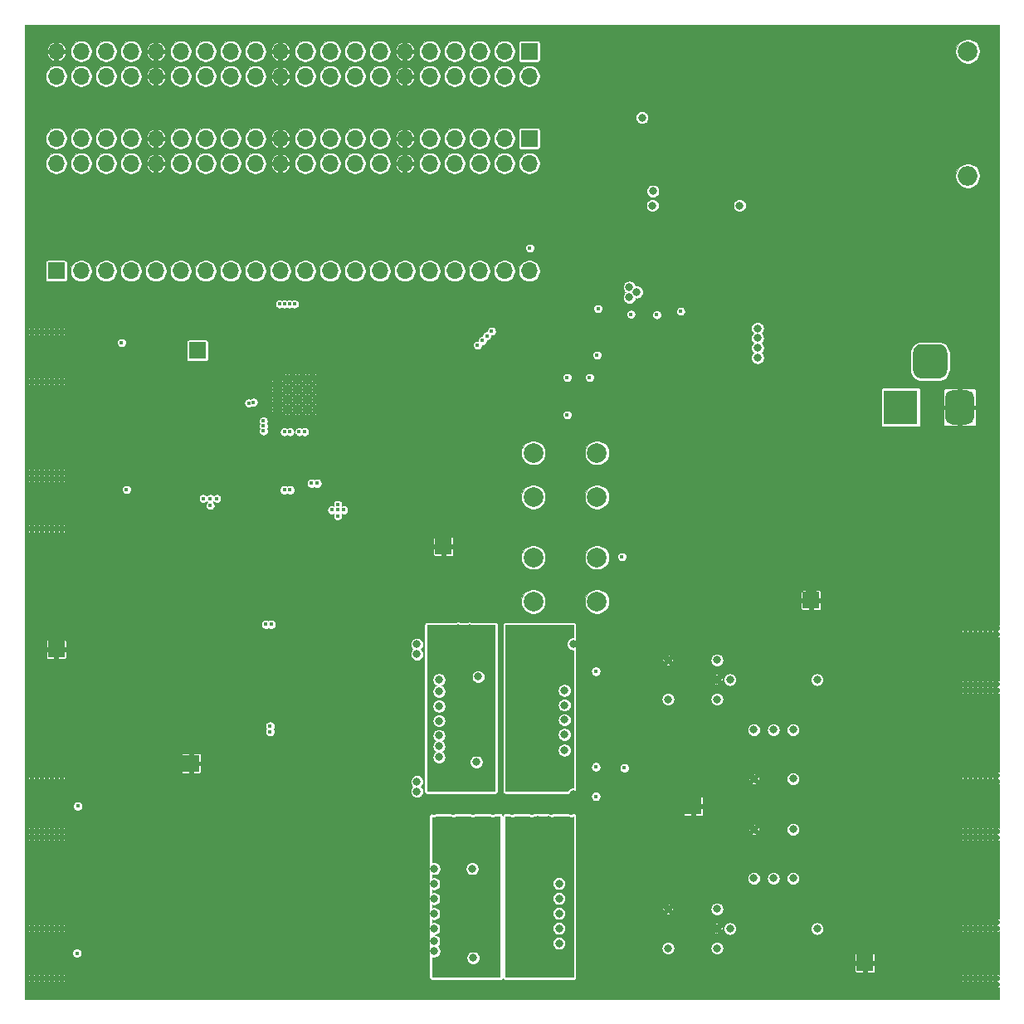
<source format=gbr>
%TF.GenerationSoftware,KiCad,Pcbnew,(5.1.8)-1*%
%TF.CreationDate,2020-12-11T02:40:48-05:00*%
%TF.ProjectId,iq_siggen,69715f73-6967-4676-956e-2e6b69636164,v01*%
%TF.SameCoordinates,Original*%
%TF.FileFunction,Copper,L3,Inr*%
%TF.FilePolarity,Positive*%
%FSLAX46Y46*%
G04 Gerber Fmt 4.6, Leading zero omitted, Abs format (unit mm)*
G04 Created by KiCad (PCBNEW (5.1.8)-1) date 2020-12-11 02:40:48*
%MOMM*%
%LPD*%
G01*
G04 APERTURE LIST*
%TA.AperFunction,ComponentPad*%
%ADD10R,3.500000X3.500000*%
%TD*%
%TA.AperFunction,ComponentPad*%
%ADD11C,2.000000*%
%TD*%
%TA.AperFunction,ComponentPad*%
%ADD12O,1.700000X1.700000*%
%TD*%
%TA.AperFunction,ComponentPad*%
%ADD13R,1.700000X1.700000*%
%TD*%
%TA.AperFunction,ComponentPad*%
%ADD14C,0.500000*%
%TD*%
%TA.AperFunction,ComponentPad*%
%ADD15C,0.400000*%
%TD*%
%TA.AperFunction,ComponentPad*%
%ADD16O,2.000000X2.000000*%
%TD*%
%TA.AperFunction,ComponentPad*%
%ADD17C,0.800000*%
%TD*%
%TA.AperFunction,ViaPad*%
%ADD18C,0.800000*%
%TD*%
%TA.AperFunction,ViaPad*%
%ADD19C,0.400000*%
%TD*%
%TA.AperFunction,ViaPad*%
%ADD20C,0.450000*%
%TD*%
%TA.AperFunction,Conductor*%
%ADD21C,0.100000*%
%TD*%
G04 APERTURE END LIST*
%TO.N,N/C*%
%TO.C,J10*%
%TA.AperFunction,ComponentPad*%
G36*
G01*
X144412000Y-83744200D02*
X144412000Y-85494200D01*
G75*
G02*
X143537000Y-86369200I-875000J0D01*
G01*
X141787000Y-86369200D01*
G75*
G02*
X140912000Y-85494200I0J875000D01*
G01*
X140912000Y-83744200D01*
G75*
G02*
X141787000Y-82869200I875000J0D01*
G01*
X143537000Y-82869200D01*
G75*
G02*
X144412000Y-83744200I0J-875000D01*
G01*
G37*
%TD.AperFunction*%
%TO.N,GNDA*%
%TA.AperFunction,ComponentPad*%
G36*
G01*
X147162000Y-88319200D02*
X147162000Y-90319200D01*
G75*
G02*
X146412000Y-91069200I-750000J0D01*
G01*
X144912000Y-91069200D01*
G75*
G02*
X144162000Y-90319200I0J750000D01*
G01*
X144162000Y-88319200D01*
G75*
G02*
X144912000Y-87569200I750000J0D01*
G01*
X146412000Y-87569200D01*
G75*
G02*
X147162000Y-88319200I0J-750000D01*
G01*
G37*
%TD.AperFunction*%
D10*
%TO.N,+5V*%
X139662000Y-89319200D03*
%TD*%
D11*
%TO.N,/SW1*%
%TO.C,SW2*%
X102174000Y-109131200D03*
%TO.N,/VCCIO0*%
X102174000Y-104631200D03*
%TO.N,/SW1*%
X108674000Y-109131200D03*
%TO.N,/VCCIO0*%
X108674000Y-104631200D03*
%TD*%
%TO.N,/SW0*%
%TO.C,SW1*%
X102174000Y-98463200D03*
%TO.N,/VCCIO0*%
X102174000Y-93963200D03*
%TO.N,/SW0*%
X108674000Y-98463200D03*
%TO.N,/VCCIO0*%
X108674000Y-93963200D03*
%TD*%
D12*
%TO.N,N/C*%
%TO.C,J2*%
X53490000Y-64430000D03*
%TO.N,Net-(J2-Pad39)*%
X53490000Y-61890000D03*
%TO.N,Net-(J2-Pad38)*%
X56030000Y-64430000D03*
%TO.N,Net-(J2-Pad37)*%
X56030000Y-61890000D03*
%TO.N,N/C*%
X58570000Y-64430000D03*
%TO.N,Net-(J2-Pad35)*%
X58570000Y-61890000D03*
%TO.N,Net-(J2-Pad34)*%
X61110000Y-64430000D03*
%TO.N,Net-(J2-Pad33)*%
X61110000Y-61890000D03*
%TO.N,GNDA*%
X63650000Y-64430000D03*
X63650000Y-61890000D03*
%TO.N,Net-(J2-Pad30)*%
X66190000Y-64430000D03*
%TO.N,Net-(J2-Pad29)*%
X66190000Y-61890000D03*
%TO.N,Net-(J2-Pad28)*%
X68730000Y-64430000D03*
%TO.N,N/C*%
X68730000Y-61890000D03*
%TO.N,Net-(J2-Pad26)*%
X71270000Y-64430000D03*
%TO.N,/CLK_EXT_IN*%
X71270000Y-61890000D03*
%TO.N,Net-(J2-Pad24)*%
X73810000Y-64430000D03*
%TO.N,N/C*%
X73810000Y-61890000D03*
%TO.N,GNDA*%
X76350000Y-64430000D03*
X76350000Y-61890000D03*
%TO.N,Net-(J2-Pad20)*%
X78890000Y-64430000D03*
%TO.N,/CLK_OUT*%
X78890000Y-61890000D03*
%TO.N,N/C*%
X81430000Y-64430000D03*
%TO.N,Net-(J2-Pad17)*%
X81430000Y-61890000D03*
%TO.N,Net-(J2-Pad16)*%
X83970000Y-64430000D03*
%TO.N,Net-(J2-Pad15)*%
X83970000Y-61890000D03*
%TO.N,Net-(J2-Pad14)*%
X86510000Y-64430000D03*
%TO.N,N/C*%
X86510000Y-61890000D03*
%TO.N,GNDA*%
X89050000Y-64430000D03*
X89050000Y-61890000D03*
%TO.N,Net-(J2-Pad10)*%
X91590000Y-64430000D03*
%TO.N,N/C*%
X91590000Y-61890000D03*
%TO.N,Net-(J2-Pad8)*%
X94130000Y-64430000D03*
%TO.N,Net-(J2-Pad7)*%
X94130000Y-61890000D03*
%TO.N,Net-(J2-Pad6)*%
X96670000Y-64430000D03*
%TO.N,Net-(J2-Pad5)*%
X96670000Y-61890000D03*
%TO.N,N/C*%
X99210000Y-64430000D03*
X99210000Y-61890000D03*
%TO.N,/VCCIO1*%
X101750000Y-64430000D03*
D13*
X101750000Y-61890000D03*
%TD*%
D14*
%TO.N,GNDA*%
%TO.C,U6*%
X78584000Y-88998000D03*
X79609000Y-88998000D03*
X79609000Y-90023000D03*
X77559000Y-90023000D03*
X79609000Y-87973000D03*
X78584000Y-87973000D03*
X77559000Y-87973000D03*
X76534000Y-88998000D03*
X76534000Y-87973000D03*
X75509000Y-87973000D03*
X77559000Y-86948000D03*
X76534000Y-86948000D03*
X75509000Y-90023000D03*
X78584000Y-86948000D03*
X78584000Y-90023000D03*
X75509000Y-88998000D03*
X76534000Y-90023000D03*
X77559000Y-88998000D03*
X79609000Y-86948000D03*
X75509000Y-86948000D03*
X79609000Y-85923000D03*
X76534000Y-85923000D03*
X75509000Y-85923000D03*
X78584000Y-85923000D03*
X77559000Y-85923000D03*
%TD*%
D15*
%TO.N,GNDA*%
%TO.C,J11*%
X148512000Y-132540000D03*
X146988000Y-132540000D03*
X147496000Y-132540000D03*
X146480000Y-132540000D03*
X149020000Y-132540000D03*
X149528000Y-132540000D03*
X148004000Y-132540000D03*
X145972000Y-132540000D03*
X148512000Y-127460000D03*
X146988000Y-127460000D03*
X147496000Y-127460000D03*
X146480000Y-127460000D03*
X149020000Y-127460000D03*
X149528000Y-127460000D03*
X148004000Y-127460000D03*
X145972000Y-127460000D03*
X148512000Y-126825000D03*
X146988000Y-126825000D03*
X147496000Y-126825000D03*
X146480000Y-126825000D03*
X149020000Y-126825000D03*
X149528000Y-126825000D03*
X148004000Y-126825000D03*
X145972000Y-126825000D03*
X149020000Y-133175000D03*
X149528000Y-133175000D03*
X148004000Y-133175000D03*
X148512000Y-133175000D03*
X146988000Y-133175000D03*
X147496000Y-133175000D03*
X146480000Y-133175000D03*
X145972000Y-133175000D03*
%TD*%
%TO.N,GNDA*%
%TO.C,J19*%
X51746000Y-142460000D03*
X53270000Y-142460000D03*
X52762000Y-142460000D03*
X53778000Y-142460000D03*
X51238000Y-142460000D03*
X50730000Y-142460000D03*
X52254000Y-142460000D03*
X54286000Y-142460000D03*
X51746000Y-147540000D03*
X53270000Y-147540000D03*
X52762000Y-147540000D03*
X53778000Y-147540000D03*
X51238000Y-147540000D03*
X50730000Y-147540000D03*
X52254000Y-147540000D03*
X54286000Y-147540000D03*
X51746000Y-148175000D03*
X53270000Y-148175000D03*
X52762000Y-148175000D03*
X53778000Y-148175000D03*
X51238000Y-148175000D03*
X50730000Y-148175000D03*
X52254000Y-148175000D03*
X54286000Y-148175000D03*
X51238000Y-141825000D03*
X50730000Y-141825000D03*
X52254000Y-141825000D03*
X51746000Y-141825000D03*
X53270000Y-141825000D03*
X52762000Y-141825000D03*
X53778000Y-141825000D03*
X54286000Y-141825000D03*
%TD*%
%TO.N,GNDA*%
%TO.C,J18*%
X51746000Y-127460000D03*
X53270000Y-127460000D03*
X52762000Y-127460000D03*
X53778000Y-127460000D03*
X51238000Y-127460000D03*
X50730000Y-127460000D03*
X52254000Y-127460000D03*
X54286000Y-127460000D03*
X51746000Y-132540000D03*
X53270000Y-132540000D03*
X52762000Y-132540000D03*
X53778000Y-132540000D03*
X51238000Y-132540000D03*
X50730000Y-132540000D03*
X52254000Y-132540000D03*
X54286000Y-132540000D03*
X51746000Y-133175000D03*
X53270000Y-133175000D03*
X52762000Y-133175000D03*
X53778000Y-133175000D03*
X51238000Y-133175000D03*
X50730000Y-133175000D03*
X52254000Y-133175000D03*
X54286000Y-133175000D03*
X51238000Y-126825000D03*
X50730000Y-126825000D03*
X52254000Y-126825000D03*
X51746000Y-126825000D03*
X53270000Y-126825000D03*
X52762000Y-126825000D03*
X53778000Y-126825000D03*
X54286000Y-126825000D03*
%TD*%
D12*
%TO.N,/A9*%
%TO.C,J3*%
X101760000Y-75400000D03*
%TO.N,/A8*%
X99220000Y-75400000D03*
%TO.N,/A7*%
X96680000Y-75400000D03*
%TO.N,/A6*%
X94140000Y-75400000D03*
%TO.N,/A5*%
X91600000Y-75400000D03*
%TO.N,/A4*%
X89060000Y-75400000D03*
%TO.N,/A3*%
X86520000Y-75400000D03*
%TO.N,/A2*%
X83980000Y-75400000D03*
%TO.N,/A1*%
X81440000Y-75400000D03*
%TO.N,/A0*%
X78900000Y-75400000D03*
%TO.N,/B9*%
X76360000Y-75400000D03*
%TO.N,/B8*%
X73820000Y-75400000D03*
%TO.N,/B7*%
X71280000Y-75400000D03*
%TO.N,/B6*%
X68740000Y-75400000D03*
%TO.N,/B5*%
X66200000Y-75400000D03*
%TO.N,/B4*%
X63660000Y-75400000D03*
%TO.N,/B3*%
X61120000Y-75400000D03*
%TO.N,/B2*%
X58580000Y-75400000D03*
%TO.N,/B1*%
X56040000Y-75400000D03*
D13*
%TO.N,/B0*%
X53500000Y-75400000D03*
%TD*%
D15*
%TO.N,GNDA*%
%TO.C,J9*%
X51746000Y-96580000D03*
X53270000Y-96580000D03*
X52762000Y-96580000D03*
X53778000Y-96580000D03*
X51238000Y-96580000D03*
X50730000Y-96580000D03*
X52254000Y-96580000D03*
X54286000Y-96580000D03*
X51746000Y-101660000D03*
X53270000Y-101660000D03*
X52762000Y-101660000D03*
X53778000Y-101660000D03*
X51238000Y-101660000D03*
X50730000Y-101660000D03*
X52254000Y-101660000D03*
X54286000Y-101660000D03*
X51746000Y-102295000D03*
X53270000Y-102295000D03*
X52762000Y-102295000D03*
X53778000Y-102295000D03*
X51238000Y-102295000D03*
X50730000Y-102295000D03*
X52254000Y-102295000D03*
X54286000Y-102295000D03*
X51238000Y-95945000D03*
X50730000Y-95945000D03*
X52254000Y-95945000D03*
X51746000Y-95945000D03*
X53270000Y-95945000D03*
X52762000Y-95945000D03*
X53778000Y-95945000D03*
X54286000Y-95945000D03*
%TD*%
%TO.N,GNDA*%
%TO.C,J8*%
X51746000Y-81580000D03*
X53270000Y-81580000D03*
X52762000Y-81580000D03*
X53778000Y-81580000D03*
X51238000Y-81580000D03*
X50730000Y-81580000D03*
X52254000Y-81580000D03*
X54286000Y-81580000D03*
X51746000Y-86660000D03*
X53270000Y-86660000D03*
X52762000Y-86660000D03*
X53778000Y-86660000D03*
X51238000Y-86660000D03*
X50730000Y-86660000D03*
X52254000Y-86660000D03*
X54286000Y-86660000D03*
X51746000Y-87295000D03*
X53270000Y-87295000D03*
X52762000Y-87295000D03*
X53778000Y-87295000D03*
X51238000Y-87295000D03*
X50730000Y-87295000D03*
X52254000Y-87295000D03*
X54286000Y-87295000D03*
X51238000Y-80945000D03*
X50730000Y-80945000D03*
X52254000Y-80945000D03*
X51746000Y-80945000D03*
X53270000Y-80945000D03*
X52762000Y-80945000D03*
X53778000Y-80945000D03*
X54286000Y-80945000D03*
%TD*%
%TO.N,GNDA*%
%TO.C,J7*%
X148512000Y-147540000D03*
X146988000Y-147540000D03*
X147496000Y-147540000D03*
X146480000Y-147540000D03*
X149020000Y-147540000D03*
X149528000Y-147540000D03*
X148004000Y-147540000D03*
X145972000Y-147540000D03*
X148512000Y-142460000D03*
X146988000Y-142460000D03*
X147496000Y-142460000D03*
X146480000Y-142460000D03*
X149020000Y-142460000D03*
X149528000Y-142460000D03*
X148004000Y-142460000D03*
X145972000Y-142460000D03*
X148512000Y-141825000D03*
X146988000Y-141825000D03*
X147496000Y-141825000D03*
X146480000Y-141825000D03*
X149020000Y-141825000D03*
X149528000Y-141825000D03*
X148004000Y-141825000D03*
X145972000Y-141825000D03*
X149020000Y-148175000D03*
X149528000Y-148175000D03*
X148004000Y-148175000D03*
X148512000Y-148175000D03*
X146988000Y-148175000D03*
X147496000Y-148175000D03*
X146480000Y-148175000D03*
X145972000Y-148175000D03*
%TD*%
%TO.N,GNDA*%
%TO.C,J6*%
X148512000Y-117540000D03*
X146988000Y-117540000D03*
X147496000Y-117540000D03*
X146480000Y-117540000D03*
X149020000Y-117540000D03*
X149528000Y-117540000D03*
X148004000Y-117540000D03*
X145972000Y-117540000D03*
X148512000Y-112460000D03*
X146988000Y-112460000D03*
X147496000Y-112460000D03*
X146480000Y-112460000D03*
X149020000Y-112460000D03*
X149528000Y-112460000D03*
X148004000Y-112460000D03*
X145972000Y-112460000D03*
X148512000Y-111825000D03*
X146988000Y-111825000D03*
X147496000Y-111825000D03*
X146480000Y-111825000D03*
X149020000Y-111825000D03*
X149528000Y-111825000D03*
X148004000Y-111825000D03*
X145972000Y-111825000D03*
X149020000Y-118175000D03*
X149528000Y-118175000D03*
X148004000Y-118175000D03*
X148512000Y-118175000D03*
X146988000Y-118175000D03*
X147496000Y-118175000D03*
X146480000Y-118175000D03*
X145972000Y-118175000D03*
%TD*%
D16*
%TO.N,-5V*%
%TO.C,L7*%
X146500000Y-65700000D03*
D11*
%TO.N,/negative rail generator/-5VO*%
X146500000Y-53000000D03*
%TD*%
D17*
%TO.N,/mixer/RF_Q*%
%TO.C,T3*%
X128672000Y-132378000D03*
%TO.N,GNDA*%
X124672000Y-132378000D03*
%TO.N,Net-(D5-Pad3)*%
X128672000Y-137378000D03*
%TO.N,/mixer/IF_Q*%
X126672000Y-137378000D03*
%TO.N,Net-(D7-Pad3)*%
X124672000Y-137378000D03*
%TD*%
%TO.N,GNDA*%
%TO.C,T4*%
X124672000Y-127218000D03*
%TO.N,/mixer/RF_I*%
X128672000Y-127218000D03*
%TO.N,Net-(D8-Pad3)*%
X124672000Y-122218000D03*
%TO.N,/mixer/IF_I*%
X126672000Y-122218000D03*
%TO.N,Net-(D6-Pad3)*%
X128672000Y-122218000D03*
%TD*%
%TO.N,GNDA*%
%TO.C,T2*%
X115917000Y-115098000D03*
%TO.N,/mixer/LO_I*%
X115917000Y-119098000D03*
%TO.N,Net-(D6-Pad1)*%
X120917000Y-115098000D03*
%TO.N,GNDA*%
X120917000Y-117098000D03*
%TO.N,Net-(D6-Pad2)*%
X120917000Y-119098000D03*
%TD*%
%TO.N,GNDA*%
%TO.C,T1*%
X115917000Y-140498000D03*
%TO.N,/mixer/LO_Q*%
X115917000Y-144498000D03*
%TO.N,Net-(D5-Pad1)*%
X120917000Y-140498000D03*
%TO.N,GNDA*%
X120917000Y-142498000D03*
%TO.N,Net-(D5-Pad2)*%
X120917000Y-144498000D03*
%TD*%
D13*
%TO.N,GNDA*%
%TO.C,J17*%
X130500000Y-109000000D03*
%TD*%
%TO.N,GNDA*%
%TO.C,J16*%
X136000000Y-146000000D03*
%TD*%
%TO.N,GNDA*%
%TO.C,J15*%
X93000000Y-103500000D03*
%TD*%
%TO.N,GNDA*%
%TO.C,J14*%
X67272000Y-125641200D03*
%TD*%
%TO.N,GNDA*%
%TO.C,J13*%
X118500000Y-130000000D03*
%TD*%
%TO.N,GNDA*%
%TO.C,J12*%
X53500000Y-114000000D03*
%TD*%
%TO.N,/~CW*%
%TO.C,J4*%
X67907000Y-83528000D03*
%TD*%
D12*
%TO.N,N/C*%
%TO.C,J1*%
X53490000Y-55540000D03*
%TO.N,GNDA*%
X53490000Y-53000000D03*
%TO.N,N/C*%
X56030000Y-55540000D03*
X56030000Y-53000000D03*
X58570000Y-55540000D03*
X58570000Y-53000000D03*
X61110000Y-55540000D03*
X61110000Y-53000000D03*
%TO.N,GNDA*%
X63650000Y-55540000D03*
X63650000Y-53000000D03*
%TO.N,/I_CLK_P*%
X66190000Y-55540000D03*
%TO.N,N/C*%
X66190000Y-53000000D03*
X68730000Y-55540000D03*
%TO.N,/I_CLK_N*%
X68730000Y-53000000D03*
%TO.N,N/C*%
X71270000Y-55540000D03*
X71270000Y-53000000D03*
X73810000Y-55540000D03*
X73810000Y-53000000D03*
%TO.N,GNDA*%
X76350000Y-55540000D03*
X76350000Y-53000000D03*
%TO.N,N/C*%
X78890000Y-55540000D03*
%TO.N,/LED3*%
X78890000Y-53000000D03*
%TO.N,/Q_CLK_P*%
X81430000Y-55540000D03*
%TO.N,/LED2*%
X81430000Y-53000000D03*
%TO.N,/Q_CLK_N*%
X83970000Y-55540000D03*
%TO.N,/LED1*%
X83970000Y-53000000D03*
%TO.N,N/C*%
X86510000Y-55540000D03*
%TO.N,/LED0*%
X86510000Y-53000000D03*
%TO.N,GNDA*%
X89050000Y-55540000D03*
X89050000Y-53000000D03*
%TO.N,/DAC_CLK_P*%
X91590000Y-55540000D03*
%TO.N,/DAC_CLK_N*%
X91590000Y-53000000D03*
%TO.N,N/C*%
X94130000Y-55540000D03*
X94130000Y-53000000D03*
%TO.N,Net-(J1-Pad6)*%
X96670000Y-55540000D03*
%TO.N,Net-(J1-Pad5)*%
X96670000Y-53000000D03*
%TO.N,N/C*%
X99210000Y-55540000D03*
X99210000Y-53000000D03*
%TO.N,/VCCIO0*%
X101750000Y-55540000D03*
D13*
X101750000Y-53000000D03*
%TD*%
D18*
%TO.N,GNDA*%
X107500000Y-56000000D03*
X108250000Y-80250000D03*
X108000000Y-68750000D03*
X126000000Y-109000000D03*
X123500000Y-109000000D03*
X121000000Y-109000000D03*
X118500000Y-109000000D03*
D19*
X85315000Y-128100000D03*
X81315000Y-128100000D03*
X83315000Y-128100000D03*
X89315000Y-128100000D03*
X79315000Y-128100000D03*
X87315000Y-128100000D03*
X77315000Y-128100000D03*
X92015000Y-130700000D03*
X94015000Y-130700000D03*
X96015000Y-130700000D03*
X98015000Y-130700000D03*
X100015000Y-130700000D03*
X102015000Y-130700000D03*
X104015000Y-130700000D03*
X106015000Y-130700000D03*
X81915000Y-102400000D03*
X81415000Y-102400000D03*
X82415000Y-101200000D03*
X82415000Y-101700000D03*
X81265000Y-101000000D03*
X70015000Y-101100000D03*
X70515000Y-102400000D03*
X70015000Y-101600000D03*
X71015000Y-102400000D03*
X70015000Y-102100000D03*
X75315000Y-100800000D03*
X75815000Y-100800000D03*
X76315000Y-100800000D03*
X76815000Y-100800000D03*
X77315000Y-100800000D03*
X75315000Y-102500000D03*
X76815000Y-102500000D03*
X75815000Y-102500000D03*
X77315000Y-102500000D03*
X76315000Y-102500000D03*
X77865000Y-92221600D03*
X77815000Y-97100000D03*
D18*
X118417000Y-118650000D03*
X118417000Y-115650000D03*
X118417000Y-117098000D03*
X128224000Y-124718000D03*
X125224000Y-124718000D03*
X126672000Y-124718000D03*
X128224000Y-134878000D03*
X125224000Y-134878000D03*
X126672000Y-134878000D03*
X118417000Y-141050000D03*
X118417000Y-142498000D03*
X118417000Y-144050000D03*
X108500000Y-130450000D03*
X55700000Y-146250000D03*
X55700000Y-143650000D03*
X55700000Y-128650000D03*
X55700000Y-131250000D03*
X108500000Y-114450000D03*
X107700000Y-127050000D03*
X109500000Y-125050000D03*
X139515000Y-64000000D03*
X142515000Y-70000000D03*
X140515000Y-59500000D03*
X127515000Y-58500000D03*
X133015000Y-82700000D03*
X137315000Y-103500000D03*
X125500000Y-102500000D03*
X128000000Y-100500000D03*
X130000000Y-98500000D03*
X132000000Y-96500000D03*
X130000000Y-102500000D03*
X132000000Y-100000000D03*
X121000000Y-130000000D03*
X126000000Y-130000000D03*
X133500000Y-130000000D03*
X123500000Y-130000000D03*
X128500000Y-130000000D03*
X116000000Y-130000000D03*
X131000000Y-130000000D03*
X72000000Y-97500000D03*
X75000000Y-97500000D03*
X85500000Y-92000000D03*
X89000000Y-92000000D03*
X98500000Y-85000000D03*
X100500000Y-83000000D03*
X102500000Y-81000000D03*
X63500000Y-101500000D03*
X66000000Y-101500000D03*
X63500000Y-99000000D03*
X66000000Y-99000000D03*
X63500000Y-96500000D03*
X66000000Y-96500000D03*
X133500000Y-51000000D03*
X123500000Y-51000000D03*
X138500000Y-51000000D03*
X136000000Y-51000000D03*
X116000000Y-51000000D03*
X141000000Y-51000000D03*
X126000000Y-51000000D03*
X108500000Y-51000000D03*
X128500000Y-51000000D03*
X121000000Y-51000000D03*
X111000000Y-51000000D03*
X143500000Y-51000000D03*
X118500000Y-51000000D03*
X131000000Y-51000000D03*
X146000000Y-51000000D03*
X113500000Y-51000000D03*
X73000000Y-58500000D03*
X68000000Y-58500000D03*
X55500000Y-58500000D03*
X58000000Y-58500000D03*
X80500000Y-58500000D03*
X78000000Y-58500000D03*
X65500000Y-58500000D03*
X63000000Y-58500000D03*
X60500000Y-58500000D03*
X75500000Y-58500000D03*
X70500000Y-58500000D03*
X53500000Y-67500000D03*
X55500000Y-67500000D03*
X57000000Y-67500000D03*
X59000000Y-67500000D03*
X60500000Y-67500000D03*
X62500000Y-67500000D03*
X67500000Y-67500000D03*
X70000000Y-67500000D03*
X73000000Y-67500000D03*
X76000000Y-67500000D03*
X78500000Y-67500000D03*
X82000000Y-67500000D03*
X85000000Y-67500000D03*
X88500000Y-67500000D03*
X91000000Y-67500000D03*
X94000000Y-67500000D03*
X96500000Y-67500000D03*
X101000000Y-67500000D03*
X53500000Y-109000000D03*
X53500000Y-124000000D03*
X53500000Y-116500000D03*
X53500000Y-119000000D03*
X53500000Y-106500000D03*
X53500000Y-111500000D03*
X53500000Y-121500000D03*
X53500000Y-104000000D03*
X56000000Y-109000000D03*
X56000000Y-124000000D03*
X56000000Y-116500000D03*
X56000000Y-119000000D03*
X56000000Y-106500000D03*
X56000000Y-111500000D03*
X56000000Y-114000000D03*
X56000000Y-121500000D03*
X56000000Y-104000000D03*
X58500000Y-116500000D03*
X58500000Y-119000000D03*
X58500000Y-114000000D03*
X58500000Y-104000000D03*
X61000000Y-116500000D03*
X61000000Y-114000000D03*
X61000000Y-104000000D03*
X63500000Y-114000000D03*
X63500000Y-104000000D03*
X66000000Y-109000000D03*
X66000000Y-124000000D03*
X66000000Y-106500000D03*
X66000000Y-111500000D03*
X66000000Y-121500000D03*
X66000000Y-104000000D03*
X68500000Y-109000000D03*
X68500000Y-124000000D03*
X68500000Y-116500000D03*
X68500000Y-119000000D03*
X68500000Y-106500000D03*
X68500000Y-121500000D03*
X68500000Y-104000000D03*
X71000000Y-124000000D03*
X71000000Y-116500000D03*
X71000000Y-119000000D03*
X71000000Y-106500000D03*
X71000000Y-114000000D03*
X71000000Y-121500000D03*
X71000000Y-104000000D03*
X73500000Y-124000000D03*
X73500000Y-111500000D03*
X73500000Y-114000000D03*
X76000000Y-104000000D03*
X53500000Y-139000000D03*
X53500000Y-136500000D03*
X56000000Y-139000000D03*
X53500000Y-134000000D03*
X56000000Y-136500000D03*
X56000000Y-141500000D03*
X56000000Y-134000000D03*
X60000000Y-140750000D03*
X146000000Y-136500000D03*
X141000000Y-136500000D03*
X143500000Y-136500000D03*
X136000000Y-136500000D03*
X133500000Y-136500000D03*
X138500000Y-136500000D03*
X146000000Y-121500000D03*
X141000000Y-121500000D03*
X143500000Y-121500000D03*
X136000000Y-121500000D03*
X133500000Y-121500000D03*
X138500000Y-121500000D03*
X108500000Y-123250000D03*
X77000000Y-115500000D03*
X79500000Y-113000000D03*
X92000000Y-100500000D03*
X82000000Y-110500000D03*
X87000000Y-105500000D03*
X89500000Y-103000000D03*
X84500000Y-108000000D03*
X94500000Y-98000000D03*
X97000000Y-95500000D03*
X53500000Y-89000000D03*
X53500000Y-94000000D03*
X53500000Y-91500000D03*
X56000000Y-89000000D03*
X56000000Y-94000000D03*
X56000000Y-91500000D03*
X58500000Y-89000000D03*
X58500000Y-94000000D03*
X58500000Y-91500000D03*
X108500000Y-120750000D03*
X108500000Y-118250000D03*
X108500000Y-139000000D03*
X108500000Y-146500000D03*
X108500000Y-136500000D03*
X108500000Y-144000000D03*
X100500000Y-58500000D03*
X103000000Y-58500000D03*
X95500000Y-58500000D03*
X105750000Y-68000000D03*
X105750000Y-75500000D03*
X105750000Y-78000000D03*
X105750000Y-65500000D03*
X105750000Y-70500000D03*
X105750000Y-73000000D03*
X105750000Y-80500000D03*
X105750000Y-63000000D03*
X105750000Y-60500000D03*
X53000000Y-58500000D03*
X90500000Y-58500000D03*
X88000000Y-58500000D03*
X85500000Y-58500000D03*
X83000000Y-58500000D03*
X93000000Y-58500000D03*
X89500000Y-98000000D03*
X77000000Y-110500000D03*
X79500000Y-108000000D03*
X84500000Y-103000000D03*
X82000000Y-105500000D03*
X87000000Y-100500000D03*
X102000000Y-85500000D03*
X94500000Y-93000000D03*
X92000000Y-95500000D03*
X97000000Y-90500000D03*
X104500000Y-83000000D03*
X73000000Y-108500000D03*
X65500000Y-116000000D03*
X63000000Y-118500000D03*
X70500000Y-111000000D03*
X68000000Y-113500000D03*
X75500000Y-106000000D03*
X60000000Y-130750000D03*
X60000000Y-133250000D03*
X60000000Y-125750000D03*
X60000000Y-123250000D03*
X60000000Y-128250000D03*
X60000000Y-138250000D03*
X60000000Y-135750000D03*
X68500000Y-140750000D03*
X71000000Y-140750000D03*
X66000000Y-140750000D03*
X63500000Y-140750000D03*
X78500000Y-140750000D03*
X81000000Y-140750000D03*
X83500000Y-140750000D03*
X76000000Y-140750000D03*
X91000000Y-140750000D03*
X88500000Y-140750000D03*
X86000000Y-140750000D03*
X73500000Y-140750000D03*
X128074000Y-83763000D03*
X133015000Y-83600000D03*
X133915000Y-83600000D03*
X129149000Y-84238000D03*
X92550000Y-119800000D03*
X92550000Y-121300000D03*
X92550000Y-122800000D03*
X96350000Y-125500000D03*
X96550000Y-116800000D03*
X105350000Y-118200000D03*
X105350000Y-119700000D03*
X105350000Y-121200000D03*
X105350000Y-122700000D03*
X105350000Y-124300000D03*
X92550000Y-118300002D03*
X92550000Y-123900004D03*
X92550000Y-125000036D03*
X92550000Y-117100040D03*
X106250000Y-128750000D03*
X106250000Y-113450000D03*
X131500000Y-135300000D03*
X131500000Y-124400000D03*
X139400000Y-132800000D03*
X144100000Y-132800000D03*
X96033000Y-145485000D03*
X104789000Y-144003000D03*
X95933000Y-136385000D03*
X92033000Y-136385000D03*
X92027000Y-139455000D03*
X92027000Y-140979000D03*
X92027000Y-142503000D03*
X92027000Y-143773000D03*
X104789000Y-142479000D03*
X104789000Y-140955000D03*
X104789000Y-139431000D03*
X104789000Y-137907000D03*
X92027000Y-137931000D03*
X92033000Y-144808000D03*
X139515000Y-97250000D03*
X139515000Y-99500000D03*
X135515000Y-103500000D03*
X114964000Y-99086000D03*
X115964000Y-99086000D03*
X111492000Y-98808000D03*
X111492000Y-97808000D03*
X111492000Y-96808000D03*
X121915000Y-96200000D03*
X120115000Y-94800000D03*
X120115000Y-93800000D03*
X124115000Y-94800000D03*
X124115000Y-93800000D03*
X136415000Y-103500000D03*
D19*
X79210000Y-94196000D03*
X82740600Y-91732200D03*
X83299400Y-91732200D03*
X82054800Y-97193200D03*
X84036000Y-97193200D03*
X79819600Y-94196000D03*
X75958800Y-95821600D03*
X75958800Y-95364400D03*
X74587200Y-95415200D03*
X75146000Y-95415200D03*
D18*
X133380000Y-56655000D03*
X131515000Y-58500000D03*
X136015000Y-69500000D03*
X136015000Y-71000000D03*
X136015000Y-72500000D03*
X136515000Y-58000000D03*
X140515000Y-58000000D03*
X113060000Y-67450000D03*
X132110000Y-64275000D03*
X127515000Y-59500000D03*
X140515000Y-74000000D03*
X142515000Y-74000000D03*
X136015000Y-74000000D03*
X131515000Y-59500000D03*
X140515000Y-70000000D03*
X136515000Y-59500000D03*
X109300000Y-85300000D03*
D19*
X112738000Y-104559200D03*
X98260000Y-94399200D03*
X73114000Y-86906200D03*
X73368000Y-87322760D03*
X73911560Y-87223000D03*
X71903690Y-91088310D03*
X73114000Y-91026080D03*
X73103840Y-90457120D03*
X73423880Y-89949120D03*
X68323560Y-90259000D03*
X67272000Y-91770000D03*
X67780000Y-91770000D03*
D18*
X55900000Y-101700000D03*
X60700000Y-101700000D03*
X55900000Y-86700000D03*
X60700000Y-86700000D03*
D19*
X72392640Y-90573960D03*
X75273000Y-78955984D03*
X75273000Y-79413200D03*
X75273000Y-79921200D03*
X75273000Y-80429200D03*
X75273000Y-80937200D03*
X75273000Y-81445200D03*
X75273000Y-81953200D03*
X75501600Y-82359600D03*
X67653018Y-90259000D03*
X66293800Y-91770000D03*
X66764000Y-91770000D03*
D18*
X51000000Y-149000000D03*
X53500000Y-149000000D03*
X56000000Y-149000000D03*
X58500000Y-149000000D03*
X61000000Y-149000000D03*
X63500000Y-149000000D03*
X66000000Y-149000000D03*
X68500000Y-149000000D03*
X71000000Y-149000000D03*
X73500000Y-149000000D03*
X76000000Y-149000000D03*
X78500000Y-149000000D03*
X81000000Y-149000000D03*
X83500000Y-149000000D03*
X86000000Y-149000000D03*
X88500000Y-149000000D03*
X91000000Y-149000000D03*
X93500000Y-149000000D03*
X96000000Y-149000000D03*
X98500000Y-149000000D03*
X101000000Y-149000000D03*
X103500000Y-149000000D03*
X106000000Y-149000000D03*
X108500000Y-149000000D03*
X111000000Y-149000000D03*
X113500000Y-149000000D03*
X116000000Y-149000000D03*
X118500000Y-149000000D03*
X121000000Y-149000000D03*
X123500000Y-149000000D03*
X126000000Y-149000000D03*
X128500000Y-149000000D03*
X131000000Y-149000000D03*
X133500000Y-149000000D03*
X136000000Y-149000000D03*
X138500000Y-149000000D03*
X141000000Y-149000000D03*
X143500000Y-149000000D03*
X146000000Y-149000000D03*
X148500000Y-149000000D03*
X51000000Y-139000000D03*
X51000000Y-136500000D03*
X51000000Y-124000000D03*
X51000000Y-121500000D03*
X51000000Y-119000000D03*
X51000000Y-116500000D03*
X51000000Y-114000000D03*
X51000000Y-111500000D03*
X51000000Y-109000000D03*
X51000000Y-106500000D03*
X51000000Y-104000000D03*
X51000000Y-94000000D03*
X51000000Y-91500000D03*
X51000000Y-89000000D03*
X51000000Y-79000000D03*
X51000000Y-51500000D03*
X51000000Y-134000000D03*
X148500000Y-139000000D03*
X148500000Y-136500000D03*
X148500000Y-134000000D03*
X148500000Y-124000000D03*
X148500000Y-121500000D03*
X148500000Y-119000000D03*
X148500000Y-109000000D03*
X148500000Y-106500000D03*
X148500000Y-104000000D03*
X148500000Y-101500000D03*
X148500000Y-99000000D03*
X148500000Y-94000000D03*
X148500000Y-91500000D03*
X148500000Y-89000000D03*
X148500000Y-86500000D03*
X148500000Y-84000000D03*
X148500000Y-81500000D03*
X148500000Y-69000000D03*
X148500000Y-66500000D03*
X148500000Y-64000000D03*
X148500000Y-61500000D03*
X148500000Y-59000000D03*
X148500000Y-56500000D03*
X148500000Y-54000000D03*
X148500000Y-51500000D03*
X98000000Y-58500000D03*
X123000000Y-77000000D03*
X125000000Y-77000000D03*
X125000000Y-79000000D03*
X125500000Y-68500000D03*
X125500000Y-66500000D03*
X125500000Y-64500000D03*
X143000000Y-64000000D03*
X143000000Y-61500000D03*
X126500000Y-56000000D03*
X129500000Y-56000000D03*
X132000000Y-56000000D03*
X146000000Y-109000000D03*
X143500000Y-109000000D03*
X141000000Y-109000000D03*
X138500000Y-109000000D03*
X136000000Y-109000000D03*
X133500000Y-109000000D03*
X77215000Y-121300000D03*
X79755000Y-121300000D03*
X82295000Y-121300000D03*
X84835000Y-121300000D03*
X87375000Y-121300000D03*
X61015000Y-120500000D03*
X135515000Y-84500000D03*
X112015000Y-92750000D03*
X111015000Y-92750000D03*
%TO.N,+5V*%
X112715000Y-77550000D03*
X111965000Y-78100000D03*
X111965000Y-77050000D03*
X125050000Y-84250000D03*
X125050000Y-83250000D03*
X125050000Y-82250000D03*
X125050000Y-81250000D03*
D19*
%TO.N,+3V3*%
X82816800Y-99784000D03*
X81597600Y-99784000D03*
X82207200Y-100393600D03*
X82207200Y-99225200D03*
X68491200Y-98615600D03*
X82207200Y-99784000D03*
X69202400Y-98615600D03*
X69202400Y-99326800D03*
X69862800Y-98615600D03*
D18*
%TO.N,-2V5*%
X90300000Y-127500000D03*
X90300000Y-128500000D03*
X90300000Y-114500000D03*
X90300000Y-113500000D03*
%TO.N,/mixer/+OPAMP_2.5V*%
X104650000Y-113150000D03*
X104650000Y-112100000D03*
X101315000Y-121800000D03*
X101315000Y-120800000D03*
X103613000Y-113150000D03*
X103613010Y-112100000D03*
%TO.N,/mixer/-OPAMP_2.5V*%
X96315000Y-120800000D03*
X96315000Y-121800000D03*
X95654000Y-111850000D03*
X94500000Y-111850000D03*
X95654000Y-112900000D03*
X94500000Y-112900000D03*
%TO.N,/IQ DAC and AA filter/+OPAMP_2.5V*%
X103733992Y-132449986D03*
X100915000Y-140400000D03*
X100915000Y-141400000D03*
X102607004Y-132449986D03*
X103733992Y-131397960D03*
X102607002Y-131397960D03*
%TO.N,/IQ DAC and AA filter/-OPAMP_2.5V*%
X96115000Y-140400000D03*
X96115000Y-141400000D03*
X94300000Y-131500000D03*
X95407948Y-131500000D03*
X95407948Y-132499948D03*
X94300000Y-132500000D03*
D19*
%TO.N,/IQ DAC and AA filter/CVDD*%
X74638000Y-91732200D03*
X74638000Y-91221660D03*
X74632920Y-90706040D03*
X73604220Y-88790880D03*
X73141940Y-88879780D03*
%TO.N,/IQ DAC and AA filter/DVDD*%
X97917100Y-81549340D03*
X97434500Y-82016700D03*
X96977300Y-82509460D03*
X96482000Y-82969200D03*
X76289000Y-78778200D03*
X76797000Y-78778200D03*
X77305000Y-78778200D03*
X77813000Y-78778200D03*
D18*
%TO.N,Net-(D5-Pad3)*%
X131117000Y-142498000D03*
%TO.N,Net-(D6-Pad3)*%
X131117000Y-117098000D03*
%TO.N,Net-(D7-Pad3)*%
X122227000Y-142498000D03*
%TO.N,Net-(D8-Pad3)*%
X122227000Y-117098000D03*
D19*
%TO.N,/LED3*%
X117208400Y-79514800D03*
%TO.N,/LED2*%
X114770000Y-79870400D03*
%TO.N,/LED1*%
X112128400Y-79819600D03*
%TO.N,/LED0*%
X108765000Y-79250000D03*
%TO.N,/VCCIO0*%
X108674000Y-83985200D03*
%TO.N,/CLK_EXT_IN*%
X60160000Y-82715200D03*
%TO.N,/CLK_OUT*%
X60668000Y-97701200D03*
%TO.N,/~CW*%
X101816000Y-73063200D03*
D20*
%TO.N,/Q_CLK_N*%
X75307070Y-121846462D03*
%TO.N,/Q_CLK_P*%
X75307070Y-122398862D03*
%TO.N,/I_CLK_P*%
X74869800Y-111468000D03*
%TO.N,/I_CLK_N*%
X75422200Y-111468000D03*
%TO.N,Net-(JP4-Pad1)*%
X108550000Y-116250000D03*
D18*
%TO.N,Net-(R84-Pad2)*%
X114330000Y-68720000D03*
X123220000Y-68720000D03*
D20*
%TO.N,/IQ DAC and AA filter/A_IOUT_P*%
X79546141Y-97060981D03*
D19*
X78835200Y-91808400D03*
%TO.N,/IQ DAC and AA filter/A_IOUT_N*%
X78282800Y-91808400D03*
D20*
X80098541Y-97060981D03*
D19*
%TO.N,/IQ DAC and AA filter/B_IOUT_P*%
X77335200Y-91808400D03*
D20*
X77335200Y-97752000D03*
%TO.N,/IQ DAC and AA filter/B_IOUT_N*%
X76782800Y-97752000D03*
D19*
X76782800Y-91808400D03*
D18*
%TO.N,/negative rail generator/-5VO*%
X114370002Y-67250000D03*
X113265000Y-59750000D03*
D20*
%TO.N,/mixer/LO_I_EXT*%
X55700000Y-130000000D03*
X108550000Y-129000000D03*
X111449994Y-126100000D03*
%TO.N,/mixer/LO_Q_EXT*%
X55600000Y-145000000D03*
%TO.N,Net-(JP5-Pad1)*%
X108550000Y-126000000D03*
D19*
%TO.N,Net-(J1-Pad6)*%
X111214000Y-104559200D03*
X107912000Y-86271200D03*
%TO.N,Net-(J1-Pad5)*%
X105626000Y-90081200D03*
X105626000Y-86271200D03*
%TD*%
D21*
%TO.N,/IQ DAC and AA filter/-OPAMP_2.5V*%
X93801845Y-131098785D02*
X93883740Y-131132706D01*
X93970679Y-131150000D01*
X94059321Y-131150000D01*
X94146260Y-131132706D01*
X94228155Y-131098785D01*
X94301167Y-131050000D01*
X95728833Y-131050000D01*
X95801845Y-131098785D01*
X95883740Y-131132706D01*
X95970679Y-131150000D01*
X96059321Y-131150000D01*
X96146260Y-131132706D01*
X96228155Y-131098785D01*
X96301167Y-131050000D01*
X97728833Y-131050000D01*
X97801845Y-131098785D01*
X97883740Y-131132706D01*
X97970679Y-131150000D01*
X98059321Y-131150000D01*
X98146260Y-131132706D01*
X98228155Y-131098785D01*
X98301167Y-131050000D01*
X98758000Y-131050000D01*
X98758000Y-147450000D01*
X91858000Y-147450000D01*
X91858000Y-145435925D01*
X91968981Y-145458000D01*
X92097019Y-145458000D01*
X92222598Y-145433021D01*
X92251664Y-145420981D01*
X95383000Y-145420981D01*
X95383000Y-145549019D01*
X95407979Y-145674598D01*
X95456978Y-145792890D01*
X95528112Y-145899351D01*
X95618649Y-145989888D01*
X95725110Y-146061022D01*
X95843402Y-146110021D01*
X95968981Y-146135000D01*
X96097019Y-146135000D01*
X96222598Y-146110021D01*
X96340890Y-146061022D01*
X96447351Y-145989888D01*
X96537888Y-145899351D01*
X96609022Y-145792890D01*
X96658021Y-145674598D01*
X96683000Y-145549019D01*
X96683000Y-145420981D01*
X96658021Y-145295402D01*
X96609022Y-145177110D01*
X96537888Y-145070649D01*
X96447351Y-144980112D01*
X96340890Y-144908978D01*
X96222598Y-144859979D01*
X96097019Y-144835000D01*
X95968981Y-144835000D01*
X95843402Y-144859979D01*
X95725110Y-144908978D01*
X95618649Y-144980112D01*
X95528112Y-145070649D01*
X95456978Y-145177110D01*
X95407979Y-145295402D01*
X95383000Y-145420981D01*
X92251664Y-145420981D01*
X92340890Y-145384022D01*
X92447351Y-145312888D01*
X92537888Y-145222351D01*
X92609022Y-145115890D01*
X92658021Y-144997598D01*
X92683000Y-144872019D01*
X92683000Y-144743981D01*
X92658021Y-144618402D01*
X92609022Y-144500110D01*
X92537888Y-144393649D01*
X92447351Y-144303112D01*
X92425476Y-144288495D01*
X92441351Y-144277888D01*
X92531888Y-144187351D01*
X92603022Y-144080890D01*
X92652021Y-143962598D01*
X92677000Y-143837019D01*
X92677000Y-143708981D01*
X92652021Y-143583402D01*
X92603022Y-143465110D01*
X92531888Y-143358649D01*
X92441351Y-143268112D01*
X92334890Y-143196978D01*
X92216598Y-143147979D01*
X92166430Y-143138000D01*
X92216598Y-143128021D01*
X92334890Y-143079022D01*
X92441351Y-143007888D01*
X92531888Y-142917351D01*
X92603022Y-142810890D01*
X92652021Y-142692598D01*
X92677000Y-142567019D01*
X92677000Y-142438981D01*
X92652021Y-142313402D01*
X92603022Y-142195110D01*
X92531888Y-142088649D01*
X92441351Y-141998112D01*
X92334890Y-141926978D01*
X92216598Y-141877979D01*
X92091019Y-141853000D01*
X91962981Y-141853000D01*
X91858000Y-141873882D01*
X91858000Y-141608118D01*
X91962981Y-141629000D01*
X92091019Y-141629000D01*
X92216598Y-141604021D01*
X92334890Y-141555022D01*
X92441351Y-141483888D01*
X92531888Y-141393351D01*
X92603022Y-141286890D01*
X92652021Y-141168598D01*
X92677000Y-141043019D01*
X92677000Y-140914981D01*
X92652021Y-140789402D01*
X92603022Y-140671110D01*
X92531888Y-140564649D01*
X92441351Y-140474112D01*
X92334890Y-140402978D01*
X92216598Y-140353979D01*
X92091019Y-140329000D01*
X91962981Y-140329000D01*
X91858000Y-140349882D01*
X91858000Y-140084118D01*
X91962981Y-140105000D01*
X92091019Y-140105000D01*
X92216598Y-140080021D01*
X92334890Y-140031022D01*
X92441351Y-139959888D01*
X92531888Y-139869351D01*
X92603022Y-139762890D01*
X92652021Y-139644598D01*
X92677000Y-139519019D01*
X92677000Y-139390981D01*
X92652021Y-139265402D01*
X92603022Y-139147110D01*
X92531888Y-139040649D01*
X92441351Y-138950112D01*
X92334890Y-138878978D01*
X92216598Y-138829979D01*
X92091019Y-138805000D01*
X91962981Y-138805000D01*
X91858000Y-138825882D01*
X91858000Y-138560118D01*
X91962981Y-138581000D01*
X92091019Y-138581000D01*
X92216598Y-138556021D01*
X92334890Y-138507022D01*
X92441351Y-138435888D01*
X92531888Y-138345351D01*
X92603022Y-138238890D01*
X92652021Y-138120598D01*
X92677000Y-137995019D01*
X92677000Y-137866981D01*
X92652021Y-137741402D01*
X92603022Y-137623110D01*
X92531888Y-137516649D01*
X92441351Y-137426112D01*
X92334890Y-137354978D01*
X92216598Y-137305979D01*
X92091019Y-137281000D01*
X91962981Y-137281000D01*
X91858000Y-137301882D01*
X91858000Y-137012925D01*
X91968981Y-137035000D01*
X92097019Y-137035000D01*
X92222598Y-137010021D01*
X92340890Y-136961022D01*
X92447351Y-136889888D01*
X92537888Y-136799351D01*
X92609022Y-136692890D01*
X92658021Y-136574598D01*
X92683000Y-136449019D01*
X92683000Y-136320981D01*
X95283000Y-136320981D01*
X95283000Y-136449019D01*
X95307979Y-136574598D01*
X95356978Y-136692890D01*
X95428112Y-136799351D01*
X95518649Y-136889888D01*
X95625110Y-136961022D01*
X95743402Y-137010021D01*
X95868981Y-137035000D01*
X95997019Y-137035000D01*
X96122598Y-137010021D01*
X96240890Y-136961022D01*
X96347351Y-136889888D01*
X96437888Y-136799351D01*
X96509022Y-136692890D01*
X96558021Y-136574598D01*
X96583000Y-136449019D01*
X96583000Y-136320981D01*
X96558021Y-136195402D01*
X96509022Y-136077110D01*
X96437888Y-135970649D01*
X96347351Y-135880112D01*
X96240890Y-135808978D01*
X96122598Y-135759979D01*
X95997019Y-135735000D01*
X95868981Y-135735000D01*
X95743402Y-135759979D01*
X95625110Y-135808978D01*
X95518649Y-135880112D01*
X95428112Y-135970649D01*
X95356978Y-136077110D01*
X95307979Y-136195402D01*
X95283000Y-136320981D01*
X92683000Y-136320981D01*
X92658021Y-136195402D01*
X92609022Y-136077110D01*
X92537888Y-135970649D01*
X92447351Y-135880112D01*
X92340890Y-135808978D01*
X92222598Y-135759979D01*
X92097019Y-135735000D01*
X91968981Y-135735000D01*
X91858000Y-135757075D01*
X91858000Y-131122044D01*
X91883740Y-131132706D01*
X91970679Y-131150000D01*
X92059321Y-131150000D01*
X92146260Y-131132706D01*
X92228155Y-131098785D01*
X92301167Y-131050000D01*
X93728833Y-131050000D01*
X93801845Y-131098785D01*
%TA.AperFunction,Conductor*%
G36*
X93801845Y-131098785D02*
G01*
X93883740Y-131132706D01*
X93970679Y-131150000D01*
X94059321Y-131150000D01*
X94146260Y-131132706D01*
X94228155Y-131098785D01*
X94301167Y-131050000D01*
X95728833Y-131050000D01*
X95801845Y-131098785D01*
X95883740Y-131132706D01*
X95970679Y-131150000D01*
X96059321Y-131150000D01*
X96146260Y-131132706D01*
X96228155Y-131098785D01*
X96301167Y-131050000D01*
X97728833Y-131050000D01*
X97801845Y-131098785D01*
X97883740Y-131132706D01*
X97970679Y-131150000D01*
X98059321Y-131150000D01*
X98146260Y-131132706D01*
X98228155Y-131098785D01*
X98301167Y-131050000D01*
X98758000Y-131050000D01*
X98758000Y-147450000D01*
X91858000Y-147450000D01*
X91858000Y-145435925D01*
X91968981Y-145458000D01*
X92097019Y-145458000D01*
X92222598Y-145433021D01*
X92251664Y-145420981D01*
X95383000Y-145420981D01*
X95383000Y-145549019D01*
X95407979Y-145674598D01*
X95456978Y-145792890D01*
X95528112Y-145899351D01*
X95618649Y-145989888D01*
X95725110Y-146061022D01*
X95843402Y-146110021D01*
X95968981Y-146135000D01*
X96097019Y-146135000D01*
X96222598Y-146110021D01*
X96340890Y-146061022D01*
X96447351Y-145989888D01*
X96537888Y-145899351D01*
X96609022Y-145792890D01*
X96658021Y-145674598D01*
X96683000Y-145549019D01*
X96683000Y-145420981D01*
X96658021Y-145295402D01*
X96609022Y-145177110D01*
X96537888Y-145070649D01*
X96447351Y-144980112D01*
X96340890Y-144908978D01*
X96222598Y-144859979D01*
X96097019Y-144835000D01*
X95968981Y-144835000D01*
X95843402Y-144859979D01*
X95725110Y-144908978D01*
X95618649Y-144980112D01*
X95528112Y-145070649D01*
X95456978Y-145177110D01*
X95407979Y-145295402D01*
X95383000Y-145420981D01*
X92251664Y-145420981D01*
X92340890Y-145384022D01*
X92447351Y-145312888D01*
X92537888Y-145222351D01*
X92609022Y-145115890D01*
X92658021Y-144997598D01*
X92683000Y-144872019D01*
X92683000Y-144743981D01*
X92658021Y-144618402D01*
X92609022Y-144500110D01*
X92537888Y-144393649D01*
X92447351Y-144303112D01*
X92425476Y-144288495D01*
X92441351Y-144277888D01*
X92531888Y-144187351D01*
X92603022Y-144080890D01*
X92652021Y-143962598D01*
X92677000Y-143837019D01*
X92677000Y-143708981D01*
X92652021Y-143583402D01*
X92603022Y-143465110D01*
X92531888Y-143358649D01*
X92441351Y-143268112D01*
X92334890Y-143196978D01*
X92216598Y-143147979D01*
X92166430Y-143138000D01*
X92216598Y-143128021D01*
X92334890Y-143079022D01*
X92441351Y-143007888D01*
X92531888Y-142917351D01*
X92603022Y-142810890D01*
X92652021Y-142692598D01*
X92677000Y-142567019D01*
X92677000Y-142438981D01*
X92652021Y-142313402D01*
X92603022Y-142195110D01*
X92531888Y-142088649D01*
X92441351Y-141998112D01*
X92334890Y-141926978D01*
X92216598Y-141877979D01*
X92091019Y-141853000D01*
X91962981Y-141853000D01*
X91858000Y-141873882D01*
X91858000Y-141608118D01*
X91962981Y-141629000D01*
X92091019Y-141629000D01*
X92216598Y-141604021D01*
X92334890Y-141555022D01*
X92441351Y-141483888D01*
X92531888Y-141393351D01*
X92603022Y-141286890D01*
X92652021Y-141168598D01*
X92677000Y-141043019D01*
X92677000Y-140914981D01*
X92652021Y-140789402D01*
X92603022Y-140671110D01*
X92531888Y-140564649D01*
X92441351Y-140474112D01*
X92334890Y-140402978D01*
X92216598Y-140353979D01*
X92091019Y-140329000D01*
X91962981Y-140329000D01*
X91858000Y-140349882D01*
X91858000Y-140084118D01*
X91962981Y-140105000D01*
X92091019Y-140105000D01*
X92216598Y-140080021D01*
X92334890Y-140031022D01*
X92441351Y-139959888D01*
X92531888Y-139869351D01*
X92603022Y-139762890D01*
X92652021Y-139644598D01*
X92677000Y-139519019D01*
X92677000Y-139390981D01*
X92652021Y-139265402D01*
X92603022Y-139147110D01*
X92531888Y-139040649D01*
X92441351Y-138950112D01*
X92334890Y-138878978D01*
X92216598Y-138829979D01*
X92091019Y-138805000D01*
X91962981Y-138805000D01*
X91858000Y-138825882D01*
X91858000Y-138560118D01*
X91962981Y-138581000D01*
X92091019Y-138581000D01*
X92216598Y-138556021D01*
X92334890Y-138507022D01*
X92441351Y-138435888D01*
X92531888Y-138345351D01*
X92603022Y-138238890D01*
X92652021Y-138120598D01*
X92677000Y-137995019D01*
X92677000Y-137866981D01*
X92652021Y-137741402D01*
X92603022Y-137623110D01*
X92531888Y-137516649D01*
X92441351Y-137426112D01*
X92334890Y-137354978D01*
X92216598Y-137305979D01*
X92091019Y-137281000D01*
X91962981Y-137281000D01*
X91858000Y-137301882D01*
X91858000Y-137012925D01*
X91968981Y-137035000D01*
X92097019Y-137035000D01*
X92222598Y-137010021D01*
X92340890Y-136961022D01*
X92447351Y-136889888D01*
X92537888Y-136799351D01*
X92609022Y-136692890D01*
X92658021Y-136574598D01*
X92683000Y-136449019D01*
X92683000Y-136320981D01*
X95283000Y-136320981D01*
X95283000Y-136449019D01*
X95307979Y-136574598D01*
X95356978Y-136692890D01*
X95428112Y-136799351D01*
X95518649Y-136889888D01*
X95625110Y-136961022D01*
X95743402Y-137010021D01*
X95868981Y-137035000D01*
X95997019Y-137035000D01*
X96122598Y-137010021D01*
X96240890Y-136961022D01*
X96347351Y-136889888D01*
X96437888Y-136799351D01*
X96509022Y-136692890D01*
X96558021Y-136574598D01*
X96583000Y-136449019D01*
X96583000Y-136320981D01*
X96558021Y-136195402D01*
X96509022Y-136077110D01*
X96437888Y-135970649D01*
X96347351Y-135880112D01*
X96240890Y-135808978D01*
X96122598Y-135759979D01*
X95997019Y-135735000D01*
X95868981Y-135735000D01*
X95743402Y-135759979D01*
X95625110Y-135808978D01*
X95518649Y-135880112D01*
X95428112Y-135970649D01*
X95356978Y-136077110D01*
X95307979Y-136195402D01*
X95283000Y-136320981D01*
X92683000Y-136320981D01*
X92658021Y-136195402D01*
X92609022Y-136077110D01*
X92537888Y-135970649D01*
X92447351Y-135880112D01*
X92340890Y-135808978D01*
X92222598Y-135759979D01*
X92097019Y-135735000D01*
X91968981Y-135735000D01*
X91858000Y-135757075D01*
X91858000Y-131122044D01*
X91883740Y-131132706D01*
X91970679Y-131150000D01*
X92059321Y-131150000D01*
X92146260Y-131132706D01*
X92228155Y-131098785D01*
X92301167Y-131050000D01*
X93728833Y-131050000D01*
X93801845Y-131098785D01*
G37*
%TD.AperFunction*%
%TD*%
%TO.N,/mixer/+OPAMP_2.5V*%
X106250000Y-112800000D02*
X106185981Y-112800000D01*
X106060402Y-112824979D01*
X105942110Y-112873978D01*
X105835649Y-112945112D01*
X105745112Y-113035649D01*
X105673978Y-113142110D01*
X105624979Y-113260402D01*
X105600000Y-113385981D01*
X105600000Y-113514019D01*
X105624979Y-113639598D01*
X105673978Y-113757890D01*
X105745112Y-113864351D01*
X105835649Y-113954888D01*
X105942110Y-114026022D01*
X106060402Y-114075021D01*
X106185981Y-114100000D01*
X106250000Y-114100000D01*
X106250000Y-128100000D01*
X106185981Y-128100000D01*
X106060402Y-128124979D01*
X105942110Y-128173978D01*
X105835649Y-128245112D01*
X105745112Y-128335649D01*
X105673978Y-128442110D01*
X105670710Y-128450000D01*
X99350000Y-128450000D01*
X99350000Y-124235981D01*
X104700000Y-124235981D01*
X104700000Y-124364019D01*
X104724979Y-124489598D01*
X104773978Y-124607890D01*
X104845112Y-124714351D01*
X104935649Y-124804888D01*
X105042110Y-124876022D01*
X105160402Y-124925021D01*
X105285981Y-124950000D01*
X105414019Y-124950000D01*
X105539598Y-124925021D01*
X105657890Y-124876022D01*
X105764351Y-124804888D01*
X105854888Y-124714351D01*
X105926022Y-124607890D01*
X105975021Y-124489598D01*
X106000000Y-124364019D01*
X106000000Y-124235981D01*
X105975021Y-124110402D01*
X105926022Y-123992110D01*
X105854888Y-123885649D01*
X105764351Y-123795112D01*
X105657890Y-123723978D01*
X105539598Y-123674979D01*
X105414019Y-123650000D01*
X105285981Y-123650000D01*
X105160402Y-123674979D01*
X105042110Y-123723978D01*
X104935649Y-123795112D01*
X104845112Y-123885649D01*
X104773978Y-123992110D01*
X104724979Y-124110402D01*
X104700000Y-124235981D01*
X99350000Y-124235981D01*
X99350000Y-122635981D01*
X104700000Y-122635981D01*
X104700000Y-122764019D01*
X104724979Y-122889598D01*
X104773978Y-123007890D01*
X104845112Y-123114351D01*
X104935649Y-123204888D01*
X105042110Y-123276022D01*
X105160402Y-123325021D01*
X105285981Y-123350000D01*
X105414019Y-123350000D01*
X105539598Y-123325021D01*
X105657890Y-123276022D01*
X105764351Y-123204888D01*
X105854888Y-123114351D01*
X105926022Y-123007890D01*
X105975021Y-122889598D01*
X106000000Y-122764019D01*
X106000000Y-122635981D01*
X105975021Y-122510402D01*
X105926022Y-122392110D01*
X105854888Y-122285649D01*
X105764351Y-122195112D01*
X105657890Y-122123978D01*
X105539598Y-122074979D01*
X105414019Y-122050000D01*
X105285981Y-122050000D01*
X105160402Y-122074979D01*
X105042110Y-122123978D01*
X104935649Y-122195112D01*
X104845112Y-122285649D01*
X104773978Y-122392110D01*
X104724979Y-122510402D01*
X104700000Y-122635981D01*
X99350000Y-122635981D01*
X99350000Y-121135981D01*
X104700000Y-121135981D01*
X104700000Y-121264019D01*
X104724979Y-121389598D01*
X104773978Y-121507890D01*
X104845112Y-121614351D01*
X104935649Y-121704888D01*
X105042110Y-121776022D01*
X105160402Y-121825021D01*
X105285981Y-121850000D01*
X105414019Y-121850000D01*
X105539598Y-121825021D01*
X105657890Y-121776022D01*
X105764351Y-121704888D01*
X105854888Y-121614351D01*
X105926022Y-121507890D01*
X105975021Y-121389598D01*
X106000000Y-121264019D01*
X106000000Y-121135981D01*
X105975021Y-121010402D01*
X105926022Y-120892110D01*
X105854888Y-120785649D01*
X105764351Y-120695112D01*
X105657890Y-120623978D01*
X105539598Y-120574979D01*
X105414019Y-120550000D01*
X105285981Y-120550000D01*
X105160402Y-120574979D01*
X105042110Y-120623978D01*
X104935649Y-120695112D01*
X104845112Y-120785649D01*
X104773978Y-120892110D01*
X104724979Y-121010402D01*
X104700000Y-121135981D01*
X99350000Y-121135981D01*
X99350000Y-119635981D01*
X104700000Y-119635981D01*
X104700000Y-119764019D01*
X104724979Y-119889598D01*
X104773978Y-120007890D01*
X104845112Y-120114351D01*
X104935649Y-120204888D01*
X105042110Y-120276022D01*
X105160402Y-120325021D01*
X105285981Y-120350000D01*
X105414019Y-120350000D01*
X105539598Y-120325021D01*
X105657890Y-120276022D01*
X105764351Y-120204888D01*
X105854888Y-120114351D01*
X105926022Y-120007890D01*
X105975021Y-119889598D01*
X106000000Y-119764019D01*
X106000000Y-119635981D01*
X105975021Y-119510402D01*
X105926022Y-119392110D01*
X105854888Y-119285649D01*
X105764351Y-119195112D01*
X105657890Y-119123978D01*
X105539598Y-119074979D01*
X105414019Y-119050000D01*
X105285981Y-119050000D01*
X105160402Y-119074979D01*
X105042110Y-119123978D01*
X104935649Y-119195112D01*
X104845112Y-119285649D01*
X104773978Y-119392110D01*
X104724979Y-119510402D01*
X104700000Y-119635981D01*
X99350000Y-119635981D01*
X99350000Y-118135981D01*
X104700000Y-118135981D01*
X104700000Y-118264019D01*
X104724979Y-118389598D01*
X104773978Y-118507890D01*
X104845112Y-118614351D01*
X104935649Y-118704888D01*
X105042110Y-118776022D01*
X105160402Y-118825021D01*
X105285981Y-118850000D01*
X105414019Y-118850000D01*
X105539598Y-118825021D01*
X105657890Y-118776022D01*
X105764351Y-118704888D01*
X105854888Y-118614351D01*
X105926022Y-118507890D01*
X105975021Y-118389598D01*
X106000000Y-118264019D01*
X106000000Y-118135981D01*
X105975021Y-118010402D01*
X105926022Y-117892110D01*
X105854888Y-117785649D01*
X105764351Y-117695112D01*
X105657890Y-117623978D01*
X105539598Y-117574979D01*
X105414019Y-117550000D01*
X105285981Y-117550000D01*
X105160402Y-117574979D01*
X105042110Y-117623978D01*
X104935649Y-117695112D01*
X104845112Y-117785649D01*
X104773978Y-117892110D01*
X104724979Y-118010402D01*
X104700000Y-118135981D01*
X99350000Y-118135981D01*
X99350000Y-111550000D01*
X106250000Y-111550000D01*
X106250000Y-112800000D01*
%TA.AperFunction,Conductor*%
G36*
X106250000Y-112800000D02*
G01*
X106185981Y-112800000D01*
X106060402Y-112824979D01*
X105942110Y-112873978D01*
X105835649Y-112945112D01*
X105745112Y-113035649D01*
X105673978Y-113142110D01*
X105624979Y-113260402D01*
X105600000Y-113385981D01*
X105600000Y-113514019D01*
X105624979Y-113639598D01*
X105673978Y-113757890D01*
X105745112Y-113864351D01*
X105835649Y-113954888D01*
X105942110Y-114026022D01*
X106060402Y-114075021D01*
X106185981Y-114100000D01*
X106250000Y-114100000D01*
X106250000Y-128100000D01*
X106185981Y-128100000D01*
X106060402Y-128124979D01*
X105942110Y-128173978D01*
X105835649Y-128245112D01*
X105745112Y-128335649D01*
X105673978Y-128442110D01*
X105670710Y-128450000D01*
X99350000Y-128450000D01*
X99350000Y-124235981D01*
X104700000Y-124235981D01*
X104700000Y-124364019D01*
X104724979Y-124489598D01*
X104773978Y-124607890D01*
X104845112Y-124714351D01*
X104935649Y-124804888D01*
X105042110Y-124876022D01*
X105160402Y-124925021D01*
X105285981Y-124950000D01*
X105414019Y-124950000D01*
X105539598Y-124925021D01*
X105657890Y-124876022D01*
X105764351Y-124804888D01*
X105854888Y-124714351D01*
X105926022Y-124607890D01*
X105975021Y-124489598D01*
X106000000Y-124364019D01*
X106000000Y-124235981D01*
X105975021Y-124110402D01*
X105926022Y-123992110D01*
X105854888Y-123885649D01*
X105764351Y-123795112D01*
X105657890Y-123723978D01*
X105539598Y-123674979D01*
X105414019Y-123650000D01*
X105285981Y-123650000D01*
X105160402Y-123674979D01*
X105042110Y-123723978D01*
X104935649Y-123795112D01*
X104845112Y-123885649D01*
X104773978Y-123992110D01*
X104724979Y-124110402D01*
X104700000Y-124235981D01*
X99350000Y-124235981D01*
X99350000Y-122635981D01*
X104700000Y-122635981D01*
X104700000Y-122764019D01*
X104724979Y-122889598D01*
X104773978Y-123007890D01*
X104845112Y-123114351D01*
X104935649Y-123204888D01*
X105042110Y-123276022D01*
X105160402Y-123325021D01*
X105285981Y-123350000D01*
X105414019Y-123350000D01*
X105539598Y-123325021D01*
X105657890Y-123276022D01*
X105764351Y-123204888D01*
X105854888Y-123114351D01*
X105926022Y-123007890D01*
X105975021Y-122889598D01*
X106000000Y-122764019D01*
X106000000Y-122635981D01*
X105975021Y-122510402D01*
X105926022Y-122392110D01*
X105854888Y-122285649D01*
X105764351Y-122195112D01*
X105657890Y-122123978D01*
X105539598Y-122074979D01*
X105414019Y-122050000D01*
X105285981Y-122050000D01*
X105160402Y-122074979D01*
X105042110Y-122123978D01*
X104935649Y-122195112D01*
X104845112Y-122285649D01*
X104773978Y-122392110D01*
X104724979Y-122510402D01*
X104700000Y-122635981D01*
X99350000Y-122635981D01*
X99350000Y-121135981D01*
X104700000Y-121135981D01*
X104700000Y-121264019D01*
X104724979Y-121389598D01*
X104773978Y-121507890D01*
X104845112Y-121614351D01*
X104935649Y-121704888D01*
X105042110Y-121776022D01*
X105160402Y-121825021D01*
X105285981Y-121850000D01*
X105414019Y-121850000D01*
X105539598Y-121825021D01*
X105657890Y-121776022D01*
X105764351Y-121704888D01*
X105854888Y-121614351D01*
X105926022Y-121507890D01*
X105975021Y-121389598D01*
X106000000Y-121264019D01*
X106000000Y-121135981D01*
X105975021Y-121010402D01*
X105926022Y-120892110D01*
X105854888Y-120785649D01*
X105764351Y-120695112D01*
X105657890Y-120623978D01*
X105539598Y-120574979D01*
X105414019Y-120550000D01*
X105285981Y-120550000D01*
X105160402Y-120574979D01*
X105042110Y-120623978D01*
X104935649Y-120695112D01*
X104845112Y-120785649D01*
X104773978Y-120892110D01*
X104724979Y-121010402D01*
X104700000Y-121135981D01*
X99350000Y-121135981D01*
X99350000Y-119635981D01*
X104700000Y-119635981D01*
X104700000Y-119764019D01*
X104724979Y-119889598D01*
X104773978Y-120007890D01*
X104845112Y-120114351D01*
X104935649Y-120204888D01*
X105042110Y-120276022D01*
X105160402Y-120325021D01*
X105285981Y-120350000D01*
X105414019Y-120350000D01*
X105539598Y-120325021D01*
X105657890Y-120276022D01*
X105764351Y-120204888D01*
X105854888Y-120114351D01*
X105926022Y-120007890D01*
X105975021Y-119889598D01*
X106000000Y-119764019D01*
X106000000Y-119635981D01*
X105975021Y-119510402D01*
X105926022Y-119392110D01*
X105854888Y-119285649D01*
X105764351Y-119195112D01*
X105657890Y-119123978D01*
X105539598Y-119074979D01*
X105414019Y-119050000D01*
X105285981Y-119050000D01*
X105160402Y-119074979D01*
X105042110Y-119123978D01*
X104935649Y-119195112D01*
X104845112Y-119285649D01*
X104773978Y-119392110D01*
X104724979Y-119510402D01*
X104700000Y-119635981D01*
X99350000Y-119635981D01*
X99350000Y-118135981D01*
X104700000Y-118135981D01*
X104700000Y-118264019D01*
X104724979Y-118389598D01*
X104773978Y-118507890D01*
X104845112Y-118614351D01*
X104935649Y-118704888D01*
X105042110Y-118776022D01*
X105160402Y-118825021D01*
X105285981Y-118850000D01*
X105414019Y-118850000D01*
X105539598Y-118825021D01*
X105657890Y-118776022D01*
X105764351Y-118704888D01*
X105854888Y-118614351D01*
X105926022Y-118507890D01*
X105975021Y-118389598D01*
X106000000Y-118264019D01*
X106000000Y-118135981D01*
X105975021Y-118010402D01*
X105926022Y-117892110D01*
X105854888Y-117785649D01*
X105764351Y-117695112D01*
X105657890Y-117623978D01*
X105539598Y-117574979D01*
X105414019Y-117550000D01*
X105285981Y-117550000D01*
X105160402Y-117574979D01*
X105042110Y-117623978D01*
X104935649Y-117695112D01*
X104845112Y-117785649D01*
X104773978Y-117892110D01*
X104724979Y-118010402D01*
X104700000Y-118135981D01*
X99350000Y-118135981D01*
X99350000Y-111550000D01*
X106250000Y-111550000D01*
X106250000Y-112800000D01*
G37*
%TD.AperFunction*%
%TD*%
%TO.N,/mixer/-OPAMP_2.5V*%
X98250000Y-128450000D02*
X91350000Y-128450000D01*
X91350000Y-122735981D01*
X91900000Y-122735981D01*
X91900000Y-122864019D01*
X91924979Y-122989598D01*
X91973978Y-123107890D01*
X92045112Y-123214351D01*
X92135649Y-123304888D01*
X92203168Y-123350002D01*
X92135649Y-123395116D01*
X92045112Y-123485653D01*
X91973978Y-123592114D01*
X91924979Y-123710406D01*
X91900000Y-123835985D01*
X91900000Y-123964023D01*
X91924979Y-124089602D01*
X91973978Y-124207894D01*
X92045112Y-124314355D01*
X92135649Y-124404892D01*
X92203189Y-124450020D01*
X92135649Y-124495148D01*
X92045112Y-124585685D01*
X91973978Y-124692146D01*
X91924979Y-124810438D01*
X91900000Y-124936017D01*
X91900000Y-125064055D01*
X91924979Y-125189634D01*
X91973978Y-125307926D01*
X92045112Y-125414387D01*
X92135649Y-125504924D01*
X92242110Y-125576058D01*
X92360402Y-125625057D01*
X92485981Y-125650036D01*
X92614019Y-125650036D01*
X92739598Y-125625057D01*
X92857890Y-125576058D01*
X92964351Y-125504924D01*
X93033294Y-125435981D01*
X95700000Y-125435981D01*
X95700000Y-125564019D01*
X95724979Y-125689598D01*
X95773978Y-125807890D01*
X95845112Y-125914351D01*
X95935649Y-126004888D01*
X96042110Y-126076022D01*
X96160402Y-126125021D01*
X96285981Y-126150000D01*
X96414019Y-126150000D01*
X96539598Y-126125021D01*
X96657890Y-126076022D01*
X96764351Y-126004888D01*
X96854888Y-125914351D01*
X96926022Y-125807890D01*
X96975021Y-125689598D01*
X97000000Y-125564019D01*
X97000000Y-125435981D01*
X96975021Y-125310402D01*
X96926022Y-125192110D01*
X96854888Y-125085649D01*
X96764351Y-124995112D01*
X96657890Y-124923978D01*
X96539598Y-124874979D01*
X96414019Y-124850000D01*
X96285981Y-124850000D01*
X96160402Y-124874979D01*
X96042110Y-124923978D01*
X95935649Y-124995112D01*
X95845112Y-125085649D01*
X95773978Y-125192110D01*
X95724979Y-125310402D01*
X95700000Y-125435981D01*
X93033294Y-125435981D01*
X93054888Y-125414387D01*
X93126022Y-125307926D01*
X93175021Y-125189634D01*
X93200000Y-125064055D01*
X93200000Y-124936017D01*
X93175021Y-124810438D01*
X93126022Y-124692146D01*
X93054888Y-124585685D01*
X92964351Y-124495148D01*
X92896811Y-124450020D01*
X92964351Y-124404892D01*
X93054888Y-124314355D01*
X93126022Y-124207894D01*
X93175021Y-124089602D01*
X93200000Y-123964023D01*
X93200000Y-123835985D01*
X93175021Y-123710406D01*
X93126022Y-123592114D01*
X93054888Y-123485653D01*
X92964351Y-123395116D01*
X92896832Y-123350002D01*
X92964351Y-123304888D01*
X93054888Y-123214351D01*
X93126022Y-123107890D01*
X93175021Y-122989598D01*
X93200000Y-122864019D01*
X93200000Y-122735981D01*
X93175021Y-122610402D01*
X93126022Y-122492110D01*
X93054888Y-122385649D01*
X92964351Y-122295112D01*
X92857890Y-122223978D01*
X92739598Y-122174979D01*
X92614019Y-122150000D01*
X92485981Y-122150000D01*
X92360402Y-122174979D01*
X92242110Y-122223978D01*
X92135649Y-122295112D01*
X92045112Y-122385649D01*
X91973978Y-122492110D01*
X91924979Y-122610402D01*
X91900000Y-122735981D01*
X91350000Y-122735981D01*
X91350000Y-121235981D01*
X91900000Y-121235981D01*
X91900000Y-121364019D01*
X91924979Y-121489598D01*
X91973978Y-121607890D01*
X92045112Y-121714351D01*
X92135649Y-121804888D01*
X92242110Y-121876022D01*
X92360402Y-121925021D01*
X92485981Y-121950000D01*
X92614019Y-121950000D01*
X92739598Y-121925021D01*
X92857890Y-121876022D01*
X92964351Y-121804888D01*
X93054888Y-121714351D01*
X93126022Y-121607890D01*
X93175021Y-121489598D01*
X93200000Y-121364019D01*
X93200000Y-121235981D01*
X93175021Y-121110402D01*
X93126022Y-120992110D01*
X93054888Y-120885649D01*
X92964351Y-120795112D01*
X92857890Y-120723978D01*
X92739598Y-120674979D01*
X92614019Y-120650000D01*
X92485981Y-120650000D01*
X92360402Y-120674979D01*
X92242110Y-120723978D01*
X92135649Y-120795112D01*
X92045112Y-120885649D01*
X91973978Y-120992110D01*
X91924979Y-121110402D01*
X91900000Y-121235981D01*
X91350000Y-121235981D01*
X91350000Y-119735981D01*
X91900000Y-119735981D01*
X91900000Y-119864019D01*
X91924979Y-119989598D01*
X91973978Y-120107890D01*
X92045112Y-120214351D01*
X92135649Y-120304888D01*
X92242110Y-120376022D01*
X92360402Y-120425021D01*
X92485981Y-120450000D01*
X92614019Y-120450000D01*
X92739598Y-120425021D01*
X92857890Y-120376022D01*
X92964351Y-120304888D01*
X93054888Y-120214351D01*
X93126022Y-120107890D01*
X93175021Y-119989598D01*
X93200000Y-119864019D01*
X93200000Y-119735981D01*
X93175021Y-119610402D01*
X93126022Y-119492110D01*
X93054888Y-119385649D01*
X92964351Y-119295112D01*
X92857890Y-119223978D01*
X92739598Y-119174979D01*
X92614019Y-119150000D01*
X92485981Y-119150000D01*
X92360402Y-119174979D01*
X92242110Y-119223978D01*
X92135649Y-119295112D01*
X92045112Y-119385649D01*
X91973978Y-119492110D01*
X91924979Y-119610402D01*
X91900000Y-119735981D01*
X91350000Y-119735981D01*
X91350000Y-117036021D01*
X91900000Y-117036021D01*
X91900000Y-117164059D01*
X91924979Y-117289638D01*
X91973978Y-117407930D01*
X92045112Y-117514391D01*
X92135649Y-117604928D01*
X92242110Y-117676062D01*
X92299951Y-117700021D01*
X92242110Y-117723980D01*
X92135649Y-117795114D01*
X92045112Y-117885651D01*
X91973978Y-117992112D01*
X91924979Y-118110404D01*
X91900000Y-118235983D01*
X91900000Y-118364021D01*
X91924979Y-118489600D01*
X91973978Y-118607892D01*
X92045112Y-118714353D01*
X92135649Y-118804890D01*
X92242110Y-118876024D01*
X92360402Y-118925023D01*
X92485981Y-118950002D01*
X92614019Y-118950002D01*
X92739598Y-118925023D01*
X92857890Y-118876024D01*
X92964351Y-118804890D01*
X93054888Y-118714353D01*
X93126022Y-118607892D01*
X93175021Y-118489600D01*
X93200000Y-118364021D01*
X93200000Y-118235983D01*
X93175021Y-118110404D01*
X93126022Y-117992112D01*
X93054888Y-117885651D01*
X92964351Y-117795114D01*
X92857890Y-117723980D01*
X92800049Y-117700021D01*
X92857890Y-117676062D01*
X92964351Y-117604928D01*
X93054888Y-117514391D01*
X93126022Y-117407930D01*
X93175021Y-117289638D01*
X93200000Y-117164059D01*
X93200000Y-117036021D01*
X93175021Y-116910442D01*
X93126022Y-116792150D01*
X93088492Y-116735981D01*
X95900000Y-116735981D01*
X95900000Y-116864019D01*
X95924979Y-116989598D01*
X95973978Y-117107890D01*
X96045112Y-117214351D01*
X96135649Y-117304888D01*
X96242110Y-117376022D01*
X96360402Y-117425021D01*
X96485981Y-117450000D01*
X96614019Y-117450000D01*
X96739598Y-117425021D01*
X96857890Y-117376022D01*
X96964351Y-117304888D01*
X97054888Y-117214351D01*
X97126022Y-117107890D01*
X97175021Y-116989598D01*
X97200000Y-116864019D01*
X97200000Y-116735981D01*
X97175021Y-116610402D01*
X97126022Y-116492110D01*
X97054888Y-116385649D01*
X96964351Y-116295112D01*
X96857890Y-116223978D01*
X96739598Y-116174979D01*
X96614019Y-116150000D01*
X96485981Y-116150000D01*
X96360402Y-116174979D01*
X96242110Y-116223978D01*
X96135649Y-116295112D01*
X96045112Y-116385649D01*
X95973978Y-116492110D01*
X95924979Y-116610402D01*
X95900000Y-116735981D01*
X93088492Y-116735981D01*
X93054888Y-116685689D01*
X92964351Y-116595152D01*
X92857890Y-116524018D01*
X92739598Y-116475019D01*
X92614019Y-116450040D01*
X92485981Y-116450040D01*
X92360402Y-116475019D01*
X92242110Y-116524018D01*
X92135649Y-116595152D01*
X92045112Y-116685689D01*
X91973978Y-116792150D01*
X91924979Y-116910442D01*
X91900000Y-117036021D01*
X91350000Y-117036021D01*
X91350000Y-111550000D01*
X98250000Y-111550000D01*
X98250000Y-128450000D01*
%TA.AperFunction,Conductor*%
G36*
X98250000Y-128450000D02*
G01*
X91350000Y-128450000D01*
X91350000Y-122735981D01*
X91900000Y-122735981D01*
X91900000Y-122864019D01*
X91924979Y-122989598D01*
X91973978Y-123107890D01*
X92045112Y-123214351D01*
X92135649Y-123304888D01*
X92203168Y-123350002D01*
X92135649Y-123395116D01*
X92045112Y-123485653D01*
X91973978Y-123592114D01*
X91924979Y-123710406D01*
X91900000Y-123835985D01*
X91900000Y-123964023D01*
X91924979Y-124089602D01*
X91973978Y-124207894D01*
X92045112Y-124314355D01*
X92135649Y-124404892D01*
X92203189Y-124450020D01*
X92135649Y-124495148D01*
X92045112Y-124585685D01*
X91973978Y-124692146D01*
X91924979Y-124810438D01*
X91900000Y-124936017D01*
X91900000Y-125064055D01*
X91924979Y-125189634D01*
X91973978Y-125307926D01*
X92045112Y-125414387D01*
X92135649Y-125504924D01*
X92242110Y-125576058D01*
X92360402Y-125625057D01*
X92485981Y-125650036D01*
X92614019Y-125650036D01*
X92739598Y-125625057D01*
X92857890Y-125576058D01*
X92964351Y-125504924D01*
X93033294Y-125435981D01*
X95700000Y-125435981D01*
X95700000Y-125564019D01*
X95724979Y-125689598D01*
X95773978Y-125807890D01*
X95845112Y-125914351D01*
X95935649Y-126004888D01*
X96042110Y-126076022D01*
X96160402Y-126125021D01*
X96285981Y-126150000D01*
X96414019Y-126150000D01*
X96539598Y-126125021D01*
X96657890Y-126076022D01*
X96764351Y-126004888D01*
X96854888Y-125914351D01*
X96926022Y-125807890D01*
X96975021Y-125689598D01*
X97000000Y-125564019D01*
X97000000Y-125435981D01*
X96975021Y-125310402D01*
X96926022Y-125192110D01*
X96854888Y-125085649D01*
X96764351Y-124995112D01*
X96657890Y-124923978D01*
X96539598Y-124874979D01*
X96414019Y-124850000D01*
X96285981Y-124850000D01*
X96160402Y-124874979D01*
X96042110Y-124923978D01*
X95935649Y-124995112D01*
X95845112Y-125085649D01*
X95773978Y-125192110D01*
X95724979Y-125310402D01*
X95700000Y-125435981D01*
X93033294Y-125435981D01*
X93054888Y-125414387D01*
X93126022Y-125307926D01*
X93175021Y-125189634D01*
X93200000Y-125064055D01*
X93200000Y-124936017D01*
X93175021Y-124810438D01*
X93126022Y-124692146D01*
X93054888Y-124585685D01*
X92964351Y-124495148D01*
X92896811Y-124450020D01*
X92964351Y-124404892D01*
X93054888Y-124314355D01*
X93126022Y-124207894D01*
X93175021Y-124089602D01*
X93200000Y-123964023D01*
X93200000Y-123835985D01*
X93175021Y-123710406D01*
X93126022Y-123592114D01*
X93054888Y-123485653D01*
X92964351Y-123395116D01*
X92896832Y-123350002D01*
X92964351Y-123304888D01*
X93054888Y-123214351D01*
X93126022Y-123107890D01*
X93175021Y-122989598D01*
X93200000Y-122864019D01*
X93200000Y-122735981D01*
X93175021Y-122610402D01*
X93126022Y-122492110D01*
X93054888Y-122385649D01*
X92964351Y-122295112D01*
X92857890Y-122223978D01*
X92739598Y-122174979D01*
X92614019Y-122150000D01*
X92485981Y-122150000D01*
X92360402Y-122174979D01*
X92242110Y-122223978D01*
X92135649Y-122295112D01*
X92045112Y-122385649D01*
X91973978Y-122492110D01*
X91924979Y-122610402D01*
X91900000Y-122735981D01*
X91350000Y-122735981D01*
X91350000Y-121235981D01*
X91900000Y-121235981D01*
X91900000Y-121364019D01*
X91924979Y-121489598D01*
X91973978Y-121607890D01*
X92045112Y-121714351D01*
X92135649Y-121804888D01*
X92242110Y-121876022D01*
X92360402Y-121925021D01*
X92485981Y-121950000D01*
X92614019Y-121950000D01*
X92739598Y-121925021D01*
X92857890Y-121876022D01*
X92964351Y-121804888D01*
X93054888Y-121714351D01*
X93126022Y-121607890D01*
X93175021Y-121489598D01*
X93200000Y-121364019D01*
X93200000Y-121235981D01*
X93175021Y-121110402D01*
X93126022Y-120992110D01*
X93054888Y-120885649D01*
X92964351Y-120795112D01*
X92857890Y-120723978D01*
X92739598Y-120674979D01*
X92614019Y-120650000D01*
X92485981Y-120650000D01*
X92360402Y-120674979D01*
X92242110Y-120723978D01*
X92135649Y-120795112D01*
X92045112Y-120885649D01*
X91973978Y-120992110D01*
X91924979Y-121110402D01*
X91900000Y-121235981D01*
X91350000Y-121235981D01*
X91350000Y-119735981D01*
X91900000Y-119735981D01*
X91900000Y-119864019D01*
X91924979Y-119989598D01*
X91973978Y-120107890D01*
X92045112Y-120214351D01*
X92135649Y-120304888D01*
X92242110Y-120376022D01*
X92360402Y-120425021D01*
X92485981Y-120450000D01*
X92614019Y-120450000D01*
X92739598Y-120425021D01*
X92857890Y-120376022D01*
X92964351Y-120304888D01*
X93054888Y-120214351D01*
X93126022Y-120107890D01*
X93175021Y-119989598D01*
X93200000Y-119864019D01*
X93200000Y-119735981D01*
X93175021Y-119610402D01*
X93126022Y-119492110D01*
X93054888Y-119385649D01*
X92964351Y-119295112D01*
X92857890Y-119223978D01*
X92739598Y-119174979D01*
X92614019Y-119150000D01*
X92485981Y-119150000D01*
X92360402Y-119174979D01*
X92242110Y-119223978D01*
X92135649Y-119295112D01*
X92045112Y-119385649D01*
X91973978Y-119492110D01*
X91924979Y-119610402D01*
X91900000Y-119735981D01*
X91350000Y-119735981D01*
X91350000Y-117036021D01*
X91900000Y-117036021D01*
X91900000Y-117164059D01*
X91924979Y-117289638D01*
X91973978Y-117407930D01*
X92045112Y-117514391D01*
X92135649Y-117604928D01*
X92242110Y-117676062D01*
X92299951Y-117700021D01*
X92242110Y-117723980D01*
X92135649Y-117795114D01*
X92045112Y-117885651D01*
X91973978Y-117992112D01*
X91924979Y-118110404D01*
X91900000Y-118235983D01*
X91900000Y-118364021D01*
X91924979Y-118489600D01*
X91973978Y-118607892D01*
X92045112Y-118714353D01*
X92135649Y-118804890D01*
X92242110Y-118876024D01*
X92360402Y-118925023D01*
X92485981Y-118950002D01*
X92614019Y-118950002D01*
X92739598Y-118925023D01*
X92857890Y-118876024D01*
X92964351Y-118804890D01*
X93054888Y-118714353D01*
X93126022Y-118607892D01*
X93175021Y-118489600D01*
X93200000Y-118364021D01*
X93200000Y-118235983D01*
X93175021Y-118110404D01*
X93126022Y-117992112D01*
X93054888Y-117885651D01*
X92964351Y-117795114D01*
X92857890Y-117723980D01*
X92800049Y-117700021D01*
X92857890Y-117676062D01*
X92964351Y-117604928D01*
X93054888Y-117514391D01*
X93126022Y-117407930D01*
X93175021Y-117289638D01*
X93200000Y-117164059D01*
X93200000Y-117036021D01*
X93175021Y-116910442D01*
X93126022Y-116792150D01*
X93088492Y-116735981D01*
X95900000Y-116735981D01*
X95900000Y-116864019D01*
X95924979Y-116989598D01*
X95973978Y-117107890D01*
X96045112Y-117214351D01*
X96135649Y-117304888D01*
X96242110Y-117376022D01*
X96360402Y-117425021D01*
X96485981Y-117450000D01*
X96614019Y-117450000D01*
X96739598Y-117425021D01*
X96857890Y-117376022D01*
X96964351Y-117304888D01*
X97054888Y-117214351D01*
X97126022Y-117107890D01*
X97175021Y-116989598D01*
X97200000Y-116864019D01*
X97200000Y-116735981D01*
X97175021Y-116610402D01*
X97126022Y-116492110D01*
X97054888Y-116385649D01*
X96964351Y-116295112D01*
X96857890Y-116223978D01*
X96739598Y-116174979D01*
X96614019Y-116150000D01*
X96485981Y-116150000D01*
X96360402Y-116174979D01*
X96242110Y-116223978D01*
X96135649Y-116295112D01*
X96045112Y-116385649D01*
X95973978Y-116492110D01*
X95924979Y-116610402D01*
X95900000Y-116735981D01*
X93088492Y-116735981D01*
X93054888Y-116685689D01*
X92964351Y-116595152D01*
X92857890Y-116524018D01*
X92739598Y-116475019D01*
X92614019Y-116450040D01*
X92485981Y-116450040D01*
X92360402Y-116475019D01*
X92242110Y-116524018D01*
X92135649Y-116595152D01*
X92045112Y-116685689D01*
X91973978Y-116792150D01*
X91924979Y-116910442D01*
X91900000Y-117036021D01*
X91350000Y-117036021D01*
X91350000Y-111550000D01*
X98250000Y-111550000D01*
X98250000Y-128450000D01*
G37*
%TD.AperFunction*%
%TD*%
%TO.N,/IQ DAC and AA filter/+OPAMP_2.5V*%
X99801845Y-131098785D02*
X99883740Y-131132706D01*
X99970679Y-131150000D01*
X100059321Y-131150000D01*
X100146260Y-131132706D01*
X100228155Y-131098785D01*
X100301167Y-131050000D01*
X101728833Y-131050000D01*
X101801845Y-131098785D01*
X101883740Y-131132706D01*
X101970679Y-131150000D01*
X102059321Y-131150000D01*
X102146260Y-131132706D01*
X102228155Y-131098785D01*
X102301167Y-131050000D01*
X103728833Y-131050000D01*
X103801845Y-131098785D01*
X103883740Y-131132706D01*
X103970679Y-131150000D01*
X104059321Y-131150000D01*
X104146260Y-131132706D01*
X104228155Y-131098785D01*
X104301167Y-131050000D01*
X105728833Y-131050000D01*
X105801845Y-131098785D01*
X105883740Y-131132706D01*
X105970679Y-131150000D01*
X106059321Y-131150000D01*
X106146260Y-131132706D01*
X106228155Y-131098785D01*
X106250000Y-131084189D01*
X106250000Y-147450000D01*
X99350000Y-147450000D01*
X99350000Y-143938981D01*
X104139000Y-143938981D01*
X104139000Y-144067019D01*
X104163979Y-144192598D01*
X104212978Y-144310890D01*
X104284112Y-144417351D01*
X104374649Y-144507888D01*
X104481110Y-144579022D01*
X104599402Y-144628021D01*
X104724981Y-144653000D01*
X104853019Y-144653000D01*
X104978598Y-144628021D01*
X105096890Y-144579022D01*
X105203351Y-144507888D01*
X105293888Y-144417351D01*
X105365022Y-144310890D01*
X105414021Y-144192598D01*
X105439000Y-144067019D01*
X105439000Y-143938981D01*
X105414021Y-143813402D01*
X105365022Y-143695110D01*
X105293888Y-143588649D01*
X105203351Y-143498112D01*
X105096890Y-143426978D01*
X104978598Y-143377979D01*
X104853019Y-143353000D01*
X104724981Y-143353000D01*
X104599402Y-143377979D01*
X104481110Y-143426978D01*
X104374649Y-143498112D01*
X104284112Y-143588649D01*
X104212978Y-143695110D01*
X104163979Y-143813402D01*
X104139000Y-143938981D01*
X99350000Y-143938981D01*
X99350000Y-142414981D01*
X104139000Y-142414981D01*
X104139000Y-142543019D01*
X104163979Y-142668598D01*
X104212978Y-142786890D01*
X104284112Y-142893351D01*
X104374649Y-142983888D01*
X104481110Y-143055022D01*
X104599402Y-143104021D01*
X104724981Y-143129000D01*
X104853019Y-143129000D01*
X104978598Y-143104021D01*
X105096890Y-143055022D01*
X105203351Y-142983888D01*
X105293888Y-142893351D01*
X105365022Y-142786890D01*
X105414021Y-142668598D01*
X105439000Y-142543019D01*
X105439000Y-142414981D01*
X105414021Y-142289402D01*
X105365022Y-142171110D01*
X105293888Y-142064649D01*
X105203351Y-141974112D01*
X105096890Y-141902978D01*
X104978598Y-141853979D01*
X104853019Y-141829000D01*
X104724981Y-141829000D01*
X104599402Y-141853979D01*
X104481110Y-141902978D01*
X104374649Y-141974112D01*
X104284112Y-142064649D01*
X104212978Y-142171110D01*
X104163979Y-142289402D01*
X104139000Y-142414981D01*
X99350000Y-142414981D01*
X99350000Y-140890981D01*
X104139000Y-140890981D01*
X104139000Y-141019019D01*
X104163979Y-141144598D01*
X104212978Y-141262890D01*
X104284112Y-141369351D01*
X104374649Y-141459888D01*
X104481110Y-141531022D01*
X104599402Y-141580021D01*
X104724981Y-141605000D01*
X104853019Y-141605000D01*
X104978598Y-141580021D01*
X105096890Y-141531022D01*
X105203351Y-141459888D01*
X105293888Y-141369351D01*
X105365022Y-141262890D01*
X105414021Y-141144598D01*
X105439000Y-141019019D01*
X105439000Y-140890981D01*
X105414021Y-140765402D01*
X105365022Y-140647110D01*
X105293888Y-140540649D01*
X105203351Y-140450112D01*
X105096890Y-140378978D01*
X104978598Y-140329979D01*
X104853019Y-140305000D01*
X104724981Y-140305000D01*
X104599402Y-140329979D01*
X104481110Y-140378978D01*
X104374649Y-140450112D01*
X104284112Y-140540649D01*
X104212978Y-140647110D01*
X104163979Y-140765402D01*
X104139000Y-140890981D01*
X99350000Y-140890981D01*
X99350000Y-139366981D01*
X104139000Y-139366981D01*
X104139000Y-139495019D01*
X104163979Y-139620598D01*
X104212978Y-139738890D01*
X104284112Y-139845351D01*
X104374649Y-139935888D01*
X104481110Y-140007022D01*
X104599402Y-140056021D01*
X104724981Y-140081000D01*
X104853019Y-140081000D01*
X104978598Y-140056021D01*
X105096890Y-140007022D01*
X105203351Y-139935888D01*
X105293888Y-139845351D01*
X105365022Y-139738890D01*
X105414021Y-139620598D01*
X105439000Y-139495019D01*
X105439000Y-139366981D01*
X105414021Y-139241402D01*
X105365022Y-139123110D01*
X105293888Y-139016649D01*
X105203351Y-138926112D01*
X105096890Y-138854978D01*
X104978598Y-138805979D01*
X104853019Y-138781000D01*
X104724981Y-138781000D01*
X104599402Y-138805979D01*
X104481110Y-138854978D01*
X104374649Y-138926112D01*
X104284112Y-139016649D01*
X104212978Y-139123110D01*
X104163979Y-139241402D01*
X104139000Y-139366981D01*
X99350000Y-139366981D01*
X99350000Y-137842981D01*
X104139000Y-137842981D01*
X104139000Y-137971019D01*
X104163979Y-138096598D01*
X104212978Y-138214890D01*
X104284112Y-138321351D01*
X104374649Y-138411888D01*
X104481110Y-138483022D01*
X104599402Y-138532021D01*
X104724981Y-138557000D01*
X104853019Y-138557000D01*
X104978598Y-138532021D01*
X105096890Y-138483022D01*
X105203351Y-138411888D01*
X105293888Y-138321351D01*
X105365022Y-138214890D01*
X105414021Y-138096598D01*
X105439000Y-137971019D01*
X105439000Y-137842981D01*
X105414021Y-137717402D01*
X105365022Y-137599110D01*
X105293888Y-137492649D01*
X105203351Y-137402112D01*
X105096890Y-137330978D01*
X104978598Y-137281979D01*
X104853019Y-137257000D01*
X104724981Y-137257000D01*
X104599402Y-137281979D01*
X104481110Y-137330978D01*
X104374649Y-137402112D01*
X104284112Y-137492649D01*
X104212978Y-137599110D01*
X104163979Y-137717402D01*
X104139000Y-137842981D01*
X99350000Y-137842981D01*
X99350000Y-131050000D01*
X99728833Y-131050000D01*
X99801845Y-131098785D01*
%TA.AperFunction,Conductor*%
G36*
X99801845Y-131098785D02*
G01*
X99883740Y-131132706D01*
X99970679Y-131150000D01*
X100059321Y-131150000D01*
X100146260Y-131132706D01*
X100228155Y-131098785D01*
X100301167Y-131050000D01*
X101728833Y-131050000D01*
X101801845Y-131098785D01*
X101883740Y-131132706D01*
X101970679Y-131150000D01*
X102059321Y-131150000D01*
X102146260Y-131132706D01*
X102228155Y-131098785D01*
X102301167Y-131050000D01*
X103728833Y-131050000D01*
X103801845Y-131098785D01*
X103883740Y-131132706D01*
X103970679Y-131150000D01*
X104059321Y-131150000D01*
X104146260Y-131132706D01*
X104228155Y-131098785D01*
X104301167Y-131050000D01*
X105728833Y-131050000D01*
X105801845Y-131098785D01*
X105883740Y-131132706D01*
X105970679Y-131150000D01*
X106059321Y-131150000D01*
X106146260Y-131132706D01*
X106228155Y-131098785D01*
X106250000Y-131084189D01*
X106250000Y-147450000D01*
X99350000Y-147450000D01*
X99350000Y-143938981D01*
X104139000Y-143938981D01*
X104139000Y-144067019D01*
X104163979Y-144192598D01*
X104212978Y-144310890D01*
X104284112Y-144417351D01*
X104374649Y-144507888D01*
X104481110Y-144579022D01*
X104599402Y-144628021D01*
X104724981Y-144653000D01*
X104853019Y-144653000D01*
X104978598Y-144628021D01*
X105096890Y-144579022D01*
X105203351Y-144507888D01*
X105293888Y-144417351D01*
X105365022Y-144310890D01*
X105414021Y-144192598D01*
X105439000Y-144067019D01*
X105439000Y-143938981D01*
X105414021Y-143813402D01*
X105365022Y-143695110D01*
X105293888Y-143588649D01*
X105203351Y-143498112D01*
X105096890Y-143426978D01*
X104978598Y-143377979D01*
X104853019Y-143353000D01*
X104724981Y-143353000D01*
X104599402Y-143377979D01*
X104481110Y-143426978D01*
X104374649Y-143498112D01*
X104284112Y-143588649D01*
X104212978Y-143695110D01*
X104163979Y-143813402D01*
X104139000Y-143938981D01*
X99350000Y-143938981D01*
X99350000Y-142414981D01*
X104139000Y-142414981D01*
X104139000Y-142543019D01*
X104163979Y-142668598D01*
X104212978Y-142786890D01*
X104284112Y-142893351D01*
X104374649Y-142983888D01*
X104481110Y-143055022D01*
X104599402Y-143104021D01*
X104724981Y-143129000D01*
X104853019Y-143129000D01*
X104978598Y-143104021D01*
X105096890Y-143055022D01*
X105203351Y-142983888D01*
X105293888Y-142893351D01*
X105365022Y-142786890D01*
X105414021Y-142668598D01*
X105439000Y-142543019D01*
X105439000Y-142414981D01*
X105414021Y-142289402D01*
X105365022Y-142171110D01*
X105293888Y-142064649D01*
X105203351Y-141974112D01*
X105096890Y-141902978D01*
X104978598Y-141853979D01*
X104853019Y-141829000D01*
X104724981Y-141829000D01*
X104599402Y-141853979D01*
X104481110Y-141902978D01*
X104374649Y-141974112D01*
X104284112Y-142064649D01*
X104212978Y-142171110D01*
X104163979Y-142289402D01*
X104139000Y-142414981D01*
X99350000Y-142414981D01*
X99350000Y-140890981D01*
X104139000Y-140890981D01*
X104139000Y-141019019D01*
X104163979Y-141144598D01*
X104212978Y-141262890D01*
X104284112Y-141369351D01*
X104374649Y-141459888D01*
X104481110Y-141531022D01*
X104599402Y-141580021D01*
X104724981Y-141605000D01*
X104853019Y-141605000D01*
X104978598Y-141580021D01*
X105096890Y-141531022D01*
X105203351Y-141459888D01*
X105293888Y-141369351D01*
X105365022Y-141262890D01*
X105414021Y-141144598D01*
X105439000Y-141019019D01*
X105439000Y-140890981D01*
X105414021Y-140765402D01*
X105365022Y-140647110D01*
X105293888Y-140540649D01*
X105203351Y-140450112D01*
X105096890Y-140378978D01*
X104978598Y-140329979D01*
X104853019Y-140305000D01*
X104724981Y-140305000D01*
X104599402Y-140329979D01*
X104481110Y-140378978D01*
X104374649Y-140450112D01*
X104284112Y-140540649D01*
X104212978Y-140647110D01*
X104163979Y-140765402D01*
X104139000Y-140890981D01*
X99350000Y-140890981D01*
X99350000Y-139366981D01*
X104139000Y-139366981D01*
X104139000Y-139495019D01*
X104163979Y-139620598D01*
X104212978Y-139738890D01*
X104284112Y-139845351D01*
X104374649Y-139935888D01*
X104481110Y-140007022D01*
X104599402Y-140056021D01*
X104724981Y-140081000D01*
X104853019Y-140081000D01*
X104978598Y-140056021D01*
X105096890Y-140007022D01*
X105203351Y-139935888D01*
X105293888Y-139845351D01*
X105365022Y-139738890D01*
X105414021Y-139620598D01*
X105439000Y-139495019D01*
X105439000Y-139366981D01*
X105414021Y-139241402D01*
X105365022Y-139123110D01*
X105293888Y-139016649D01*
X105203351Y-138926112D01*
X105096890Y-138854978D01*
X104978598Y-138805979D01*
X104853019Y-138781000D01*
X104724981Y-138781000D01*
X104599402Y-138805979D01*
X104481110Y-138854978D01*
X104374649Y-138926112D01*
X104284112Y-139016649D01*
X104212978Y-139123110D01*
X104163979Y-139241402D01*
X104139000Y-139366981D01*
X99350000Y-139366981D01*
X99350000Y-137842981D01*
X104139000Y-137842981D01*
X104139000Y-137971019D01*
X104163979Y-138096598D01*
X104212978Y-138214890D01*
X104284112Y-138321351D01*
X104374649Y-138411888D01*
X104481110Y-138483022D01*
X104599402Y-138532021D01*
X104724981Y-138557000D01*
X104853019Y-138557000D01*
X104978598Y-138532021D01*
X105096890Y-138483022D01*
X105203351Y-138411888D01*
X105293888Y-138321351D01*
X105365022Y-138214890D01*
X105414021Y-138096598D01*
X105439000Y-137971019D01*
X105439000Y-137842981D01*
X105414021Y-137717402D01*
X105365022Y-137599110D01*
X105293888Y-137492649D01*
X105203351Y-137402112D01*
X105096890Y-137330978D01*
X104978598Y-137281979D01*
X104853019Y-137257000D01*
X104724981Y-137257000D01*
X104599402Y-137281979D01*
X104481110Y-137330978D01*
X104374649Y-137402112D01*
X104284112Y-137492649D01*
X104212978Y-137599110D01*
X104163979Y-137717402D01*
X104139000Y-137842981D01*
X99350000Y-137842981D01*
X99350000Y-131050000D01*
X99728833Y-131050000D01*
X99801845Y-131098785D01*
G37*
%TD.AperFunction*%
%TD*%
%TO.N,GNDA*%
X149700000Y-111499972D02*
X149635091Y-111435063D01*
X149590915Y-111479240D01*
X149524955Y-111473319D01*
X149462377Y-111479483D01*
X149438851Y-111523719D01*
X149528000Y-111612868D01*
X149563356Y-111577513D01*
X149700000Y-111714157D01*
X149700000Y-111935843D01*
X149563356Y-112072488D01*
X149528000Y-112037132D01*
X149438851Y-112126281D01*
X149447477Y-112142500D01*
X149438851Y-112158719D01*
X149528000Y-112247868D01*
X149563356Y-112212513D01*
X149700000Y-112349157D01*
X149700000Y-112570843D01*
X149563356Y-112707488D01*
X149528000Y-112672132D01*
X149438851Y-112761281D01*
X149462377Y-112805517D01*
X149531045Y-112811681D01*
X149590936Y-112805782D01*
X149635091Y-112849937D01*
X149700000Y-112785028D01*
X149700000Y-117214972D01*
X149635091Y-117150063D01*
X149590915Y-117194240D01*
X149524955Y-117188319D01*
X149462377Y-117194483D01*
X149438851Y-117238719D01*
X149528000Y-117327868D01*
X149563356Y-117292513D01*
X149700000Y-117429157D01*
X149700000Y-117650843D01*
X149563356Y-117787488D01*
X149528000Y-117752132D01*
X149438851Y-117841281D01*
X149447477Y-117857500D01*
X149438851Y-117873719D01*
X149528000Y-117962868D01*
X149563356Y-117927513D01*
X149700000Y-118064157D01*
X149700000Y-118285843D01*
X149563356Y-118422488D01*
X149528000Y-118387132D01*
X149438851Y-118476281D01*
X149462377Y-118520517D01*
X149531045Y-118526681D01*
X149590936Y-118520782D01*
X149635091Y-118564937D01*
X149700000Y-118500028D01*
X149700000Y-126499972D01*
X149635091Y-126435063D01*
X149590915Y-126479240D01*
X149524955Y-126473319D01*
X149462377Y-126479483D01*
X149438851Y-126523719D01*
X149528000Y-126612868D01*
X149563356Y-126577513D01*
X149700000Y-126714157D01*
X149700000Y-126935843D01*
X149563356Y-127072488D01*
X149528000Y-127037132D01*
X149438851Y-127126281D01*
X149447477Y-127142500D01*
X149438851Y-127158719D01*
X149528000Y-127247868D01*
X149563356Y-127212513D01*
X149700000Y-127349157D01*
X149700000Y-127570843D01*
X149563356Y-127707488D01*
X149528000Y-127672132D01*
X149438851Y-127761281D01*
X149462377Y-127805517D01*
X149531045Y-127811681D01*
X149590936Y-127805782D01*
X149635091Y-127849937D01*
X149700000Y-127785028D01*
X149700000Y-132214972D01*
X149635091Y-132150063D01*
X149590915Y-132194240D01*
X149524955Y-132188319D01*
X149462377Y-132194483D01*
X149438851Y-132238719D01*
X149528000Y-132327868D01*
X149563356Y-132292513D01*
X149700000Y-132429157D01*
X149700000Y-132650843D01*
X149563356Y-132787488D01*
X149528000Y-132752132D01*
X149438851Y-132841281D01*
X149447477Y-132857500D01*
X149438851Y-132873719D01*
X149528000Y-132962868D01*
X149563356Y-132927513D01*
X149700000Y-133064157D01*
X149700000Y-133285843D01*
X149563356Y-133422488D01*
X149528000Y-133387132D01*
X149438851Y-133476281D01*
X149462377Y-133520517D01*
X149531045Y-133526681D01*
X149590936Y-133520782D01*
X149635091Y-133564937D01*
X149700000Y-133500028D01*
X149700000Y-141499972D01*
X149635091Y-141435063D01*
X149590915Y-141479240D01*
X149524955Y-141473319D01*
X149462377Y-141479483D01*
X149438851Y-141523719D01*
X149528000Y-141612868D01*
X149563356Y-141577513D01*
X149700000Y-141714157D01*
X149700000Y-141935843D01*
X149563356Y-142072488D01*
X149528000Y-142037132D01*
X149438851Y-142126281D01*
X149447477Y-142142500D01*
X149438851Y-142158719D01*
X149528000Y-142247868D01*
X149563356Y-142212513D01*
X149700000Y-142349157D01*
X149700000Y-142570843D01*
X149563356Y-142707488D01*
X149528000Y-142672132D01*
X149438851Y-142761281D01*
X149462377Y-142805517D01*
X149531045Y-142811681D01*
X149590936Y-142805782D01*
X149635091Y-142849937D01*
X149700000Y-142785028D01*
X149700000Y-147214972D01*
X149635091Y-147150063D01*
X149590915Y-147194240D01*
X149524955Y-147188319D01*
X149462377Y-147194483D01*
X149438851Y-147238719D01*
X149528000Y-147327868D01*
X149563356Y-147292513D01*
X149700000Y-147429157D01*
X149700000Y-147650843D01*
X149563356Y-147787488D01*
X149528000Y-147752132D01*
X149438851Y-147841281D01*
X149447477Y-147857500D01*
X149438851Y-147873719D01*
X149528000Y-147962868D01*
X149563356Y-147927513D01*
X149700000Y-148064157D01*
X149700000Y-148285843D01*
X149563356Y-148422488D01*
X149528000Y-148387132D01*
X149438851Y-148476281D01*
X149462377Y-148520517D01*
X149531045Y-148526681D01*
X149590936Y-148520782D01*
X149635091Y-148564937D01*
X149700000Y-148500028D01*
X149700000Y-149700000D01*
X50300000Y-149700000D01*
X50300000Y-148476281D01*
X50640851Y-148476281D01*
X50664377Y-148520517D01*
X50733045Y-148526681D01*
X50795623Y-148520517D01*
X50819149Y-148476281D01*
X51148851Y-148476281D01*
X51172377Y-148520517D01*
X51241045Y-148526681D01*
X51303623Y-148520517D01*
X51327149Y-148476281D01*
X51656851Y-148476281D01*
X51680377Y-148520517D01*
X51749045Y-148526681D01*
X51811623Y-148520517D01*
X51835149Y-148476281D01*
X52164851Y-148476281D01*
X52188377Y-148520517D01*
X52257045Y-148526681D01*
X52319623Y-148520517D01*
X52343149Y-148476281D01*
X52672851Y-148476281D01*
X52696377Y-148520517D01*
X52765045Y-148526681D01*
X52827623Y-148520517D01*
X52851149Y-148476281D01*
X53180851Y-148476281D01*
X53204377Y-148520517D01*
X53273045Y-148526681D01*
X53335623Y-148520517D01*
X53359149Y-148476281D01*
X53688851Y-148476281D01*
X53712377Y-148520517D01*
X53781045Y-148526681D01*
X53843623Y-148520517D01*
X53867149Y-148476281D01*
X54196851Y-148476281D01*
X54220377Y-148520517D01*
X54289045Y-148526681D01*
X54351623Y-148520517D01*
X54375149Y-148476281D01*
X145882851Y-148476281D01*
X145906377Y-148520517D01*
X145975045Y-148526681D01*
X146037623Y-148520517D01*
X146061149Y-148476281D01*
X146390851Y-148476281D01*
X146414377Y-148520517D01*
X146483045Y-148526681D01*
X146545623Y-148520517D01*
X146569149Y-148476281D01*
X146898851Y-148476281D01*
X146922377Y-148520517D01*
X146991045Y-148526681D01*
X147053623Y-148520517D01*
X147077149Y-148476281D01*
X147406851Y-148476281D01*
X147430377Y-148520517D01*
X147499045Y-148526681D01*
X147561623Y-148520517D01*
X147585149Y-148476281D01*
X147914851Y-148476281D01*
X147938377Y-148520517D01*
X148007045Y-148526681D01*
X148069623Y-148520517D01*
X148093149Y-148476281D01*
X148422851Y-148476281D01*
X148446377Y-148520517D01*
X148515045Y-148526681D01*
X148577623Y-148520517D01*
X148601149Y-148476281D01*
X148930851Y-148476281D01*
X148954377Y-148520517D01*
X149023045Y-148526681D01*
X149085623Y-148520517D01*
X149109149Y-148476281D01*
X149020000Y-148387132D01*
X148930851Y-148476281D01*
X148601149Y-148476281D01*
X148512000Y-148387132D01*
X148422851Y-148476281D01*
X148093149Y-148476281D01*
X148004000Y-148387132D01*
X147914851Y-148476281D01*
X147585149Y-148476281D01*
X147496000Y-148387132D01*
X147406851Y-148476281D01*
X147077149Y-148476281D01*
X146988000Y-148387132D01*
X146898851Y-148476281D01*
X146569149Y-148476281D01*
X146480000Y-148387132D01*
X146390851Y-148476281D01*
X146061149Y-148476281D01*
X145972000Y-148387132D01*
X145882851Y-148476281D01*
X54375149Y-148476281D01*
X54286000Y-148387132D01*
X54196851Y-148476281D01*
X53867149Y-148476281D01*
X53778000Y-148387132D01*
X53688851Y-148476281D01*
X53359149Y-148476281D01*
X53270000Y-148387132D01*
X53180851Y-148476281D01*
X52851149Y-148476281D01*
X52762000Y-148387132D01*
X52672851Y-148476281D01*
X52343149Y-148476281D01*
X52254000Y-148387132D01*
X52164851Y-148476281D01*
X51835149Y-148476281D01*
X51746000Y-148387132D01*
X51656851Y-148476281D01*
X51327149Y-148476281D01*
X51238000Y-148387132D01*
X51148851Y-148476281D01*
X50819149Y-148476281D01*
X50730000Y-148387132D01*
X50640851Y-148476281D01*
X50300000Y-148476281D01*
X50300000Y-148178045D01*
X50378319Y-148178045D01*
X50384483Y-148240623D01*
X50428719Y-148264149D01*
X50514823Y-148178045D01*
X50886319Y-148178045D01*
X50892483Y-148240623D01*
X50936719Y-148264149D01*
X50984000Y-148216868D01*
X51031281Y-148264149D01*
X51075517Y-148240623D01*
X51081134Y-148178045D01*
X51394319Y-148178045D01*
X51400483Y-148240623D01*
X51444719Y-148264149D01*
X51492000Y-148216868D01*
X51539281Y-148264149D01*
X51583517Y-148240623D01*
X51589134Y-148178045D01*
X51902319Y-148178045D01*
X51908483Y-148240623D01*
X51952719Y-148264149D01*
X52000000Y-148216868D01*
X52047281Y-148264149D01*
X52091517Y-148240623D01*
X52097134Y-148178045D01*
X52410319Y-148178045D01*
X52416483Y-148240623D01*
X52460719Y-148264149D01*
X52508000Y-148216868D01*
X52555281Y-148264149D01*
X52599517Y-148240623D01*
X52605134Y-148178045D01*
X52918319Y-148178045D01*
X52924483Y-148240623D01*
X52968719Y-148264149D01*
X53016000Y-148216868D01*
X53063281Y-148264149D01*
X53107517Y-148240623D01*
X53113134Y-148178045D01*
X53426319Y-148178045D01*
X53432483Y-148240623D01*
X53476719Y-148264149D01*
X53524000Y-148216868D01*
X53571281Y-148264149D01*
X53615517Y-148240623D01*
X53621134Y-148178045D01*
X53934319Y-148178045D01*
X53940483Y-148240623D01*
X53984719Y-148264149D01*
X54032000Y-148216868D01*
X54079281Y-148264149D01*
X54123517Y-148240623D01*
X54129407Y-148175000D01*
X54498132Y-148175000D01*
X54587281Y-148264149D01*
X54631517Y-148240623D01*
X54637134Y-148178045D01*
X145620319Y-148178045D01*
X145626483Y-148240623D01*
X145670719Y-148264149D01*
X145756823Y-148178045D01*
X146128319Y-148178045D01*
X146134483Y-148240623D01*
X146178719Y-148264149D01*
X146226000Y-148216868D01*
X146273281Y-148264149D01*
X146317517Y-148240623D01*
X146323134Y-148178045D01*
X146636319Y-148178045D01*
X146642483Y-148240623D01*
X146686719Y-148264149D01*
X146734000Y-148216868D01*
X146781281Y-148264149D01*
X146825517Y-148240623D01*
X146831134Y-148178045D01*
X147144319Y-148178045D01*
X147150483Y-148240623D01*
X147194719Y-148264149D01*
X147242000Y-148216868D01*
X147289281Y-148264149D01*
X147333517Y-148240623D01*
X147339134Y-148178045D01*
X147652319Y-148178045D01*
X147658483Y-148240623D01*
X147702719Y-148264149D01*
X147750000Y-148216868D01*
X147797281Y-148264149D01*
X147841517Y-148240623D01*
X147847134Y-148178045D01*
X148160319Y-148178045D01*
X148166483Y-148240623D01*
X148210719Y-148264149D01*
X148258000Y-148216868D01*
X148305281Y-148264149D01*
X148349517Y-148240623D01*
X148355134Y-148178045D01*
X148668319Y-148178045D01*
X148674483Y-148240623D01*
X148718719Y-148264149D01*
X148766000Y-148216868D01*
X148813281Y-148264149D01*
X148857517Y-148240623D01*
X148863134Y-148178045D01*
X149176319Y-148178045D01*
X149182483Y-148240623D01*
X149226719Y-148264149D01*
X149274000Y-148216868D01*
X149321281Y-148264149D01*
X149365517Y-148240623D01*
X149371681Y-148171955D01*
X149365517Y-148109377D01*
X149321281Y-148085851D01*
X149274000Y-148133132D01*
X149226719Y-148085851D01*
X149182483Y-148109377D01*
X149176319Y-148178045D01*
X148863134Y-148178045D01*
X148863681Y-148171955D01*
X148857517Y-148109377D01*
X148813281Y-148085851D01*
X148766000Y-148133132D01*
X148718719Y-148085851D01*
X148674483Y-148109377D01*
X148668319Y-148178045D01*
X148355134Y-148178045D01*
X148355681Y-148171955D01*
X148349517Y-148109377D01*
X148305281Y-148085851D01*
X148258000Y-148133132D01*
X148210719Y-148085851D01*
X148166483Y-148109377D01*
X148160319Y-148178045D01*
X147847134Y-148178045D01*
X147847681Y-148171955D01*
X147841517Y-148109377D01*
X147797281Y-148085851D01*
X147750000Y-148133132D01*
X147702719Y-148085851D01*
X147658483Y-148109377D01*
X147652319Y-148178045D01*
X147339134Y-148178045D01*
X147339681Y-148171955D01*
X147333517Y-148109377D01*
X147289281Y-148085851D01*
X147242000Y-148133132D01*
X147194719Y-148085851D01*
X147150483Y-148109377D01*
X147144319Y-148178045D01*
X146831134Y-148178045D01*
X146831681Y-148171955D01*
X146825517Y-148109377D01*
X146781281Y-148085851D01*
X146734000Y-148133132D01*
X146686719Y-148085851D01*
X146642483Y-148109377D01*
X146636319Y-148178045D01*
X146323134Y-148178045D01*
X146323681Y-148171955D01*
X146317517Y-148109377D01*
X146273281Y-148085851D01*
X146226000Y-148133132D01*
X146178719Y-148085851D01*
X146134483Y-148109377D01*
X146128319Y-148178045D01*
X145756823Y-148178045D01*
X145759868Y-148175000D01*
X145670719Y-148085851D01*
X145626483Y-148109377D01*
X145620319Y-148178045D01*
X54637134Y-148178045D01*
X54637681Y-148171955D01*
X54631517Y-148109377D01*
X54587281Y-148085851D01*
X54498132Y-148175000D01*
X54129407Y-148175000D01*
X54129681Y-148171955D01*
X54123517Y-148109377D01*
X54079281Y-148085851D01*
X54032000Y-148133132D01*
X53984719Y-148085851D01*
X53940483Y-148109377D01*
X53934319Y-148178045D01*
X53621134Y-148178045D01*
X53621681Y-148171955D01*
X53615517Y-148109377D01*
X53571281Y-148085851D01*
X53524000Y-148133132D01*
X53476719Y-148085851D01*
X53432483Y-148109377D01*
X53426319Y-148178045D01*
X53113134Y-148178045D01*
X53113681Y-148171955D01*
X53107517Y-148109377D01*
X53063281Y-148085851D01*
X53016000Y-148133132D01*
X52968719Y-148085851D01*
X52924483Y-148109377D01*
X52918319Y-148178045D01*
X52605134Y-148178045D01*
X52605681Y-148171955D01*
X52599517Y-148109377D01*
X52555281Y-148085851D01*
X52508000Y-148133132D01*
X52460719Y-148085851D01*
X52416483Y-148109377D01*
X52410319Y-148178045D01*
X52097134Y-148178045D01*
X52097681Y-148171955D01*
X52091517Y-148109377D01*
X52047281Y-148085851D01*
X52000000Y-148133132D01*
X51952719Y-148085851D01*
X51908483Y-148109377D01*
X51902319Y-148178045D01*
X51589134Y-148178045D01*
X51589681Y-148171955D01*
X51583517Y-148109377D01*
X51539281Y-148085851D01*
X51492000Y-148133132D01*
X51444719Y-148085851D01*
X51400483Y-148109377D01*
X51394319Y-148178045D01*
X51081134Y-148178045D01*
X51081681Y-148171955D01*
X51075517Y-148109377D01*
X51031281Y-148085851D01*
X50984000Y-148133132D01*
X50936719Y-148085851D01*
X50892483Y-148109377D01*
X50886319Y-148178045D01*
X50514823Y-148178045D01*
X50517868Y-148175000D01*
X50428719Y-148085851D01*
X50384483Y-148109377D01*
X50378319Y-148178045D01*
X50300000Y-148178045D01*
X50300000Y-147841281D01*
X50640851Y-147841281D01*
X50649477Y-147857500D01*
X50640851Y-147873719D01*
X50730000Y-147962868D01*
X50819149Y-147873719D01*
X50810523Y-147857500D01*
X50819149Y-147841281D01*
X51148851Y-147841281D01*
X51157477Y-147857500D01*
X51148851Y-147873719D01*
X51238000Y-147962868D01*
X51327149Y-147873719D01*
X51318523Y-147857500D01*
X51327149Y-147841281D01*
X51656851Y-147841281D01*
X51665477Y-147857500D01*
X51656851Y-147873719D01*
X51746000Y-147962868D01*
X51835149Y-147873719D01*
X51826523Y-147857500D01*
X51835149Y-147841281D01*
X52164851Y-147841281D01*
X52173477Y-147857500D01*
X52164851Y-147873719D01*
X52254000Y-147962868D01*
X52343149Y-147873719D01*
X52334523Y-147857500D01*
X52343149Y-147841281D01*
X52672851Y-147841281D01*
X52681477Y-147857500D01*
X52672851Y-147873719D01*
X52762000Y-147962868D01*
X52851149Y-147873719D01*
X52842523Y-147857500D01*
X52851149Y-147841281D01*
X53180851Y-147841281D01*
X53189477Y-147857500D01*
X53180851Y-147873719D01*
X53270000Y-147962868D01*
X53359149Y-147873719D01*
X53350523Y-147857500D01*
X53359149Y-147841281D01*
X53688851Y-147841281D01*
X53697477Y-147857500D01*
X53688851Y-147873719D01*
X53778000Y-147962868D01*
X53867149Y-147873719D01*
X53858523Y-147857500D01*
X53867149Y-147841281D01*
X54196851Y-147841281D01*
X54205477Y-147857500D01*
X54196851Y-147873719D01*
X54286000Y-147962868D01*
X54375149Y-147873719D01*
X54366523Y-147857500D01*
X54375149Y-147841281D01*
X145882851Y-147841281D01*
X145891477Y-147857500D01*
X145882851Y-147873719D01*
X145972000Y-147962868D01*
X146061149Y-147873719D01*
X146052523Y-147857500D01*
X146061149Y-147841281D01*
X146390851Y-147841281D01*
X146399477Y-147857500D01*
X146390851Y-147873719D01*
X146480000Y-147962868D01*
X146569149Y-147873719D01*
X146560523Y-147857500D01*
X146569149Y-147841281D01*
X146898851Y-147841281D01*
X146907477Y-147857500D01*
X146898851Y-147873719D01*
X146988000Y-147962868D01*
X147077149Y-147873719D01*
X147068523Y-147857500D01*
X147077149Y-147841281D01*
X147406851Y-147841281D01*
X147415477Y-147857500D01*
X147406851Y-147873719D01*
X147496000Y-147962868D01*
X147585149Y-147873719D01*
X147576523Y-147857500D01*
X147585149Y-147841281D01*
X147914851Y-147841281D01*
X147923477Y-147857500D01*
X147914851Y-147873719D01*
X148004000Y-147962868D01*
X148093149Y-147873719D01*
X148084523Y-147857500D01*
X148093149Y-147841281D01*
X148422851Y-147841281D01*
X148431477Y-147857500D01*
X148422851Y-147873719D01*
X148512000Y-147962868D01*
X148601149Y-147873719D01*
X148592523Y-147857500D01*
X148601149Y-147841281D01*
X148930851Y-147841281D01*
X148939477Y-147857500D01*
X148930851Y-147873719D01*
X149020000Y-147962868D01*
X149109149Y-147873719D01*
X149100523Y-147857500D01*
X149109149Y-147841281D01*
X149020000Y-147752132D01*
X148930851Y-147841281D01*
X148601149Y-147841281D01*
X148512000Y-147752132D01*
X148422851Y-147841281D01*
X148093149Y-147841281D01*
X148004000Y-147752132D01*
X147914851Y-147841281D01*
X147585149Y-147841281D01*
X147496000Y-147752132D01*
X147406851Y-147841281D01*
X147077149Y-147841281D01*
X146988000Y-147752132D01*
X146898851Y-147841281D01*
X146569149Y-147841281D01*
X146480000Y-147752132D01*
X146390851Y-147841281D01*
X146061149Y-147841281D01*
X145972000Y-147752132D01*
X145882851Y-147841281D01*
X54375149Y-147841281D01*
X54286000Y-147752132D01*
X54196851Y-147841281D01*
X53867149Y-147841281D01*
X53778000Y-147752132D01*
X53688851Y-147841281D01*
X53359149Y-147841281D01*
X53270000Y-147752132D01*
X53180851Y-147841281D01*
X52851149Y-147841281D01*
X52762000Y-147752132D01*
X52672851Y-147841281D01*
X52343149Y-147841281D01*
X52254000Y-147752132D01*
X52164851Y-147841281D01*
X51835149Y-147841281D01*
X51746000Y-147752132D01*
X51656851Y-147841281D01*
X51327149Y-147841281D01*
X51238000Y-147752132D01*
X51148851Y-147841281D01*
X50819149Y-147841281D01*
X50730000Y-147752132D01*
X50640851Y-147841281D01*
X50300000Y-147841281D01*
X50300000Y-147543045D01*
X50378319Y-147543045D01*
X50384483Y-147605623D01*
X50428719Y-147629149D01*
X50514823Y-147543045D01*
X50886319Y-147543045D01*
X50892483Y-147605623D01*
X50936719Y-147629149D01*
X50984000Y-147581868D01*
X51031281Y-147629149D01*
X51075517Y-147605623D01*
X51081134Y-147543045D01*
X51394319Y-147543045D01*
X51400483Y-147605623D01*
X51444719Y-147629149D01*
X51492000Y-147581868D01*
X51539281Y-147629149D01*
X51583517Y-147605623D01*
X51589134Y-147543045D01*
X51902319Y-147543045D01*
X51908483Y-147605623D01*
X51952719Y-147629149D01*
X52000000Y-147581868D01*
X52047281Y-147629149D01*
X52091517Y-147605623D01*
X52097134Y-147543045D01*
X52410319Y-147543045D01*
X52416483Y-147605623D01*
X52460719Y-147629149D01*
X52508000Y-147581868D01*
X52555281Y-147629149D01*
X52599517Y-147605623D01*
X52605134Y-147543045D01*
X52918319Y-147543045D01*
X52924483Y-147605623D01*
X52968719Y-147629149D01*
X53016000Y-147581868D01*
X53063281Y-147629149D01*
X53107517Y-147605623D01*
X53113134Y-147543045D01*
X53426319Y-147543045D01*
X53432483Y-147605623D01*
X53476719Y-147629149D01*
X53524000Y-147581868D01*
X53571281Y-147629149D01*
X53615517Y-147605623D01*
X53621134Y-147543045D01*
X53934319Y-147543045D01*
X53940483Y-147605623D01*
X53984719Y-147629149D01*
X54032000Y-147581868D01*
X54079281Y-147629149D01*
X54123517Y-147605623D01*
X54129407Y-147540000D01*
X54498132Y-147540000D01*
X54587281Y-147629149D01*
X54631517Y-147605623D01*
X54637681Y-147536955D01*
X54631517Y-147474377D01*
X54587281Y-147450851D01*
X54498132Y-147540000D01*
X54129407Y-147540000D01*
X54129681Y-147536955D01*
X54123517Y-147474377D01*
X54079281Y-147450851D01*
X54032000Y-147498132D01*
X53984719Y-147450851D01*
X53940483Y-147474377D01*
X53934319Y-147543045D01*
X53621134Y-147543045D01*
X53621681Y-147536955D01*
X53615517Y-147474377D01*
X53571281Y-147450851D01*
X53524000Y-147498132D01*
X53476719Y-147450851D01*
X53432483Y-147474377D01*
X53426319Y-147543045D01*
X53113134Y-147543045D01*
X53113681Y-147536955D01*
X53107517Y-147474377D01*
X53063281Y-147450851D01*
X53016000Y-147498132D01*
X52968719Y-147450851D01*
X52924483Y-147474377D01*
X52918319Y-147543045D01*
X52605134Y-147543045D01*
X52605681Y-147536955D01*
X52599517Y-147474377D01*
X52555281Y-147450851D01*
X52508000Y-147498132D01*
X52460719Y-147450851D01*
X52416483Y-147474377D01*
X52410319Y-147543045D01*
X52097134Y-147543045D01*
X52097681Y-147536955D01*
X52091517Y-147474377D01*
X52047281Y-147450851D01*
X52000000Y-147498132D01*
X51952719Y-147450851D01*
X51908483Y-147474377D01*
X51902319Y-147543045D01*
X51589134Y-147543045D01*
X51589681Y-147536955D01*
X51583517Y-147474377D01*
X51539281Y-147450851D01*
X51492000Y-147498132D01*
X51444719Y-147450851D01*
X51400483Y-147474377D01*
X51394319Y-147543045D01*
X51081134Y-147543045D01*
X51081681Y-147536955D01*
X51075517Y-147474377D01*
X51031281Y-147450851D01*
X50984000Y-147498132D01*
X50936719Y-147450851D01*
X50892483Y-147474377D01*
X50886319Y-147543045D01*
X50514823Y-147543045D01*
X50517868Y-147540000D01*
X50428719Y-147450851D01*
X50384483Y-147474377D01*
X50378319Y-147543045D01*
X50300000Y-147543045D01*
X50300000Y-147238719D01*
X50640851Y-147238719D01*
X50730000Y-147327868D01*
X50819149Y-147238719D01*
X51148851Y-147238719D01*
X51238000Y-147327868D01*
X51327149Y-147238719D01*
X51656851Y-147238719D01*
X51746000Y-147327868D01*
X51835149Y-147238719D01*
X52164851Y-147238719D01*
X52254000Y-147327868D01*
X52343149Y-147238719D01*
X52672851Y-147238719D01*
X52762000Y-147327868D01*
X52851149Y-147238719D01*
X53180851Y-147238719D01*
X53270000Y-147327868D01*
X53359149Y-147238719D01*
X53688851Y-147238719D01*
X53778000Y-147327868D01*
X53867149Y-147238719D01*
X54196851Y-147238719D01*
X54286000Y-147327868D01*
X54375149Y-147238719D01*
X54351623Y-147194483D01*
X54282955Y-147188319D01*
X54220377Y-147194483D01*
X54196851Y-147238719D01*
X53867149Y-147238719D01*
X53843623Y-147194483D01*
X53774955Y-147188319D01*
X53712377Y-147194483D01*
X53688851Y-147238719D01*
X53359149Y-147238719D01*
X53335623Y-147194483D01*
X53266955Y-147188319D01*
X53204377Y-147194483D01*
X53180851Y-147238719D01*
X52851149Y-147238719D01*
X52827623Y-147194483D01*
X52758955Y-147188319D01*
X52696377Y-147194483D01*
X52672851Y-147238719D01*
X52343149Y-147238719D01*
X52319623Y-147194483D01*
X52250955Y-147188319D01*
X52188377Y-147194483D01*
X52164851Y-147238719D01*
X51835149Y-147238719D01*
X51811623Y-147194483D01*
X51742955Y-147188319D01*
X51680377Y-147194483D01*
X51656851Y-147238719D01*
X51327149Y-147238719D01*
X51303623Y-147194483D01*
X51234955Y-147188319D01*
X51172377Y-147194483D01*
X51148851Y-147238719D01*
X50819149Y-147238719D01*
X50795623Y-147194483D01*
X50726955Y-147188319D01*
X50664377Y-147194483D01*
X50640851Y-147238719D01*
X50300000Y-147238719D01*
X50300000Y-144953217D01*
X55125000Y-144953217D01*
X55125000Y-145046783D01*
X55143254Y-145138552D01*
X55179061Y-145224997D01*
X55231044Y-145302795D01*
X55297205Y-145368956D01*
X55375003Y-145420939D01*
X55461448Y-145456746D01*
X55553217Y-145475000D01*
X55646783Y-145475000D01*
X55738552Y-145456746D01*
X55824997Y-145420939D01*
X55902795Y-145368956D01*
X55968956Y-145302795D01*
X56020939Y-145224997D01*
X56056746Y-145138552D01*
X56075000Y-145046783D01*
X56075000Y-144953217D01*
X56056746Y-144861448D01*
X56020939Y-144775003D01*
X55968956Y-144697205D01*
X55902795Y-144631044D01*
X55824997Y-144579061D01*
X55738552Y-144543254D01*
X55646783Y-144525000D01*
X55553217Y-144525000D01*
X55461448Y-144543254D01*
X55375003Y-144579061D01*
X55297205Y-144631044D01*
X55231044Y-144697205D01*
X55179061Y-144775003D01*
X55143254Y-144861448D01*
X55125000Y-144953217D01*
X50300000Y-144953217D01*
X50300000Y-142761281D01*
X50640851Y-142761281D01*
X50664377Y-142805517D01*
X50733045Y-142811681D01*
X50795623Y-142805517D01*
X50819149Y-142761281D01*
X51148851Y-142761281D01*
X51172377Y-142805517D01*
X51241045Y-142811681D01*
X51303623Y-142805517D01*
X51327149Y-142761281D01*
X51656851Y-142761281D01*
X51680377Y-142805517D01*
X51749045Y-142811681D01*
X51811623Y-142805517D01*
X51835149Y-142761281D01*
X52164851Y-142761281D01*
X52188377Y-142805517D01*
X52257045Y-142811681D01*
X52319623Y-142805517D01*
X52343149Y-142761281D01*
X52672851Y-142761281D01*
X52696377Y-142805517D01*
X52765045Y-142811681D01*
X52827623Y-142805517D01*
X52851149Y-142761281D01*
X53180851Y-142761281D01*
X53204377Y-142805517D01*
X53273045Y-142811681D01*
X53335623Y-142805517D01*
X53359149Y-142761281D01*
X53688851Y-142761281D01*
X53712377Y-142805517D01*
X53781045Y-142811681D01*
X53843623Y-142805517D01*
X53867149Y-142761281D01*
X54196851Y-142761281D01*
X54220377Y-142805517D01*
X54289045Y-142811681D01*
X54351623Y-142805517D01*
X54375149Y-142761281D01*
X54286000Y-142672132D01*
X54196851Y-142761281D01*
X53867149Y-142761281D01*
X53778000Y-142672132D01*
X53688851Y-142761281D01*
X53359149Y-142761281D01*
X53270000Y-142672132D01*
X53180851Y-142761281D01*
X52851149Y-142761281D01*
X52762000Y-142672132D01*
X52672851Y-142761281D01*
X52343149Y-142761281D01*
X52254000Y-142672132D01*
X52164851Y-142761281D01*
X51835149Y-142761281D01*
X51746000Y-142672132D01*
X51656851Y-142761281D01*
X51327149Y-142761281D01*
X51238000Y-142672132D01*
X51148851Y-142761281D01*
X50819149Y-142761281D01*
X50730000Y-142672132D01*
X50640851Y-142761281D01*
X50300000Y-142761281D01*
X50300000Y-142463045D01*
X50378319Y-142463045D01*
X50384483Y-142525623D01*
X50428719Y-142549149D01*
X50514823Y-142463045D01*
X50886319Y-142463045D01*
X50892483Y-142525623D01*
X50936719Y-142549149D01*
X50984000Y-142501868D01*
X51031281Y-142549149D01*
X51075517Y-142525623D01*
X51081134Y-142463045D01*
X51394319Y-142463045D01*
X51400483Y-142525623D01*
X51444719Y-142549149D01*
X51492000Y-142501868D01*
X51539281Y-142549149D01*
X51583517Y-142525623D01*
X51589134Y-142463045D01*
X51902319Y-142463045D01*
X51908483Y-142525623D01*
X51952719Y-142549149D01*
X52000000Y-142501868D01*
X52047281Y-142549149D01*
X52091517Y-142525623D01*
X52097134Y-142463045D01*
X52410319Y-142463045D01*
X52416483Y-142525623D01*
X52460719Y-142549149D01*
X52508000Y-142501868D01*
X52555281Y-142549149D01*
X52599517Y-142525623D01*
X52605134Y-142463045D01*
X52918319Y-142463045D01*
X52924483Y-142525623D01*
X52968719Y-142549149D01*
X53016000Y-142501868D01*
X53063281Y-142549149D01*
X53107517Y-142525623D01*
X53113134Y-142463045D01*
X53426319Y-142463045D01*
X53432483Y-142525623D01*
X53476719Y-142549149D01*
X53524000Y-142501868D01*
X53571281Y-142549149D01*
X53615517Y-142525623D01*
X53621134Y-142463045D01*
X53934319Y-142463045D01*
X53940483Y-142525623D01*
X53984719Y-142549149D01*
X54032000Y-142501868D01*
X54079281Y-142549149D01*
X54123517Y-142525623D01*
X54129407Y-142460000D01*
X54498132Y-142460000D01*
X54587281Y-142549149D01*
X54631517Y-142525623D01*
X54637681Y-142456955D01*
X54631517Y-142394377D01*
X54587281Y-142370851D01*
X54498132Y-142460000D01*
X54129407Y-142460000D01*
X54129681Y-142456955D01*
X54123517Y-142394377D01*
X54079281Y-142370851D01*
X54032000Y-142418132D01*
X53984719Y-142370851D01*
X53940483Y-142394377D01*
X53934319Y-142463045D01*
X53621134Y-142463045D01*
X53621681Y-142456955D01*
X53615517Y-142394377D01*
X53571281Y-142370851D01*
X53524000Y-142418132D01*
X53476719Y-142370851D01*
X53432483Y-142394377D01*
X53426319Y-142463045D01*
X53113134Y-142463045D01*
X53113681Y-142456955D01*
X53107517Y-142394377D01*
X53063281Y-142370851D01*
X53016000Y-142418132D01*
X52968719Y-142370851D01*
X52924483Y-142394377D01*
X52918319Y-142463045D01*
X52605134Y-142463045D01*
X52605681Y-142456955D01*
X52599517Y-142394377D01*
X52555281Y-142370851D01*
X52508000Y-142418132D01*
X52460719Y-142370851D01*
X52416483Y-142394377D01*
X52410319Y-142463045D01*
X52097134Y-142463045D01*
X52097681Y-142456955D01*
X52091517Y-142394377D01*
X52047281Y-142370851D01*
X52000000Y-142418132D01*
X51952719Y-142370851D01*
X51908483Y-142394377D01*
X51902319Y-142463045D01*
X51589134Y-142463045D01*
X51589681Y-142456955D01*
X51583517Y-142394377D01*
X51539281Y-142370851D01*
X51492000Y-142418132D01*
X51444719Y-142370851D01*
X51400483Y-142394377D01*
X51394319Y-142463045D01*
X51081134Y-142463045D01*
X51081681Y-142456955D01*
X51075517Y-142394377D01*
X51031281Y-142370851D01*
X50984000Y-142418132D01*
X50936719Y-142370851D01*
X50892483Y-142394377D01*
X50886319Y-142463045D01*
X50514823Y-142463045D01*
X50517868Y-142460000D01*
X50428719Y-142370851D01*
X50384483Y-142394377D01*
X50378319Y-142463045D01*
X50300000Y-142463045D01*
X50300000Y-142126281D01*
X50640851Y-142126281D01*
X50649477Y-142142500D01*
X50640851Y-142158719D01*
X50730000Y-142247868D01*
X50819149Y-142158719D01*
X50810523Y-142142500D01*
X50819149Y-142126281D01*
X51148851Y-142126281D01*
X51157477Y-142142500D01*
X51148851Y-142158719D01*
X51238000Y-142247868D01*
X51327149Y-142158719D01*
X51318523Y-142142500D01*
X51327149Y-142126281D01*
X51656851Y-142126281D01*
X51665477Y-142142500D01*
X51656851Y-142158719D01*
X51746000Y-142247868D01*
X51835149Y-142158719D01*
X51826523Y-142142500D01*
X51835149Y-142126281D01*
X52164851Y-142126281D01*
X52173477Y-142142500D01*
X52164851Y-142158719D01*
X52254000Y-142247868D01*
X52343149Y-142158719D01*
X52334523Y-142142500D01*
X52343149Y-142126281D01*
X52672851Y-142126281D01*
X52681477Y-142142500D01*
X52672851Y-142158719D01*
X52762000Y-142247868D01*
X52851149Y-142158719D01*
X52842523Y-142142500D01*
X52851149Y-142126281D01*
X53180851Y-142126281D01*
X53189477Y-142142500D01*
X53180851Y-142158719D01*
X53270000Y-142247868D01*
X53359149Y-142158719D01*
X53350523Y-142142500D01*
X53359149Y-142126281D01*
X53688851Y-142126281D01*
X53697477Y-142142500D01*
X53688851Y-142158719D01*
X53778000Y-142247868D01*
X53867149Y-142158719D01*
X53858523Y-142142500D01*
X53867149Y-142126281D01*
X54196851Y-142126281D01*
X54205477Y-142142500D01*
X54196851Y-142158719D01*
X54286000Y-142247868D01*
X54375149Y-142158719D01*
X54366523Y-142142500D01*
X54375149Y-142126281D01*
X54286000Y-142037132D01*
X54196851Y-142126281D01*
X53867149Y-142126281D01*
X53778000Y-142037132D01*
X53688851Y-142126281D01*
X53359149Y-142126281D01*
X53270000Y-142037132D01*
X53180851Y-142126281D01*
X52851149Y-142126281D01*
X52762000Y-142037132D01*
X52672851Y-142126281D01*
X52343149Y-142126281D01*
X52254000Y-142037132D01*
X52164851Y-142126281D01*
X51835149Y-142126281D01*
X51746000Y-142037132D01*
X51656851Y-142126281D01*
X51327149Y-142126281D01*
X51238000Y-142037132D01*
X51148851Y-142126281D01*
X50819149Y-142126281D01*
X50730000Y-142037132D01*
X50640851Y-142126281D01*
X50300000Y-142126281D01*
X50300000Y-141828045D01*
X50378319Y-141828045D01*
X50384483Y-141890623D01*
X50428719Y-141914149D01*
X50514823Y-141828045D01*
X50886319Y-141828045D01*
X50892483Y-141890623D01*
X50936719Y-141914149D01*
X50984000Y-141866868D01*
X51031281Y-141914149D01*
X51075517Y-141890623D01*
X51081134Y-141828045D01*
X51394319Y-141828045D01*
X51400483Y-141890623D01*
X51444719Y-141914149D01*
X51492000Y-141866868D01*
X51539281Y-141914149D01*
X51583517Y-141890623D01*
X51589134Y-141828045D01*
X51902319Y-141828045D01*
X51908483Y-141890623D01*
X51952719Y-141914149D01*
X52000000Y-141866868D01*
X52047281Y-141914149D01*
X52091517Y-141890623D01*
X52097134Y-141828045D01*
X52410319Y-141828045D01*
X52416483Y-141890623D01*
X52460719Y-141914149D01*
X52508000Y-141866868D01*
X52555281Y-141914149D01*
X52599517Y-141890623D01*
X52605134Y-141828045D01*
X52918319Y-141828045D01*
X52924483Y-141890623D01*
X52968719Y-141914149D01*
X53016000Y-141866868D01*
X53063281Y-141914149D01*
X53107517Y-141890623D01*
X53113134Y-141828045D01*
X53426319Y-141828045D01*
X53432483Y-141890623D01*
X53476719Y-141914149D01*
X53524000Y-141866868D01*
X53571281Y-141914149D01*
X53615517Y-141890623D01*
X53621134Y-141828045D01*
X53934319Y-141828045D01*
X53940483Y-141890623D01*
X53984719Y-141914149D01*
X54032000Y-141866868D01*
X54079281Y-141914149D01*
X54123517Y-141890623D01*
X54129407Y-141825000D01*
X54498132Y-141825000D01*
X54587281Y-141914149D01*
X54631517Y-141890623D01*
X54637681Y-141821955D01*
X54631517Y-141759377D01*
X54587281Y-141735851D01*
X54498132Y-141825000D01*
X54129407Y-141825000D01*
X54129681Y-141821955D01*
X54123517Y-141759377D01*
X54079281Y-141735851D01*
X54032000Y-141783132D01*
X53984719Y-141735851D01*
X53940483Y-141759377D01*
X53934319Y-141828045D01*
X53621134Y-141828045D01*
X53621681Y-141821955D01*
X53615517Y-141759377D01*
X53571281Y-141735851D01*
X53524000Y-141783132D01*
X53476719Y-141735851D01*
X53432483Y-141759377D01*
X53426319Y-141828045D01*
X53113134Y-141828045D01*
X53113681Y-141821955D01*
X53107517Y-141759377D01*
X53063281Y-141735851D01*
X53016000Y-141783132D01*
X52968719Y-141735851D01*
X52924483Y-141759377D01*
X52918319Y-141828045D01*
X52605134Y-141828045D01*
X52605681Y-141821955D01*
X52599517Y-141759377D01*
X52555281Y-141735851D01*
X52508000Y-141783132D01*
X52460719Y-141735851D01*
X52416483Y-141759377D01*
X52410319Y-141828045D01*
X52097134Y-141828045D01*
X52097681Y-141821955D01*
X52091517Y-141759377D01*
X52047281Y-141735851D01*
X52000000Y-141783132D01*
X51952719Y-141735851D01*
X51908483Y-141759377D01*
X51902319Y-141828045D01*
X51589134Y-141828045D01*
X51589681Y-141821955D01*
X51583517Y-141759377D01*
X51539281Y-141735851D01*
X51492000Y-141783132D01*
X51444719Y-141735851D01*
X51400483Y-141759377D01*
X51394319Y-141828045D01*
X51081134Y-141828045D01*
X51081681Y-141821955D01*
X51075517Y-141759377D01*
X51031281Y-141735851D01*
X50984000Y-141783132D01*
X50936719Y-141735851D01*
X50892483Y-141759377D01*
X50886319Y-141828045D01*
X50514823Y-141828045D01*
X50517868Y-141825000D01*
X50428719Y-141735851D01*
X50384483Y-141759377D01*
X50378319Y-141828045D01*
X50300000Y-141828045D01*
X50300000Y-141523719D01*
X50640851Y-141523719D01*
X50730000Y-141612868D01*
X50819149Y-141523719D01*
X51148851Y-141523719D01*
X51238000Y-141612868D01*
X51327149Y-141523719D01*
X51656851Y-141523719D01*
X51746000Y-141612868D01*
X51835149Y-141523719D01*
X52164851Y-141523719D01*
X52254000Y-141612868D01*
X52343149Y-141523719D01*
X52672851Y-141523719D01*
X52762000Y-141612868D01*
X52851149Y-141523719D01*
X53180851Y-141523719D01*
X53270000Y-141612868D01*
X53359149Y-141523719D01*
X53688851Y-141523719D01*
X53778000Y-141612868D01*
X53867149Y-141523719D01*
X54196851Y-141523719D01*
X54286000Y-141612868D01*
X54375149Y-141523719D01*
X54351623Y-141479483D01*
X54282955Y-141473319D01*
X54220377Y-141479483D01*
X54196851Y-141523719D01*
X53867149Y-141523719D01*
X53843623Y-141479483D01*
X53774955Y-141473319D01*
X53712377Y-141479483D01*
X53688851Y-141523719D01*
X53359149Y-141523719D01*
X53335623Y-141479483D01*
X53266955Y-141473319D01*
X53204377Y-141479483D01*
X53180851Y-141523719D01*
X52851149Y-141523719D01*
X52827623Y-141479483D01*
X52758955Y-141473319D01*
X52696377Y-141479483D01*
X52672851Y-141523719D01*
X52343149Y-141523719D01*
X52319623Y-141479483D01*
X52250955Y-141473319D01*
X52188377Y-141479483D01*
X52164851Y-141523719D01*
X51835149Y-141523719D01*
X51811623Y-141479483D01*
X51742955Y-141473319D01*
X51680377Y-141479483D01*
X51656851Y-141523719D01*
X51327149Y-141523719D01*
X51303623Y-141479483D01*
X51234955Y-141473319D01*
X51172377Y-141479483D01*
X51148851Y-141523719D01*
X50819149Y-141523719D01*
X50795623Y-141479483D01*
X50726955Y-141473319D01*
X50664377Y-141479483D01*
X50640851Y-141523719D01*
X50300000Y-141523719D01*
X50300000Y-133476281D01*
X50640851Y-133476281D01*
X50664377Y-133520517D01*
X50733045Y-133526681D01*
X50795623Y-133520517D01*
X50819149Y-133476281D01*
X51148851Y-133476281D01*
X51172377Y-133520517D01*
X51241045Y-133526681D01*
X51303623Y-133520517D01*
X51327149Y-133476281D01*
X51656851Y-133476281D01*
X51680377Y-133520517D01*
X51749045Y-133526681D01*
X51811623Y-133520517D01*
X51835149Y-133476281D01*
X52164851Y-133476281D01*
X52188377Y-133520517D01*
X52257045Y-133526681D01*
X52319623Y-133520517D01*
X52343149Y-133476281D01*
X52672851Y-133476281D01*
X52696377Y-133520517D01*
X52765045Y-133526681D01*
X52827623Y-133520517D01*
X52851149Y-133476281D01*
X53180851Y-133476281D01*
X53204377Y-133520517D01*
X53273045Y-133526681D01*
X53335623Y-133520517D01*
X53359149Y-133476281D01*
X53688851Y-133476281D01*
X53712377Y-133520517D01*
X53781045Y-133526681D01*
X53843623Y-133520517D01*
X53867149Y-133476281D01*
X54196851Y-133476281D01*
X54220377Y-133520517D01*
X54289045Y-133526681D01*
X54351623Y-133520517D01*
X54375149Y-133476281D01*
X54286000Y-133387132D01*
X54196851Y-133476281D01*
X53867149Y-133476281D01*
X53778000Y-133387132D01*
X53688851Y-133476281D01*
X53359149Y-133476281D01*
X53270000Y-133387132D01*
X53180851Y-133476281D01*
X52851149Y-133476281D01*
X52762000Y-133387132D01*
X52672851Y-133476281D01*
X52343149Y-133476281D01*
X52254000Y-133387132D01*
X52164851Y-133476281D01*
X51835149Y-133476281D01*
X51746000Y-133387132D01*
X51656851Y-133476281D01*
X51327149Y-133476281D01*
X51238000Y-133387132D01*
X51148851Y-133476281D01*
X50819149Y-133476281D01*
X50730000Y-133387132D01*
X50640851Y-133476281D01*
X50300000Y-133476281D01*
X50300000Y-133178045D01*
X50378319Y-133178045D01*
X50384483Y-133240623D01*
X50428719Y-133264149D01*
X50514823Y-133178045D01*
X50886319Y-133178045D01*
X50892483Y-133240623D01*
X50936719Y-133264149D01*
X50984000Y-133216868D01*
X51031281Y-133264149D01*
X51075517Y-133240623D01*
X51081134Y-133178045D01*
X51394319Y-133178045D01*
X51400483Y-133240623D01*
X51444719Y-133264149D01*
X51492000Y-133216868D01*
X51539281Y-133264149D01*
X51583517Y-133240623D01*
X51589134Y-133178045D01*
X51902319Y-133178045D01*
X51908483Y-133240623D01*
X51952719Y-133264149D01*
X52000000Y-133216868D01*
X52047281Y-133264149D01*
X52091517Y-133240623D01*
X52097134Y-133178045D01*
X52410319Y-133178045D01*
X52416483Y-133240623D01*
X52460719Y-133264149D01*
X52508000Y-133216868D01*
X52555281Y-133264149D01*
X52599517Y-133240623D01*
X52605134Y-133178045D01*
X52918319Y-133178045D01*
X52924483Y-133240623D01*
X52968719Y-133264149D01*
X53016000Y-133216868D01*
X53063281Y-133264149D01*
X53107517Y-133240623D01*
X53113134Y-133178045D01*
X53426319Y-133178045D01*
X53432483Y-133240623D01*
X53476719Y-133264149D01*
X53524000Y-133216868D01*
X53571281Y-133264149D01*
X53615517Y-133240623D01*
X53621134Y-133178045D01*
X53934319Y-133178045D01*
X53940483Y-133240623D01*
X53984719Y-133264149D01*
X54032000Y-133216868D01*
X54079281Y-133264149D01*
X54123517Y-133240623D01*
X54129407Y-133175000D01*
X54498132Y-133175000D01*
X54587281Y-133264149D01*
X54631517Y-133240623D01*
X54637681Y-133171955D01*
X54631517Y-133109377D01*
X54587281Y-133085851D01*
X54498132Y-133175000D01*
X54129407Y-133175000D01*
X54129681Y-133171955D01*
X54123517Y-133109377D01*
X54079281Y-133085851D01*
X54032000Y-133133132D01*
X53984719Y-133085851D01*
X53940483Y-133109377D01*
X53934319Y-133178045D01*
X53621134Y-133178045D01*
X53621681Y-133171955D01*
X53615517Y-133109377D01*
X53571281Y-133085851D01*
X53524000Y-133133132D01*
X53476719Y-133085851D01*
X53432483Y-133109377D01*
X53426319Y-133178045D01*
X53113134Y-133178045D01*
X53113681Y-133171955D01*
X53107517Y-133109377D01*
X53063281Y-133085851D01*
X53016000Y-133133132D01*
X52968719Y-133085851D01*
X52924483Y-133109377D01*
X52918319Y-133178045D01*
X52605134Y-133178045D01*
X52605681Y-133171955D01*
X52599517Y-133109377D01*
X52555281Y-133085851D01*
X52508000Y-133133132D01*
X52460719Y-133085851D01*
X52416483Y-133109377D01*
X52410319Y-133178045D01*
X52097134Y-133178045D01*
X52097681Y-133171955D01*
X52091517Y-133109377D01*
X52047281Y-133085851D01*
X52000000Y-133133132D01*
X51952719Y-133085851D01*
X51908483Y-133109377D01*
X51902319Y-133178045D01*
X51589134Y-133178045D01*
X51589681Y-133171955D01*
X51583517Y-133109377D01*
X51539281Y-133085851D01*
X51492000Y-133133132D01*
X51444719Y-133085851D01*
X51400483Y-133109377D01*
X51394319Y-133178045D01*
X51081134Y-133178045D01*
X51081681Y-133171955D01*
X51075517Y-133109377D01*
X51031281Y-133085851D01*
X50984000Y-133133132D01*
X50936719Y-133085851D01*
X50892483Y-133109377D01*
X50886319Y-133178045D01*
X50514823Y-133178045D01*
X50517868Y-133175000D01*
X50428719Y-133085851D01*
X50384483Y-133109377D01*
X50378319Y-133178045D01*
X50300000Y-133178045D01*
X50300000Y-132841281D01*
X50640851Y-132841281D01*
X50649477Y-132857500D01*
X50640851Y-132873719D01*
X50730000Y-132962868D01*
X50819149Y-132873719D01*
X50810523Y-132857500D01*
X50819149Y-132841281D01*
X51148851Y-132841281D01*
X51157477Y-132857500D01*
X51148851Y-132873719D01*
X51238000Y-132962868D01*
X51327149Y-132873719D01*
X51318523Y-132857500D01*
X51327149Y-132841281D01*
X51656851Y-132841281D01*
X51665477Y-132857500D01*
X51656851Y-132873719D01*
X51746000Y-132962868D01*
X51835149Y-132873719D01*
X51826523Y-132857500D01*
X51835149Y-132841281D01*
X52164851Y-132841281D01*
X52173477Y-132857500D01*
X52164851Y-132873719D01*
X52254000Y-132962868D01*
X52343149Y-132873719D01*
X52334523Y-132857500D01*
X52343149Y-132841281D01*
X52672851Y-132841281D01*
X52681477Y-132857500D01*
X52672851Y-132873719D01*
X52762000Y-132962868D01*
X52851149Y-132873719D01*
X52842523Y-132857500D01*
X52851149Y-132841281D01*
X53180851Y-132841281D01*
X53189477Y-132857500D01*
X53180851Y-132873719D01*
X53270000Y-132962868D01*
X53359149Y-132873719D01*
X53350523Y-132857500D01*
X53359149Y-132841281D01*
X53688851Y-132841281D01*
X53697477Y-132857500D01*
X53688851Y-132873719D01*
X53778000Y-132962868D01*
X53867149Y-132873719D01*
X53858523Y-132857500D01*
X53867149Y-132841281D01*
X54196851Y-132841281D01*
X54205477Y-132857500D01*
X54196851Y-132873719D01*
X54286000Y-132962868D01*
X54375149Y-132873719D01*
X54366523Y-132857500D01*
X54375149Y-132841281D01*
X54286000Y-132752132D01*
X54196851Y-132841281D01*
X53867149Y-132841281D01*
X53778000Y-132752132D01*
X53688851Y-132841281D01*
X53359149Y-132841281D01*
X53270000Y-132752132D01*
X53180851Y-132841281D01*
X52851149Y-132841281D01*
X52762000Y-132752132D01*
X52672851Y-132841281D01*
X52343149Y-132841281D01*
X52254000Y-132752132D01*
X52164851Y-132841281D01*
X51835149Y-132841281D01*
X51746000Y-132752132D01*
X51656851Y-132841281D01*
X51327149Y-132841281D01*
X51238000Y-132752132D01*
X51148851Y-132841281D01*
X50819149Y-132841281D01*
X50730000Y-132752132D01*
X50640851Y-132841281D01*
X50300000Y-132841281D01*
X50300000Y-132543045D01*
X50378319Y-132543045D01*
X50384483Y-132605623D01*
X50428719Y-132629149D01*
X50514823Y-132543045D01*
X50886319Y-132543045D01*
X50892483Y-132605623D01*
X50936719Y-132629149D01*
X50984000Y-132581868D01*
X51031281Y-132629149D01*
X51075517Y-132605623D01*
X51081134Y-132543045D01*
X51394319Y-132543045D01*
X51400483Y-132605623D01*
X51444719Y-132629149D01*
X51492000Y-132581868D01*
X51539281Y-132629149D01*
X51583517Y-132605623D01*
X51589134Y-132543045D01*
X51902319Y-132543045D01*
X51908483Y-132605623D01*
X51952719Y-132629149D01*
X52000000Y-132581868D01*
X52047281Y-132629149D01*
X52091517Y-132605623D01*
X52097134Y-132543045D01*
X52410319Y-132543045D01*
X52416483Y-132605623D01*
X52460719Y-132629149D01*
X52508000Y-132581868D01*
X52555281Y-132629149D01*
X52599517Y-132605623D01*
X52605134Y-132543045D01*
X52918319Y-132543045D01*
X52924483Y-132605623D01*
X52968719Y-132629149D01*
X53016000Y-132581868D01*
X53063281Y-132629149D01*
X53107517Y-132605623D01*
X53113134Y-132543045D01*
X53426319Y-132543045D01*
X53432483Y-132605623D01*
X53476719Y-132629149D01*
X53524000Y-132581868D01*
X53571281Y-132629149D01*
X53615517Y-132605623D01*
X53621134Y-132543045D01*
X53934319Y-132543045D01*
X53940483Y-132605623D01*
X53984719Y-132629149D01*
X54032000Y-132581868D01*
X54079281Y-132629149D01*
X54123517Y-132605623D01*
X54129407Y-132540000D01*
X54498132Y-132540000D01*
X54587281Y-132629149D01*
X54631517Y-132605623D01*
X54637681Y-132536955D01*
X54631517Y-132474377D01*
X54587281Y-132450851D01*
X54498132Y-132540000D01*
X54129407Y-132540000D01*
X54129681Y-132536955D01*
X54123517Y-132474377D01*
X54079281Y-132450851D01*
X54032000Y-132498132D01*
X53984719Y-132450851D01*
X53940483Y-132474377D01*
X53934319Y-132543045D01*
X53621134Y-132543045D01*
X53621681Y-132536955D01*
X53615517Y-132474377D01*
X53571281Y-132450851D01*
X53524000Y-132498132D01*
X53476719Y-132450851D01*
X53432483Y-132474377D01*
X53426319Y-132543045D01*
X53113134Y-132543045D01*
X53113681Y-132536955D01*
X53107517Y-132474377D01*
X53063281Y-132450851D01*
X53016000Y-132498132D01*
X52968719Y-132450851D01*
X52924483Y-132474377D01*
X52918319Y-132543045D01*
X52605134Y-132543045D01*
X52605681Y-132536955D01*
X52599517Y-132474377D01*
X52555281Y-132450851D01*
X52508000Y-132498132D01*
X52460719Y-132450851D01*
X52416483Y-132474377D01*
X52410319Y-132543045D01*
X52097134Y-132543045D01*
X52097681Y-132536955D01*
X52091517Y-132474377D01*
X52047281Y-132450851D01*
X52000000Y-132498132D01*
X51952719Y-132450851D01*
X51908483Y-132474377D01*
X51902319Y-132543045D01*
X51589134Y-132543045D01*
X51589681Y-132536955D01*
X51583517Y-132474377D01*
X51539281Y-132450851D01*
X51492000Y-132498132D01*
X51444719Y-132450851D01*
X51400483Y-132474377D01*
X51394319Y-132543045D01*
X51081134Y-132543045D01*
X51081681Y-132536955D01*
X51075517Y-132474377D01*
X51031281Y-132450851D01*
X50984000Y-132498132D01*
X50936719Y-132450851D01*
X50892483Y-132474377D01*
X50886319Y-132543045D01*
X50514823Y-132543045D01*
X50517868Y-132540000D01*
X50428719Y-132450851D01*
X50384483Y-132474377D01*
X50378319Y-132543045D01*
X50300000Y-132543045D01*
X50300000Y-132238719D01*
X50640851Y-132238719D01*
X50730000Y-132327868D01*
X50819149Y-132238719D01*
X51148851Y-132238719D01*
X51238000Y-132327868D01*
X51327149Y-132238719D01*
X51656851Y-132238719D01*
X51746000Y-132327868D01*
X51835149Y-132238719D01*
X52164851Y-132238719D01*
X52254000Y-132327868D01*
X52343149Y-132238719D01*
X52672851Y-132238719D01*
X52762000Y-132327868D01*
X52851149Y-132238719D01*
X53180851Y-132238719D01*
X53270000Y-132327868D01*
X53359149Y-132238719D01*
X53688851Y-132238719D01*
X53778000Y-132327868D01*
X53867149Y-132238719D01*
X54196851Y-132238719D01*
X54286000Y-132327868D01*
X54375149Y-132238719D01*
X54351623Y-132194483D01*
X54282955Y-132188319D01*
X54220377Y-132194483D01*
X54196851Y-132238719D01*
X53867149Y-132238719D01*
X53843623Y-132194483D01*
X53774955Y-132188319D01*
X53712377Y-132194483D01*
X53688851Y-132238719D01*
X53359149Y-132238719D01*
X53335623Y-132194483D01*
X53266955Y-132188319D01*
X53204377Y-132194483D01*
X53180851Y-132238719D01*
X52851149Y-132238719D01*
X52827623Y-132194483D01*
X52758955Y-132188319D01*
X52696377Y-132194483D01*
X52672851Y-132238719D01*
X52343149Y-132238719D01*
X52319623Y-132194483D01*
X52250955Y-132188319D01*
X52188377Y-132194483D01*
X52164851Y-132238719D01*
X51835149Y-132238719D01*
X51811623Y-132194483D01*
X51742955Y-132188319D01*
X51680377Y-132194483D01*
X51656851Y-132238719D01*
X51327149Y-132238719D01*
X51303623Y-132194483D01*
X51234955Y-132188319D01*
X51172377Y-132194483D01*
X51148851Y-132238719D01*
X50819149Y-132238719D01*
X50795623Y-132194483D01*
X50726955Y-132188319D01*
X50664377Y-132194483D01*
X50640851Y-132238719D01*
X50300000Y-132238719D01*
X50300000Y-131000000D01*
X91558000Y-131000000D01*
X91558000Y-147500000D01*
X91562804Y-147548773D01*
X91577030Y-147595671D01*
X91600133Y-147638893D01*
X91631223Y-147676777D01*
X91669107Y-147707867D01*
X91712329Y-147730970D01*
X91759227Y-147745196D01*
X91808000Y-147750000D01*
X98808000Y-147750000D01*
X98856773Y-147745196D01*
X98903671Y-147730970D01*
X98946893Y-147707867D01*
X98984777Y-147676777D01*
X99015867Y-147638893D01*
X99038970Y-147595671D01*
X99053196Y-147548773D01*
X99054000Y-147540610D01*
X99054804Y-147548773D01*
X99069030Y-147595671D01*
X99092133Y-147638893D01*
X99123223Y-147676777D01*
X99161107Y-147707867D01*
X99204329Y-147730970D01*
X99251227Y-147745196D01*
X99300000Y-147750000D01*
X106300000Y-147750000D01*
X106348773Y-147745196D01*
X106395671Y-147730970D01*
X106438893Y-147707867D01*
X106476777Y-147676777D01*
X106507867Y-147638893D01*
X106530970Y-147595671D01*
X106545196Y-147548773D01*
X106545760Y-147543045D01*
X145620319Y-147543045D01*
X145626483Y-147605623D01*
X145670719Y-147629149D01*
X145756823Y-147543045D01*
X146128319Y-147543045D01*
X146134483Y-147605623D01*
X146178719Y-147629149D01*
X146226000Y-147581868D01*
X146273281Y-147629149D01*
X146317517Y-147605623D01*
X146323134Y-147543045D01*
X146636319Y-147543045D01*
X146642483Y-147605623D01*
X146686719Y-147629149D01*
X146734000Y-147581868D01*
X146781281Y-147629149D01*
X146825517Y-147605623D01*
X146831134Y-147543045D01*
X147144319Y-147543045D01*
X147150483Y-147605623D01*
X147194719Y-147629149D01*
X147242000Y-147581868D01*
X147289281Y-147629149D01*
X147333517Y-147605623D01*
X147339134Y-147543045D01*
X147652319Y-147543045D01*
X147658483Y-147605623D01*
X147702719Y-147629149D01*
X147750000Y-147581868D01*
X147797281Y-147629149D01*
X147841517Y-147605623D01*
X147847134Y-147543045D01*
X148160319Y-147543045D01*
X148166483Y-147605623D01*
X148210719Y-147629149D01*
X148258000Y-147581868D01*
X148305281Y-147629149D01*
X148349517Y-147605623D01*
X148355134Y-147543045D01*
X148668319Y-147543045D01*
X148674483Y-147605623D01*
X148718719Y-147629149D01*
X148766000Y-147581868D01*
X148813281Y-147629149D01*
X148857517Y-147605623D01*
X148863134Y-147543045D01*
X149176319Y-147543045D01*
X149182483Y-147605623D01*
X149226719Y-147629149D01*
X149274000Y-147581868D01*
X149321281Y-147629149D01*
X149365517Y-147605623D01*
X149371681Y-147536955D01*
X149365517Y-147474377D01*
X149321281Y-147450851D01*
X149274000Y-147498132D01*
X149226719Y-147450851D01*
X149182483Y-147474377D01*
X149176319Y-147543045D01*
X148863134Y-147543045D01*
X148863681Y-147536955D01*
X148857517Y-147474377D01*
X148813281Y-147450851D01*
X148766000Y-147498132D01*
X148718719Y-147450851D01*
X148674483Y-147474377D01*
X148668319Y-147543045D01*
X148355134Y-147543045D01*
X148355681Y-147536955D01*
X148349517Y-147474377D01*
X148305281Y-147450851D01*
X148258000Y-147498132D01*
X148210719Y-147450851D01*
X148166483Y-147474377D01*
X148160319Y-147543045D01*
X147847134Y-147543045D01*
X147847681Y-147536955D01*
X147841517Y-147474377D01*
X147797281Y-147450851D01*
X147750000Y-147498132D01*
X147702719Y-147450851D01*
X147658483Y-147474377D01*
X147652319Y-147543045D01*
X147339134Y-147543045D01*
X147339681Y-147536955D01*
X147333517Y-147474377D01*
X147289281Y-147450851D01*
X147242000Y-147498132D01*
X147194719Y-147450851D01*
X147150483Y-147474377D01*
X147144319Y-147543045D01*
X146831134Y-147543045D01*
X146831681Y-147536955D01*
X146825517Y-147474377D01*
X146781281Y-147450851D01*
X146734000Y-147498132D01*
X146686719Y-147450851D01*
X146642483Y-147474377D01*
X146636319Y-147543045D01*
X146323134Y-147543045D01*
X146323681Y-147536955D01*
X146317517Y-147474377D01*
X146273281Y-147450851D01*
X146226000Y-147498132D01*
X146178719Y-147450851D01*
X146134483Y-147474377D01*
X146128319Y-147543045D01*
X145756823Y-147543045D01*
X145759868Y-147540000D01*
X145670719Y-147450851D01*
X145626483Y-147474377D01*
X145620319Y-147543045D01*
X106545760Y-147543045D01*
X106550000Y-147500000D01*
X106550000Y-147238719D01*
X145882851Y-147238719D01*
X145972000Y-147327868D01*
X146061149Y-147238719D01*
X146390851Y-147238719D01*
X146480000Y-147327868D01*
X146569149Y-147238719D01*
X146898851Y-147238719D01*
X146988000Y-147327868D01*
X147077149Y-147238719D01*
X147406851Y-147238719D01*
X147496000Y-147327868D01*
X147585149Y-147238719D01*
X147914851Y-147238719D01*
X148004000Y-147327868D01*
X148093149Y-147238719D01*
X148422851Y-147238719D01*
X148512000Y-147327868D01*
X148601149Y-147238719D01*
X148930851Y-147238719D01*
X149020000Y-147327868D01*
X149109149Y-147238719D01*
X149085623Y-147194483D01*
X149016955Y-147188319D01*
X148954377Y-147194483D01*
X148930851Y-147238719D01*
X148601149Y-147238719D01*
X148577623Y-147194483D01*
X148508955Y-147188319D01*
X148446377Y-147194483D01*
X148422851Y-147238719D01*
X148093149Y-147238719D01*
X148069623Y-147194483D01*
X148000955Y-147188319D01*
X147938377Y-147194483D01*
X147914851Y-147238719D01*
X147585149Y-147238719D01*
X147561623Y-147194483D01*
X147492955Y-147188319D01*
X147430377Y-147194483D01*
X147406851Y-147238719D01*
X147077149Y-147238719D01*
X147053623Y-147194483D01*
X146984955Y-147188319D01*
X146922377Y-147194483D01*
X146898851Y-147238719D01*
X146569149Y-147238719D01*
X146545623Y-147194483D01*
X146476955Y-147188319D01*
X146414377Y-147194483D01*
X146390851Y-147238719D01*
X146061149Y-147238719D01*
X146037623Y-147194483D01*
X145968955Y-147188319D01*
X145906377Y-147194483D01*
X145882851Y-147238719D01*
X106550000Y-147238719D01*
X106550000Y-146850000D01*
X134999274Y-146850000D01*
X135002170Y-146879405D01*
X135010747Y-146907680D01*
X135024676Y-146933739D01*
X135043421Y-146956579D01*
X135066261Y-146975324D01*
X135092320Y-146989253D01*
X135120595Y-146997830D01*
X135150000Y-147000726D01*
X135762500Y-147000000D01*
X135800000Y-146962500D01*
X135800000Y-146200000D01*
X136200000Y-146200000D01*
X136200000Y-146962500D01*
X136237500Y-147000000D01*
X136850000Y-147000726D01*
X136879405Y-146997830D01*
X136907680Y-146989253D01*
X136933739Y-146975324D01*
X136956579Y-146956579D01*
X136975324Y-146933739D01*
X136989253Y-146907680D01*
X136997830Y-146879405D01*
X137000726Y-146850000D01*
X137000000Y-146237500D01*
X136962500Y-146200000D01*
X136200000Y-146200000D01*
X135800000Y-146200000D01*
X135037500Y-146200000D01*
X135000000Y-146237500D01*
X134999274Y-146850000D01*
X106550000Y-146850000D01*
X106550000Y-145150000D01*
X134999274Y-145150000D01*
X135000000Y-145762500D01*
X135037500Y-145800000D01*
X135800000Y-145800000D01*
X135800000Y-145037500D01*
X136200000Y-145037500D01*
X136200000Y-145800000D01*
X136962500Y-145800000D01*
X137000000Y-145762500D01*
X137000726Y-145150000D01*
X136997830Y-145120595D01*
X136989253Y-145092320D01*
X136975324Y-145066261D01*
X136956579Y-145043421D01*
X136933739Y-145024676D01*
X136907680Y-145010747D01*
X136879405Y-145002170D01*
X136850000Y-144999274D01*
X136237500Y-145000000D01*
X136200000Y-145037500D01*
X135800000Y-145037500D01*
X135762500Y-145000000D01*
X135150000Y-144999274D01*
X135120595Y-145002170D01*
X135092320Y-145010747D01*
X135066261Y-145024676D01*
X135043421Y-145043421D01*
X135024676Y-145066261D01*
X135010747Y-145092320D01*
X135002170Y-145120595D01*
X134999274Y-145150000D01*
X106550000Y-145150000D01*
X106550000Y-144433981D01*
X115267000Y-144433981D01*
X115267000Y-144562019D01*
X115291979Y-144687598D01*
X115340978Y-144805890D01*
X115412112Y-144912351D01*
X115502649Y-145002888D01*
X115609110Y-145074022D01*
X115727402Y-145123021D01*
X115852981Y-145148000D01*
X115981019Y-145148000D01*
X116106598Y-145123021D01*
X116224890Y-145074022D01*
X116331351Y-145002888D01*
X116421888Y-144912351D01*
X116493022Y-144805890D01*
X116542021Y-144687598D01*
X116567000Y-144562019D01*
X116567000Y-144433981D01*
X120267000Y-144433981D01*
X120267000Y-144562019D01*
X120291979Y-144687598D01*
X120340978Y-144805890D01*
X120412112Y-144912351D01*
X120502649Y-145002888D01*
X120609110Y-145074022D01*
X120727402Y-145123021D01*
X120852981Y-145148000D01*
X120981019Y-145148000D01*
X121106598Y-145123021D01*
X121224890Y-145074022D01*
X121331351Y-145002888D01*
X121421888Y-144912351D01*
X121493022Y-144805890D01*
X121542021Y-144687598D01*
X121567000Y-144562019D01*
X121567000Y-144433981D01*
X121542021Y-144308402D01*
X121493022Y-144190110D01*
X121421888Y-144083649D01*
X121331351Y-143993112D01*
X121224890Y-143921978D01*
X121106598Y-143872979D01*
X120981019Y-143848000D01*
X120852981Y-143848000D01*
X120727402Y-143872979D01*
X120609110Y-143921978D01*
X120502649Y-143993112D01*
X120412112Y-144083649D01*
X120340978Y-144190110D01*
X120291979Y-144308402D01*
X120267000Y-144433981D01*
X116567000Y-144433981D01*
X116542021Y-144308402D01*
X116493022Y-144190110D01*
X116421888Y-144083649D01*
X116331351Y-143993112D01*
X116224890Y-143921978D01*
X116106598Y-143872979D01*
X115981019Y-143848000D01*
X115852981Y-143848000D01*
X115727402Y-143872979D01*
X115609110Y-143921978D01*
X115502649Y-143993112D01*
X115412112Y-144083649D01*
X115340978Y-144190110D01*
X115291979Y-144308402D01*
X115267000Y-144433981D01*
X106550000Y-144433981D01*
X106550000Y-142975122D01*
X120722720Y-142975122D01*
X120775975Y-143032365D01*
X120882934Y-143049610D01*
X120991202Y-143045657D01*
X121058025Y-143032365D01*
X121111280Y-142975122D01*
X120917000Y-142780843D01*
X120722720Y-142975122D01*
X106550000Y-142975122D01*
X106550000Y-142463934D01*
X120365390Y-142463934D01*
X120369343Y-142572202D01*
X120382635Y-142639025D01*
X120439878Y-142692280D01*
X120634157Y-142498000D01*
X121199843Y-142498000D01*
X121394122Y-142692280D01*
X121451365Y-142639025D01*
X121468610Y-142532066D01*
X121465029Y-142433981D01*
X121577000Y-142433981D01*
X121577000Y-142562019D01*
X121601979Y-142687598D01*
X121650978Y-142805890D01*
X121722112Y-142912351D01*
X121812649Y-143002888D01*
X121919110Y-143074022D01*
X122037402Y-143123021D01*
X122162981Y-143148000D01*
X122291019Y-143148000D01*
X122416598Y-143123021D01*
X122534890Y-143074022D01*
X122641351Y-143002888D01*
X122731888Y-142912351D01*
X122803022Y-142805890D01*
X122852021Y-142687598D01*
X122877000Y-142562019D01*
X122877000Y-142433981D01*
X130467000Y-142433981D01*
X130467000Y-142562019D01*
X130491979Y-142687598D01*
X130540978Y-142805890D01*
X130612112Y-142912351D01*
X130702649Y-143002888D01*
X130809110Y-143074022D01*
X130927402Y-143123021D01*
X131052981Y-143148000D01*
X131181019Y-143148000D01*
X131306598Y-143123021D01*
X131424890Y-143074022D01*
X131531351Y-143002888D01*
X131621888Y-142912351D01*
X131693022Y-142805890D01*
X131711499Y-142761281D01*
X145882851Y-142761281D01*
X145906377Y-142805517D01*
X145975045Y-142811681D01*
X146037623Y-142805517D01*
X146061149Y-142761281D01*
X146390851Y-142761281D01*
X146414377Y-142805517D01*
X146483045Y-142811681D01*
X146545623Y-142805517D01*
X146569149Y-142761281D01*
X146898851Y-142761281D01*
X146922377Y-142805517D01*
X146991045Y-142811681D01*
X147053623Y-142805517D01*
X147077149Y-142761281D01*
X147406851Y-142761281D01*
X147430377Y-142805517D01*
X147499045Y-142811681D01*
X147561623Y-142805517D01*
X147585149Y-142761281D01*
X147914851Y-142761281D01*
X147938377Y-142805517D01*
X148007045Y-142811681D01*
X148069623Y-142805517D01*
X148093149Y-142761281D01*
X148422851Y-142761281D01*
X148446377Y-142805517D01*
X148515045Y-142811681D01*
X148577623Y-142805517D01*
X148601149Y-142761281D01*
X148930851Y-142761281D01*
X148954377Y-142805517D01*
X149023045Y-142811681D01*
X149085623Y-142805517D01*
X149109149Y-142761281D01*
X149020000Y-142672132D01*
X148930851Y-142761281D01*
X148601149Y-142761281D01*
X148512000Y-142672132D01*
X148422851Y-142761281D01*
X148093149Y-142761281D01*
X148004000Y-142672132D01*
X147914851Y-142761281D01*
X147585149Y-142761281D01*
X147496000Y-142672132D01*
X147406851Y-142761281D01*
X147077149Y-142761281D01*
X146988000Y-142672132D01*
X146898851Y-142761281D01*
X146569149Y-142761281D01*
X146480000Y-142672132D01*
X146390851Y-142761281D01*
X146061149Y-142761281D01*
X145972000Y-142672132D01*
X145882851Y-142761281D01*
X131711499Y-142761281D01*
X131742021Y-142687598D01*
X131767000Y-142562019D01*
X131767000Y-142463045D01*
X145620319Y-142463045D01*
X145626483Y-142525623D01*
X145670719Y-142549149D01*
X145756823Y-142463045D01*
X146128319Y-142463045D01*
X146134483Y-142525623D01*
X146178719Y-142549149D01*
X146226000Y-142501868D01*
X146273281Y-142549149D01*
X146317517Y-142525623D01*
X146323134Y-142463045D01*
X146636319Y-142463045D01*
X146642483Y-142525623D01*
X146686719Y-142549149D01*
X146734000Y-142501868D01*
X146781281Y-142549149D01*
X146825517Y-142525623D01*
X146831134Y-142463045D01*
X147144319Y-142463045D01*
X147150483Y-142525623D01*
X147194719Y-142549149D01*
X147242000Y-142501868D01*
X147289281Y-142549149D01*
X147333517Y-142525623D01*
X147339134Y-142463045D01*
X147652319Y-142463045D01*
X147658483Y-142525623D01*
X147702719Y-142549149D01*
X147750000Y-142501868D01*
X147797281Y-142549149D01*
X147841517Y-142525623D01*
X147847134Y-142463045D01*
X148160319Y-142463045D01*
X148166483Y-142525623D01*
X148210719Y-142549149D01*
X148258000Y-142501868D01*
X148305281Y-142549149D01*
X148349517Y-142525623D01*
X148355134Y-142463045D01*
X148668319Y-142463045D01*
X148674483Y-142525623D01*
X148718719Y-142549149D01*
X148766000Y-142501868D01*
X148813281Y-142549149D01*
X148857517Y-142525623D01*
X148863134Y-142463045D01*
X149176319Y-142463045D01*
X149182483Y-142525623D01*
X149226719Y-142549149D01*
X149274000Y-142501868D01*
X149321281Y-142549149D01*
X149365517Y-142525623D01*
X149371681Y-142456955D01*
X149365517Y-142394377D01*
X149321281Y-142370851D01*
X149274000Y-142418132D01*
X149226719Y-142370851D01*
X149182483Y-142394377D01*
X149176319Y-142463045D01*
X148863134Y-142463045D01*
X148863681Y-142456955D01*
X148857517Y-142394377D01*
X148813281Y-142370851D01*
X148766000Y-142418132D01*
X148718719Y-142370851D01*
X148674483Y-142394377D01*
X148668319Y-142463045D01*
X148355134Y-142463045D01*
X148355681Y-142456955D01*
X148349517Y-142394377D01*
X148305281Y-142370851D01*
X148258000Y-142418132D01*
X148210719Y-142370851D01*
X148166483Y-142394377D01*
X148160319Y-142463045D01*
X147847134Y-142463045D01*
X147847681Y-142456955D01*
X147841517Y-142394377D01*
X147797281Y-142370851D01*
X147750000Y-142418132D01*
X147702719Y-142370851D01*
X147658483Y-142394377D01*
X147652319Y-142463045D01*
X147339134Y-142463045D01*
X147339681Y-142456955D01*
X147333517Y-142394377D01*
X147289281Y-142370851D01*
X147242000Y-142418132D01*
X147194719Y-142370851D01*
X147150483Y-142394377D01*
X147144319Y-142463045D01*
X146831134Y-142463045D01*
X146831681Y-142456955D01*
X146825517Y-142394377D01*
X146781281Y-142370851D01*
X146734000Y-142418132D01*
X146686719Y-142370851D01*
X146642483Y-142394377D01*
X146636319Y-142463045D01*
X146323134Y-142463045D01*
X146323681Y-142456955D01*
X146317517Y-142394377D01*
X146273281Y-142370851D01*
X146226000Y-142418132D01*
X146178719Y-142370851D01*
X146134483Y-142394377D01*
X146128319Y-142463045D01*
X145756823Y-142463045D01*
X145759868Y-142460000D01*
X145670719Y-142370851D01*
X145626483Y-142394377D01*
X145620319Y-142463045D01*
X131767000Y-142463045D01*
X131767000Y-142433981D01*
X131742021Y-142308402D01*
X131693022Y-142190110D01*
X131650374Y-142126281D01*
X145882851Y-142126281D01*
X145891477Y-142142500D01*
X145882851Y-142158719D01*
X145972000Y-142247868D01*
X146061149Y-142158719D01*
X146052523Y-142142500D01*
X146061149Y-142126281D01*
X146390851Y-142126281D01*
X146399477Y-142142500D01*
X146390851Y-142158719D01*
X146480000Y-142247868D01*
X146569149Y-142158719D01*
X146560523Y-142142500D01*
X146569149Y-142126281D01*
X146898851Y-142126281D01*
X146907477Y-142142500D01*
X146898851Y-142158719D01*
X146988000Y-142247868D01*
X147077149Y-142158719D01*
X147068523Y-142142500D01*
X147077149Y-142126281D01*
X147406851Y-142126281D01*
X147415477Y-142142500D01*
X147406851Y-142158719D01*
X147496000Y-142247868D01*
X147585149Y-142158719D01*
X147576523Y-142142500D01*
X147585149Y-142126281D01*
X147914851Y-142126281D01*
X147923477Y-142142500D01*
X147914851Y-142158719D01*
X148004000Y-142247868D01*
X148093149Y-142158719D01*
X148084523Y-142142500D01*
X148093149Y-142126281D01*
X148422851Y-142126281D01*
X148431477Y-142142500D01*
X148422851Y-142158719D01*
X148512000Y-142247868D01*
X148601149Y-142158719D01*
X148592523Y-142142500D01*
X148601149Y-142126281D01*
X148930851Y-142126281D01*
X148939477Y-142142500D01*
X148930851Y-142158719D01*
X149020000Y-142247868D01*
X149109149Y-142158719D01*
X149100523Y-142142500D01*
X149109149Y-142126281D01*
X149020000Y-142037132D01*
X148930851Y-142126281D01*
X148601149Y-142126281D01*
X148512000Y-142037132D01*
X148422851Y-142126281D01*
X148093149Y-142126281D01*
X148004000Y-142037132D01*
X147914851Y-142126281D01*
X147585149Y-142126281D01*
X147496000Y-142037132D01*
X147406851Y-142126281D01*
X147077149Y-142126281D01*
X146988000Y-142037132D01*
X146898851Y-142126281D01*
X146569149Y-142126281D01*
X146480000Y-142037132D01*
X146390851Y-142126281D01*
X146061149Y-142126281D01*
X145972000Y-142037132D01*
X145882851Y-142126281D01*
X131650374Y-142126281D01*
X131621888Y-142083649D01*
X131531351Y-141993112D01*
X131424890Y-141921978D01*
X131306598Y-141872979D01*
X131181019Y-141848000D01*
X131052981Y-141848000D01*
X130927402Y-141872979D01*
X130809110Y-141921978D01*
X130702649Y-141993112D01*
X130612112Y-142083649D01*
X130540978Y-142190110D01*
X130491979Y-142308402D01*
X130467000Y-142433981D01*
X122877000Y-142433981D01*
X122852021Y-142308402D01*
X122803022Y-142190110D01*
X122731888Y-142083649D01*
X122641351Y-141993112D01*
X122534890Y-141921978D01*
X122416598Y-141872979D01*
X122291019Y-141848000D01*
X122162981Y-141848000D01*
X122037402Y-141872979D01*
X121919110Y-141921978D01*
X121812649Y-141993112D01*
X121722112Y-142083649D01*
X121650978Y-142190110D01*
X121601979Y-142308402D01*
X121577000Y-142433981D01*
X121465029Y-142433981D01*
X121464657Y-142423798D01*
X121451365Y-142356975D01*
X121394122Y-142303720D01*
X121199843Y-142498000D01*
X120634157Y-142498000D01*
X120439878Y-142303720D01*
X120382635Y-142356975D01*
X120365390Y-142463934D01*
X106550000Y-142463934D01*
X106550000Y-142020878D01*
X120722720Y-142020878D01*
X120917000Y-142215157D01*
X121111280Y-142020878D01*
X121058025Y-141963635D01*
X120951066Y-141946390D01*
X120842798Y-141950343D01*
X120775975Y-141963635D01*
X120722720Y-142020878D01*
X106550000Y-142020878D01*
X106550000Y-141828045D01*
X145620319Y-141828045D01*
X145626483Y-141890623D01*
X145670719Y-141914149D01*
X145756823Y-141828045D01*
X146128319Y-141828045D01*
X146134483Y-141890623D01*
X146178719Y-141914149D01*
X146226000Y-141866868D01*
X146273281Y-141914149D01*
X146317517Y-141890623D01*
X146323134Y-141828045D01*
X146636319Y-141828045D01*
X146642483Y-141890623D01*
X146686719Y-141914149D01*
X146734000Y-141866868D01*
X146781281Y-141914149D01*
X146825517Y-141890623D01*
X146831134Y-141828045D01*
X147144319Y-141828045D01*
X147150483Y-141890623D01*
X147194719Y-141914149D01*
X147242000Y-141866868D01*
X147289281Y-141914149D01*
X147333517Y-141890623D01*
X147339134Y-141828045D01*
X147652319Y-141828045D01*
X147658483Y-141890623D01*
X147702719Y-141914149D01*
X147750000Y-141866868D01*
X147797281Y-141914149D01*
X147841517Y-141890623D01*
X147847134Y-141828045D01*
X148160319Y-141828045D01*
X148166483Y-141890623D01*
X148210719Y-141914149D01*
X148258000Y-141866868D01*
X148305281Y-141914149D01*
X148349517Y-141890623D01*
X148355134Y-141828045D01*
X148668319Y-141828045D01*
X148674483Y-141890623D01*
X148718719Y-141914149D01*
X148766000Y-141866868D01*
X148813281Y-141914149D01*
X148857517Y-141890623D01*
X148863134Y-141828045D01*
X149176319Y-141828045D01*
X149182483Y-141890623D01*
X149226719Y-141914149D01*
X149274000Y-141866868D01*
X149321281Y-141914149D01*
X149365517Y-141890623D01*
X149371681Y-141821955D01*
X149365517Y-141759377D01*
X149321281Y-141735851D01*
X149274000Y-141783132D01*
X149226719Y-141735851D01*
X149182483Y-141759377D01*
X149176319Y-141828045D01*
X148863134Y-141828045D01*
X148863681Y-141821955D01*
X148857517Y-141759377D01*
X148813281Y-141735851D01*
X148766000Y-141783132D01*
X148718719Y-141735851D01*
X148674483Y-141759377D01*
X148668319Y-141828045D01*
X148355134Y-141828045D01*
X148355681Y-141821955D01*
X148349517Y-141759377D01*
X148305281Y-141735851D01*
X148258000Y-141783132D01*
X148210719Y-141735851D01*
X148166483Y-141759377D01*
X148160319Y-141828045D01*
X147847134Y-141828045D01*
X147847681Y-141821955D01*
X147841517Y-141759377D01*
X147797281Y-141735851D01*
X147750000Y-141783132D01*
X147702719Y-141735851D01*
X147658483Y-141759377D01*
X147652319Y-141828045D01*
X147339134Y-141828045D01*
X147339681Y-141821955D01*
X147333517Y-141759377D01*
X147289281Y-141735851D01*
X147242000Y-141783132D01*
X147194719Y-141735851D01*
X147150483Y-141759377D01*
X147144319Y-141828045D01*
X146831134Y-141828045D01*
X146831681Y-141821955D01*
X146825517Y-141759377D01*
X146781281Y-141735851D01*
X146734000Y-141783132D01*
X146686719Y-141735851D01*
X146642483Y-141759377D01*
X146636319Y-141828045D01*
X146323134Y-141828045D01*
X146323681Y-141821955D01*
X146317517Y-141759377D01*
X146273281Y-141735851D01*
X146226000Y-141783132D01*
X146178719Y-141735851D01*
X146134483Y-141759377D01*
X146128319Y-141828045D01*
X145756823Y-141828045D01*
X145759868Y-141825000D01*
X145670719Y-141735851D01*
X145626483Y-141759377D01*
X145620319Y-141828045D01*
X106550000Y-141828045D01*
X106550000Y-141523719D01*
X145882851Y-141523719D01*
X145972000Y-141612868D01*
X146061149Y-141523719D01*
X146390851Y-141523719D01*
X146480000Y-141612868D01*
X146569149Y-141523719D01*
X146898851Y-141523719D01*
X146988000Y-141612868D01*
X147077149Y-141523719D01*
X147406851Y-141523719D01*
X147496000Y-141612868D01*
X147585149Y-141523719D01*
X147914851Y-141523719D01*
X148004000Y-141612868D01*
X148093149Y-141523719D01*
X148422851Y-141523719D01*
X148512000Y-141612868D01*
X148601149Y-141523719D01*
X148930851Y-141523719D01*
X149020000Y-141612868D01*
X149109149Y-141523719D01*
X149085623Y-141479483D01*
X149016955Y-141473319D01*
X148954377Y-141479483D01*
X148930851Y-141523719D01*
X148601149Y-141523719D01*
X148577623Y-141479483D01*
X148508955Y-141473319D01*
X148446377Y-141479483D01*
X148422851Y-141523719D01*
X148093149Y-141523719D01*
X148069623Y-141479483D01*
X148000955Y-141473319D01*
X147938377Y-141479483D01*
X147914851Y-141523719D01*
X147585149Y-141523719D01*
X147561623Y-141479483D01*
X147492955Y-141473319D01*
X147430377Y-141479483D01*
X147406851Y-141523719D01*
X147077149Y-141523719D01*
X147053623Y-141479483D01*
X146984955Y-141473319D01*
X146922377Y-141479483D01*
X146898851Y-141523719D01*
X146569149Y-141523719D01*
X146545623Y-141479483D01*
X146476955Y-141473319D01*
X146414377Y-141479483D01*
X146390851Y-141523719D01*
X146061149Y-141523719D01*
X146037623Y-141479483D01*
X145968955Y-141473319D01*
X145906377Y-141479483D01*
X145882851Y-141523719D01*
X106550000Y-141523719D01*
X106550000Y-140975122D01*
X115722720Y-140975122D01*
X115775975Y-141032365D01*
X115882934Y-141049610D01*
X115991202Y-141045657D01*
X116058025Y-141032365D01*
X116111280Y-140975122D01*
X115917000Y-140780843D01*
X115722720Y-140975122D01*
X106550000Y-140975122D01*
X106550000Y-140463934D01*
X115365390Y-140463934D01*
X115369343Y-140572202D01*
X115382635Y-140639025D01*
X115439878Y-140692280D01*
X115634157Y-140498000D01*
X116199843Y-140498000D01*
X116394122Y-140692280D01*
X116451365Y-140639025D01*
X116468610Y-140532066D01*
X116465029Y-140433981D01*
X120267000Y-140433981D01*
X120267000Y-140562019D01*
X120291979Y-140687598D01*
X120340978Y-140805890D01*
X120412112Y-140912351D01*
X120502649Y-141002888D01*
X120609110Y-141074022D01*
X120727402Y-141123021D01*
X120852981Y-141148000D01*
X120981019Y-141148000D01*
X121106598Y-141123021D01*
X121224890Y-141074022D01*
X121331351Y-141002888D01*
X121421888Y-140912351D01*
X121493022Y-140805890D01*
X121542021Y-140687598D01*
X121567000Y-140562019D01*
X121567000Y-140433981D01*
X121542021Y-140308402D01*
X121493022Y-140190110D01*
X121421888Y-140083649D01*
X121331351Y-139993112D01*
X121224890Y-139921978D01*
X121106598Y-139872979D01*
X120981019Y-139848000D01*
X120852981Y-139848000D01*
X120727402Y-139872979D01*
X120609110Y-139921978D01*
X120502649Y-139993112D01*
X120412112Y-140083649D01*
X120340978Y-140190110D01*
X120291979Y-140308402D01*
X120267000Y-140433981D01*
X116465029Y-140433981D01*
X116464657Y-140423798D01*
X116451365Y-140356975D01*
X116394122Y-140303720D01*
X116199843Y-140498000D01*
X115634157Y-140498000D01*
X115439878Y-140303720D01*
X115382635Y-140356975D01*
X115365390Y-140463934D01*
X106550000Y-140463934D01*
X106550000Y-140020878D01*
X115722720Y-140020878D01*
X115917000Y-140215157D01*
X116111280Y-140020878D01*
X116058025Y-139963635D01*
X115951066Y-139946390D01*
X115842798Y-139950343D01*
X115775975Y-139963635D01*
X115722720Y-140020878D01*
X106550000Y-140020878D01*
X106550000Y-137313981D01*
X124022000Y-137313981D01*
X124022000Y-137442019D01*
X124046979Y-137567598D01*
X124095978Y-137685890D01*
X124167112Y-137792351D01*
X124257649Y-137882888D01*
X124364110Y-137954022D01*
X124482402Y-138003021D01*
X124607981Y-138028000D01*
X124736019Y-138028000D01*
X124861598Y-138003021D01*
X124979890Y-137954022D01*
X125086351Y-137882888D01*
X125176888Y-137792351D01*
X125248022Y-137685890D01*
X125297021Y-137567598D01*
X125322000Y-137442019D01*
X125322000Y-137313981D01*
X126022000Y-137313981D01*
X126022000Y-137442019D01*
X126046979Y-137567598D01*
X126095978Y-137685890D01*
X126167112Y-137792351D01*
X126257649Y-137882888D01*
X126364110Y-137954022D01*
X126482402Y-138003021D01*
X126607981Y-138028000D01*
X126736019Y-138028000D01*
X126861598Y-138003021D01*
X126979890Y-137954022D01*
X127086351Y-137882888D01*
X127176888Y-137792351D01*
X127248022Y-137685890D01*
X127297021Y-137567598D01*
X127322000Y-137442019D01*
X127322000Y-137313981D01*
X128022000Y-137313981D01*
X128022000Y-137442019D01*
X128046979Y-137567598D01*
X128095978Y-137685890D01*
X128167112Y-137792351D01*
X128257649Y-137882888D01*
X128364110Y-137954022D01*
X128482402Y-138003021D01*
X128607981Y-138028000D01*
X128736019Y-138028000D01*
X128861598Y-138003021D01*
X128979890Y-137954022D01*
X129086351Y-137882888D01*
X129176888Y-137792351D01*
X129248022Y-137685890D01*
X129297021Y-137567598D01*
X129322000Y-137442019D01*
X129322000Y-137313981D01*
X129297021Y-137188402D01*
X129248022Y-137070110D01*
X129176888Y-136963649D01*
X129086351Y-136873112D01*
X128979890Y-136801978D01*
X128861598Y-136752979D01*
X128736019Y-136728000D01*
X128607981Y-136728000D01*
X128482402Y-136752979D01*
X128364110Y-136801978D01*
X128257649Y-136873112D01*
X128167112Y-136963649D01*
X128095978Y-137070110D01*
X128046979Y-137188402D01*
X128022000Y-137313981D01*
X127322000Y-137313981D01*
X127297021Y-137188402D01*
X127248022Y-137070110D01*
X127176888Y-136963649D01*
X127086351Y-136873112D01*
X126979890Y-136801978D01*
X126861598Y-136752979D01*
X126736019Y-136728000D01*
X126607981Y-136728000D01*
X126482402Y-136752979D01*
X126364110Y-136801978D01*
X126257649Y-136873112D01*
X126167112Y-136963649D01*
X126095978Y-137070110D01*
X126046979Y-137188402D01*
X126022000Y-137313981D01*
X125322000Y-137313981D01*
X125297021Y-137188402D01*
X125248022Y-137070110D01*
X125176888Y-136963649D01*
X125086351Y-136873112D01*
X124979890Y-136801978D01*
X124861598Y-136752979D01*
X124736019Y-136728000D01*
X124607981Y-136728000D01*
X124482402Y-136752979D01*
X124364110Y-136801978D01*
X124257649Y-136873112D01*
X124167112Y-136963649D01*
X124095978Y-137070110D01*
X124046979Y-137188402D01*
X124022000Y-137313981D01*
X106550000Y-137313981D01*
X106550000Y-133476281D01*
X145882851Y-133476281D01*
X145906377Y-133520517D01*
X145975045Y-133526681D01*
X146037623Y-133520517D01*
X146061149Y-133476281D01*
X146390851Y-133476281D01*
X146414377Y-133520517D01*
X146483045Y-133526681D01*
X146545623Y-133520517D01*
X146569149Y-133476281D01*
X146898851Y-133476281D01*
X146922377Y-133520517D01*
X146991045Y-133526681D01*
X147053623Y-133520517D01*
X147077149Y-133476281D01*
X147406851Y-133476281D01*
X147430377Y-133520517D01*
X147499045Y-133526681D01*
X147561623Y-133520517D01*
X147585149Y-133476281D01*
X147914851Y-133476281D01*
X147938377Y-133520517D01*
X148007045Y-133526681D01*
X148069623Y-133520517D01*
X148093149Y-133476281D01*
X148422851Y-133476281D01*
X148446377Y-133520517D01*
X148515045Y-133526681D01*
X148577623Y-133520517D01*
X148601149Y-133476281D01*
X148930851Y-133476281D01*
X148954377Y-133520517D01*
X149023045Y-133526681D01*
X149085623Y-133520517D01*
X149109149Y-133476281D01*
X149020000Y-133387132D01*
X148930851Y-133476281D01*
X148601149Y-133476281D01*
X148512000Y-133387132D01*
X148422851Y-133476281D01*
X148093149Y-133476281D01*
X148004000Y-133387132D01*
X147914851Y-133476281D01*
X147585149Y-133476281D01*
X147496000Y-133387132D01*
X147406851Y-133476281D01*
X147077149Y-133476281D01*
X146988000Y-133387132D01*
X146898851Y-133476281D01*
X146569149Y-133476281D01*
X146480000Y-133387132D01*
X146390851Y-133476281D01*
X146061149Y-133476281D01*
X145972000Y-133387132D01*
X145882851Y-133476281D01*
X106550000Y-133476281D01*
X106550000Y-133178045D01*
X145620319Y-133178045D01*
X145626483Y-133240623D01*
X145670719Y-133264149D01*
X145756823Y-133178045D01*
X146128319Y-133178045D01*
X146134483Y-133240623D01*
X146178719Y-133264149D01*
X146226000Y-133216868D01*
X146273281Y-133264149D01*
X146317517Y-133240623D01*
X146323134Y-133178045D01*
X146636319Y-133178045D01*
X146642483Y-133240623D01*
X146686719Y-133264149D01*
X146734000Y-133216868D01*
X146781281Y-133264149D01*
X146825517Y-133240623D01*
X146831134Y-133178045D01*
X147144319Y-133178045D01*
X147150483Y-133240623D01*
X147194719Y-133264149D01*
X147242000Y-133216868D01*
X147289281Y-133264149D01*
X147333517Y-133240623D01*
X147339134Y-133178045D01*
X147652319Y-133178045D01*
X147658483Y-133240623D01*
X147702719Y-133264149D01*
X147750000Y-133216868D01*
X147797281Y-133264149D01*
X147841517Y-133240623D01*
X147847134Y-133178045D01*
X148160319Y-133178045D01*
X148166483Y-133240623D01*
X148210719Y-133264149D01*
X148258000Y-133216868D01*
X148305281Y-133264149D01*
X148349517Y-133240623D01*
X148355134Y-133178045D01*
X148668319Y-133178045D01*
X148674483Y-133240623D01*
X148718719Y-133264149D01*
X148766000Y-133216868D01*
X148813281Y-133264149D01*
X148857517Y-133240623D01*
X148863134Y-133178045D01*
X149176319Y-133178045D01*
X149182483Y-133240623D01*
X149226719Y-133264149D01*
X149274000Y-133216868D01*
X149321281Y-133264149D01*
X149365517Y-133240623D01*
X149371681Y-133171955D01*
X149365517Y-133109377D01*
X149321281Y-133085851D01*
X149274000Y-133133132D01*
X149226719Y-133085851D01*
X149182483Y-133109377D01*
X149176319Y-133178045D01*
X148863134Y-133178045D01*
X148863681Y-133171955D01*
X148857517Y-133109377D01*
X148813281Y-133085851D01*
X148766000Y-133133132D01*
X148718719Y-133085851D01*
X148674483Y-133109377D01*
X148668319Y-133178045D01*
X148355134Y-133178045D01*
X148355681Y-133171955D01*
X148349517Y-133109377D01*
X148305281Y-133085851D01*
X148258000Y-133133132D01*
X148210719Y-133085851D01*
X148166483Y-133109377D01*
X148160319Y-133178045D01*
X147847134Y-133178045D01*
X147847681Y-133171955D01*
X147841517Y-133109377D01*
X147797281Y-133085851D01*
X147750000Y-133133132D01*
X147702719Y-133085851D01*
X147658483Y-133109377D01*
X147652319Y-133178045D01*
X147339134Y-133178045D01*
X147339681Y-133171955D01*
X147333517Y-133109377D01*
X147289281Y-133085851D01*
X147242000Y-133133132D01*
X147194719Y-133085851D01*
X147150483Y-133109377D01*
X147144319Y-133178045D01*
X146831134Y-133178045D01*
X146831681Y-133171955D01*
X146825517Y-133109377D01*
X146781281Y-133085851D01*
X146734000Y-133133132D01*
X146686719Y-133085851D01*
X146642483Y-133109377D01*
X146636319Y-133178045D01*
X146323134Y-133178045D01*
X146323681Y-133171955D01*
X146317517Y-133109377D01*
X146273281Y-133085851D01*
X146226000Y-133133132D01*
X146178719Y-133085851D01*
X146134483Y-133109377D01*
X146128319Y-133178045D01*
X145756823Y-133178045D01*
X145759868Y-133175000D01*
X145670719Y-133085851D01*
X145626483Y-133109377D01*
X145620319Y-133178045D01*
X106550000Y-133178045D01*
X106550000Y-132855122D01*
X124477720Y-132855122D01*
X124530975Y-132912365D01*
X124637934Y-132929610D01*
X124746202Y-132925657D01*
X124813025Y-132912365D01*
X124866280Y-132855122D01*
X124672000Y-132660843D01*
X124477720Y-132855122D01*
X106550000Y-132855122D01*
X106550000Y-132343934D01*
X124120390Y-132343934D01*
X124124343Y-132452202D01*
X124137635Y-132519025D01*
X124194878Y-132572280D01*
X124389157Y-132378000D01*
X124954843Y-132378000D01*
X125149122Y-132572280D01*
X125206365Y-132519025D01*
X125223610Y-132412066D01*
X125220029Y-132313981D01*
X128022000Y-132313981D01*
X128022000Y-132442019D01*
X128046979Y-132567598D01*
X128095978Y-132685890D01*
X128167112Y-132792351D01*
X128257649Y-132882888D01*
X128364110Y-132954022D01*
X128482402Y-133003021D01*
X128607981Y-133028000D01*
X128736019Y-133028000D01*
X128861598Y-133003021D01*
X128979890Y-132954022D01*
X129086351Y-132882888D01*
X129127958Y-132841281D01*
X145882851Y-132841281D01*
X145891477Y-132857500D01*
X145882851Y-132873719D01*
X145972000Y-132962868D01*
X146061149Y-132873719D01*
X146052523Y-132857500D01*
X146061149Y-132841281D01*
X146390851Y-132841281D01*
X146399477Y-132857500D01*
X146390851Y-132873719D01*
X146480000Y-132962868D01*
X146569149Y-132873719D01*
X146560523Y-132857500D01*
X146569149Y-132841281D01*
X146898851Y-132841281D01*
X146907477Y-132857500D01*
X146898851Y-132873719D01*
X146988000Y-132962868D01*
X147077149Y-132873719D01*
X147068523Y-132857500D01*
X147077149Y-132841281D01*
X147406851Y-132841281D01*
X147415477Y-132857500D01*
X147406851Y-132873719D01*
X147496000Y-132962868D01*
X147585149Y-132873719D01*
X147576523Y-132857500D01*
X147585149Y-132841281D01*
X147914851Y-132841281D01*
X147923477Y-132857500D01*
X147914851Y-132873719D01*
X148004000Y-132962868D01*
X148093149Y-132873719D01*
X148084523Y-132857500D01*
X148093149Y-132841281D01*
X148422851Y-132841281D01*
X148431477Y-132857500D01*
X148422851Y-132873719D01*
X148512000Y-132962868D01*
X148601149Y-132873719D01*
X148592523Y-132857500D01*
X148601149Y-132841281D01*
X148930851Y-132841281D01*
X148939477Y-132857500D01*
X148930851Y-132873719D01*
X149020000Y-132962868D01*
X149109149Y-132873719D01*
X149100523Y-132857500D01*
X149109149Y-132841281D01*
X149020000Y-132752132D01*
X148930851Y-132841281D01*
X148601149Y-132841281D01*
X148512000Y-132752132D01*
X148422851Y-132841281D01*
X148093149Y-132841281D01*
X148004000Y-132752132D01*
X147914851Y-132841281D01*
X147585149Y-132841281D01*
X147496000Y-132752132D01*
X147406851Y-132841281D01*
X147077149Y-132841281D01*
X146988000Y-132752132D01*
X146898851Y-132841281D01*
X146569149Y-132841281D01*
X146480000Y-132752132D01*
X146390851Y-132841281D01*
X146061149Y-132841281D01*
X145972000Y-132752132D01*
X145882851Y-132841281D01*
X129127958Y-132841281D01*
X129176888Y-132792351D01*
X129248022Y-132685890D01*
X129297021Y-132567598D01*
X129301904Y-132543045D01*
X145620319Y-132543045D01*
X145626483Y-132605623D01*
X145670719Y-132629149D01*
X145756823Y-132543045D01*
X146128319Y-132543045D01*
X146134483Y-132605623D01*
X146178719Y-132629149D01*
X146226000Y-132581868D01*
X146273281Y-132629149D01*
X146317517Y-132605623D01*
X146323134Y-132543045D01*
X146636319Y-132543045D01*
X146642483Y-132605623D01*
X146686719Y-132629149D01*
X146734000Y-132581868D01*
X146781281Y-132629149D01*
X146825517Y-132605623D01*
X146831134Y-132543045D01*
X147144319Y-132543045D01*
X147150483Y-132605623D01*
X147194719Y-132629149D01*
X147242000Y-132581868D01*
X147289281Y-132629149D01*
X147333517Y-132605623D01*
X147339134Y-132543045D01*
X147652319Y-132543045D01*
X147658483Y-132605623D01*
X147702719Y-132629149D01*
X147750000Y-132581868D01*
X147797281Y-132629149D01*
X147841517Y-132605623D01*
X147847134Y-132543045D01*
X148160319Y-132543045D01*
X148166483Y-132605623D01*
X148210719Y-132629149D01*
X148258000Y-132581868D01*
X148305281Y-132629149D01*
X148349517Y-132605623D01*
X148355134Y-132543045D01*
X148668319Y-132543045D01*
X148674483Y-132605623D01*
X148718719Y-132629149D01*
X148766000Y-132581868D01*
X148813281Y-132629149D01*
X148857517Y-132605623D01*
X148863134Y-132543045D01*
X149176319Y-132543045D01*
X149182483Y-132605623D01*
X149226719Y-132629149D01*
X149274000Y-132581868D01*
X149321281Y-132629149D01*
X149365517Y-132605623D01*
X149371681Y-132536955D01*
X149365517Y-132474377D01*
X149321281Y-132450851D01*
X149274000Y-132498132D01*
X149226719Y-132450851D01*
X149182483Y-132474377D01*
X149176319Y-132543045D01*
X148863134Y-132543045D01*
X148863681Y-132536955D01*
X148857517Y-132474377D01*
X148813281Y-132450851D01*
X148766000Y-132498132D01*
X148718719Y-132450851D01*
X148674483Y-132474377D01*
X148668319Y-132543045D01*
X148355134Y-132543045D01*
X148355681Y-132536955D01*
X148349517Y-132474377D01*
X148305281Y-132450851D01*
X148258000Y-132498132D01*
X148210719Y-132450851D01*
X148166483Y-132474377D01*
X148160319Y-132543045D01*
X147847134Y-132543045D01*
X147847681Y-132536955D01*
X147841517Y-132474377D01*
X147797281Y-132450851D01*
X147750000Y-132498132D01*
X147702719Y-132450851D01*
X147658483Y-132474377D01*
X147652319Y-132543045D01*
X147339134Y-132543045D01*
X147339681Y-132536955D01*
X147333517Y-132474377D01*
X147289281Y-132450851D01*
X147242000Y-132498132D01*
X147194719Y-132450851D01*
X147150483Y-132474377D01*
X147144319Y-132543045D01*
X146831134Y-132543045D01*
X146831681Y-132536955D01*
X146825517Y-132474377D01*
X146781281Y-132450851D01*
X146734000Y-132498132D01*
X146686719Y-132450851D01*
X146642483Y-132474377D01*
X146636319Y-132543045D01*
X146323134Y-132543045D01*
X146323681Y-132536955D01*
X146317517Y-132474377D01*
X146273281Y-132450851D01*
X146226000Y-132498132D01*
X146178719Y-132450851D01*
X146134483Y-132474377D01*
X146128319Y-132543045D01*
X145756823Y-132543045D01*
X145759868Y-132540000D01*
X145670719Y-132450851D01*
X145626483Y-132474377D01*
X145620319Y-132543045D01*
X129301904Y-132543045D01*
X129322000Y-132442019D01*
X129322000Y-132313981D01*
X129307030Y-132238719D01*
X145882851Y-132238719D01*
X145972000Y-132327868D01*
X146061149Y-132238719D01*
X146390851Y-132238719D01*
X146480000Y-132327868D01*
X146569149Y-132238719D01*
X146898851Y-132238719D01*
X146988000Y-132327868D01*
X147077149Y-132238719D01*
X147406851Y-132238719D01*
X147496000Y-132327868D01*
X147585149Y-132238719D01*
X147914851Y-132238719D01*
X148004000Y-132327868D01*
X148093149Y-132238719D01*
X148422851Y-132238719D01*
X148512000Y-132327868D01*
X148601149Y-132238719D01*
X148930851Y-132238719D01*
X149020000Y-132327868D01*
X149109149Y-132238719D01*
X149085623Y-132194483D01*
X149016955Y-132188319D01*
X148954377Y-132194483D01*
X148930851Y-132238719D01*
X148601149Y-132238719D01*
X148577623Y-132194483D01*
X148508955Y-132188319D01*
X148446377Y-132194483D01*
X148422851Y-132238719D01*
X148093149Y-132238719D01*
X148069623Y-132194483D01*
X148000955Y-132188319D01*
X147938377Y-132194483D01*
X147914851Y-132238719D01*
X147585149Y-132238719D01*
X147561623Y-132194483D01*
X147492955Y-132188319D01*
X147430377Y-132194483D01*
X147406851Y-132238719D01*
X147077149Y-132238719D01*
X147053623Y-132194483D01*
X146984955Y-132188319D01*
X146922377Y-132194483D01*
X146898851Y-132238719D01*
X146569149Y-132238719D01*
X146545623Y-132194483D01*
X146476955Y-132188319D01*
X146414377Y-132194483D01*
X146390851Y-132238719D01*
X146061149Y-132238719D01*
X146037623Y-132194483D01*
X145968955Y-132188319D01*
X145906377Y-132194483D01*
X145882851Y-132238719D01*
X129307030Y-132238719D01*
X129297021Y-132188402D01*
X129248022Y-132070110D01*
X129176888Y-131963649D01*
X129086351Y-131873112D01*
X128979890Y-131801978D01*
X128861598Y-131752979D01*
X128736019Y-131728000D01*
X128607981Y-131728000D01*
X128482402Y-131752979D01*
X128364110Y-131801978D01*
X128257649Y-131873112D01*
X128167112Y-131963649D01*
X128095978Y-132070110D01*
X128046979Y-132188402D01*
X128022000Y-132313981D01*
X125220029Y-132313981D01*
X125219657Y-132303798D01*
X125206365Y-132236975D01*
X125149122Y-132183720D01*
X124954843Y-132378000D01*
X124389157Y-132378000D01*
X124194878Y-132183720D01*
X124137635Y-132236975D01*
X124120390Y-132343934D01*
X106550000Y-132343934D01*
X106550000Y-131900878D01*
X124477720Y-131900878D01*
X124672000Y-132095157D01*
X124866280Y-131900878D01*
X124813025Y-131843635D01*
X124706066Y-131826390D01*
X124597798Y-131830343D01*
X124530975Y-131843635D01*
X124477720Y-131900878D01*
X106550000Y-131900878D01*
X106550000Y-131000000D01*
X106545196Y-130951227D01*
X106530970Y-130904329D01*
X106507867Y-130861107D01*
X106498752Y-130850000D01*
X117499274Y-130850000D01*
X117502170Y-130879405D01*
X117510747Y-130907680D01*
X117524676Y-130933739D01*
X117543421Y-130956579D01*
X117566261Y-130975324D01*
X117592320Y-130989253D01*
X117620595Y-130997830D01*
X117650000Y-131000726D01*
X118262500Y-131000000D01*
X118300000Y-130962500D01*
X118300000Y-130200000D01*
X118700000Y-130200000D01*
X118700000Y-130962500D01*
X118737500Y-131000000D01*
X119350000Y-131000726D01*
X119379405Y-130997830D01*
X119407680Y-130989253D01*
X119433739Y-130975324D01*
X119456579Y-130956579D01*
X119475324Y-130933739D01*
X119489253Y-130907680D01*
X119497830Y-130879405D01*
X119500726Y-130850000D01*
X119500000Y-130237500D01*
X119462500Y-130200000D01*
X118700000Y-130200000D01*
X118300000Y-130200000D01*
X117537500Y-130200000D01*
X117500000Y-130237500D01*
X117499274Y-130850000D01*
X106498752Y-130850000D01*
X106476777Y-130823223D01*
X106438893Y-130792133D01*
X106395671Y-130769030D01*
X106348773Y-130754804D01*
X106300000Y-130750000D01*
X103808267Y-130750000D01*
X103798011Y-130747960D01*
X103669973Y-130747960D01*
X103659717Y-130750000D01*
X102681277Y-130750000D01*
X102671021Y-130747960D01*
X102542983Y-130747960D01*
X102532727Y-130750000D01*
X99300000Y-130750000D01*
X99251227Y-130754804D01*
X99204329Y-130769030D01*
X99161107Y-130792133D01*
X99123223Y-130823223D01*
X99092133Y-130861107D01*
X99069030Y-130904329D01*
X99054804Y-130951227D01*
X99054000Y-130959390D01*
X99053196Y-130951227D01*
X99038970Y-130904329D01*
X99015867Y-130861107D01*
X98984777Y-130823223D01*
X98946893Y-130792133D01*
X98903671Y-130769030D01*
X98856773Y-130754804D01*
X98808000Y-130750000D01*
X91808000Y-130750000D01*
X91759227Y-130754804D01*
X91712329Y-130769030D01*
X91669107Y-130792133D01*
X91631223Y-130823223D01*
X91600133Y-130861107D01*
X91577030Y-130904329D01*
X91562804Y-130951227D01*
X91558000Y-131000000D01*
X50300000Y-131000000D01*
X50300000Y-129953217D01*
X55225000Y-129953217D01*
X55225000Y-130046783D01*
X55243254Y-130138552D01*
X55279061Y-130224997D01*
X55331044Y-130302795D01*
X55397205Y-130368956D01*
X55475003Y-130420939D01*
X55561448Y-130456746D01*
X55653217Y-130475000D01*
X55746783Y-130475000D01*
X55838552Y-130456746D01*
X55924997Y-130420939D01*
X56002795Y-130368956D01*
X56068956Y-130302795D01*
X56120939Y-130224997D01*
X56156746Y-130138552D01*
X56175000Y-130046783D01*
X56175000Y-129953217D01*
X56156746Y-129861448D01*
X56120939Y-129775003D01*
X56068956Y-129697205D01*
X56002795Y-129631044D01*
X55924997Y-129579061D01*
X55838552Y-129543254D01*
X55746783Y-129525000D01*
X55653217Y-129525000D01*
X55561448Y-129543254D01*
X55475003Y-129579061D01*
X55397205Y-129631044D01*
X55331044Y-129697205D01*
X55279061Y-129775003D01*
X55243254Y-129861448D01*
X55225000Y-129953217D01*
X50300000Y-129953217D01*
X50300000Y-127761281D01*
X50640851Y-127761281D01*
X50664377Y-127805517D01*
X50733045Y-127811681D01*
X50795623Y-127805517D01*
X50819149Y-127761281D01*
X51148851Y-127761281D01*
X51172377Y-127805517D01*
X51241045Y-127811681D01*
X51303623Y-127805517D01*
X51327149Y-127761281D01*
X51656851Y-127761281D01*
X51680377Y-127805517D01*
X51749045Y-127811681D01*
X51811623Y-127805517D01*
X51835149Y-127761281D01*
X52164851Y-127761281D01*
X52188377Y-127805517D01*
X52257045Y-127811681D01*
X52319623Y-127805517D01*
X52343149Y-127761281D01*
X52672851Y-127761281D01*
X52696377Y-127805517D01*
X52765045Y-127811681D01*
X52827623Y-127805517D01*
X52851149Y-127761281D01*
X53180851Y-127761281D01*
X53204377Y-127805517D01*
X53273045Y-127811681D01*
X53335623Y-127805517D01*
X53359149Y-127761281D01*
X53688851Y-127761281D01*
X53712377Y-127805517D01*
X53781045Y-127811681D01*
X53843623Y-127805517D01*
X53867149Y-127761281D01*
X54196851Y-127761281D01*
X54220377Y-127805517D01*
X54289045Y-127811681D01*
X54351623Y-127805517D01*
X54375149Y-127761281D01*
X54286000Y-127672132D01*
X54196851Y-127761281D01*
X53867149Y-127761281D01*
X53778000Y-127672132D01*
X53688851Y-127761281D01*
X53359149Y-127761281D01*
X53270000Y-127672132D01*
X53180851Y-127761281D01*
X52851149Y-127761281D01*
X52762000Y-127672132D01*
X52672851Y-127761281D01*
X52343149Y-127761281D01*
X52254000Y-127672132D01*
X52164851Y-127761281D01*
X51835149Y-127761281D01*
X51746000Y-127672132D01*
X51656851Y-127761281D01*
X51327149Y-127761281D01*
X51238000Y-127672132D01*
X51148851Y-127761281D01*
X50819149Y-127761281D01*
X50730000Y-127672132D01*
X50640851Y-127761281D01*
X50300000Y-127761281D01*
X50300000Y-127463045D01*
X50378319Y-127463045D01*
X50384483Y-127525623D01*
X50428719Y-127549149D01*
X50514823Y-127463045D01*
X50886319Y-127463045D01*
X50892483Y-127525623D01*
X50936719Y-127549149D01*
X50984000Y-127501868D01*
X51031281Y-127549149D01*
X51075517Y-127525623D01*
X51081134Y-127463045D01*
X51394319Y-127463045D01*
X51400483Y-127525623D01*
X51444719Y-127549149D01*
X51492000Y-127501868D01*
X51539281Y-127549149D01*
X51583517Y-127525623D01*
X51589134Y-127463045D01*
X51902319Y-127463045D01*
X51908483Y-127525623D01*
X51952719Y-127549149D01*
X52000000Y-127501868D01*
X52047281Y-127549149D01*
X52091517Y-127525623D01*
X52097134Y-127463045D01*
X52410319Y-127463045D01*
X52416483Y-127525623D01*
X52460719Y-127549149D01*
X52508000Y-127501868D01*
X52555281Y-127549149D01*
X52599517Y-127525623D01*
X52605134Y-127463045D01*
X52918319Y-127463045D01*
X52924483Y-127525623D01*
X52968719Y-127549149D01*
X53016000Y-127501868D01*
X53063281Y-127549149D01*
X53107517Y-127525623D01*
X53113134Y-127463045D01*
X53426319Y-127463045D01*
X53432483Y-127525623D01*
X53476719Y-127549149D01*
X53524000Y-127501868D01*
X53571281Y-127549149D01*
X53615517Y-127525623D01*
X53621134Y-127463045D01*
X53934319Y-127463045D01*
X53940483Y-127525623D01*
X53984719Y-127549149D01*
X54032000Y-127501868D01*
X54079281Y-127549149D01*
X54123517Y-127525623D01*
X54129407Y-127460000D01*
X54498132Y-127460000D01*
X54587281Y-127549149D01*
X54631517Y-127525623D01*
X54637681Y-127456955D01*
X54635616Y-127435981D01*
X89650000Y-127435981D01*
X89650000Y-127564019D01*
X89674979Y-127689598D01*
X89723978Y-127807890D01*
X89795112Y-127914351D01*
X89880761Y-128000000D01*
X89795112Y-128085649D01*
X89723978Y-128192110D01*
X89674979Y-128310402D01*
X89650000Y-128435981D01*
X89650000Y-128564019D01*
X89674979Y-128689598D01*
X89723978Y-128807890D01*
X89795112Y-128914351D01*
X89885649Y-129004888D01*
X89992110Y-129076022D01*
X90110402Y-129125021D01*
X90235981Y-129150000D01*
X90364019Y-129150000D01*
X90489598Y-129125021D01*
X90607890Y-129076022D01*
X90714351Y-129004888D01*
X90766022Y-128953217D01*
X108075000Y-128953217D01*
X108075000Y-129046783D01*
X108093254Y-129138552D01*
X108129061Y-129224997D01*
X108181044Y-129302795D01*
X108247205Y-129368956D01*
X108325003Y-129420939D01*
X108411448Y-129456746D01*
X108503217Y-129475000D01*
X108596783Y-129475000D01*
X108688552Y-129456746D01*
X108774997Y-129420939D01*
X108852795Y-129368956D01*
X108918956Y-129302795D01*
X108970939Y-129224997D01*
X109002004Y-129150000D01*
X117499274Y-129150000D01*
X117500000Y-129762500D01*
X117537500Y-129800000D01*
X118300000Y-129800000D01*
X118300000Y-129037500D01*
X118700000Y-129037500D01*
X118700000Y-129800000D01*
X119462500Y-129800000D01*
X119500000Y-129762500D01*
X119500726Y-129150000D01*
X119497830Y-129120595D01*
X119489253Y-129092320D01*
X119475324Y-129066261D01*
X119456579Y-129043421D01*
X119433739Y-129024676D01*
X119407680Y-129010747D01*
X119379405Y-129002170D01*
X119350000Y-128999274D01*
X118737500Y-129000000D01*
X118700000Y-129037500D01*
X118300000Y-129037500D01*
X118262500Y-129000000D01*
X117650000Y-128999274D01*
X117620595Y-129002170D01*
X117592320Y-129010747D01*
X117566261Y-129024676D01*
X117543421Y-129043421D01*
X117524676Y-129066261D01*
X117510747Y-129092320D01*
X117502170Y-129120595D01*
X117499274Y-129150000D01*
X109002004Y-129150000D01*
X109006746Y-129138552D01*
X109025000Y-129046783D01*
X109025000Y-128953217D01*
X109006746Y-128861448D01*
X108970939Y-128775003D01*
X108918956Y-128697205D01*
X108852795Y-128631044D01*
X108774997Y-128579061D01*
X108688552Y-128543254D01*
X108596783Y-128525000D01*
X108503217Y-128525000D01*
X108411448Y-128543254D01*
X108325003Y-128579061D01*
X108247205Y-128631044D01*
X108181044Y-128697205D01*
X108129061Y-128775003D01*
X108093254Y-128861448D01*
X108075000Y-128953217D01*
X90766022Y-128953217D01*
X90804888Y-128914351D01*
X90876022Y-128807890D01*
X90925021Y-128689598D01*
X90950000Y-128564019D01*
X90950000Y-128435981D01*
X90925021Y-128310402D01*
X90876022Y-128192110D01*
X90804888Y-128085649D01*
X90719239Y-128000000D01*
X90804888Y-127914351D01*
X90876022Y-127807890D01*
X90925021Y-127689598D01*
X90950000Y-127564019D01*
X90950000Y-127435981D01*
X90925021Y-127310402D01*
X90876022Y-127192110D01*
X90804888Y-127085649D01*
X90714351Y-126995112D01*
X90607890Y-126923978D01*
X90489598Y-126874979D01*
X90364019Y-126850000D01*
X90235981Y-126850000D01*
X90110402Y-126874979D01*
X89992110Y-126923978D01*
X89885649Y-126995112D01*
X89795112Y-127085649D01*
X89723978Y-127192110D01*
X89674979Y-127310402D01*
X89650000Y-127435981D01*
X54635616Y-127435981D01*
X54631517Y-127394377D01*
X54587281Y-127370851D01*
X54498132Y-127460000D01*
X54129407Y-127460000D01*
X54129681Y-127456955D01*
X54123517Y-127394377D01*
X54079281Y-127370851D01*
X54032000Y-127418132D01*
X53984719Y-127370851D01*
X53940483Y-127394377D01*
X53934319Y-127463045D01*
X53621134Y-127463045D01*
X53621681Y-127456955D01*
X53615517Y-127394377D01*
X53571281Y-127370851D01*
X53524000Y-127418132D01*
X53476719Y-127370851D01*
X53432483Y-127394377D01*
X53426319Y-127463045D01*
X53113134Y-127463045D01*
X53113681Y-127456955D01*
X53107517Y-127394377D01*
X53063281Y-127370851D01*
X53016000Y-127418132D01*
X52968719Y-127370851D01*
X52924483Y-127394377D01*
X52918319Y-127463045D01*
X52605134Y-127463045D01*
X52605681Y-127456955D01*
X52599517Y-127394377D01*
X52555281Y-127370851D01*
X52508000Y-127418132D01*
X52460719Y-127370851D01*
X52416483Y-127394377D01*
X52410319Y-127463045D01*
X52097134Y-127463045D01*
X52097681Y-127456955D01*
X52091517Y-127394377D01*
X52047281Y-127370851D01*
X52000000Y-127418132D01*
X51952719Y-127370851D01*
X51908483Y-127394377D01*
X51902319Y-127463045D01*
X51589134Y-127463045D01*
X51589681Y-127456955D01*
X51583517Y-127394377D01*
X51539281Y-127370851D01*
X51492000Y-127418132D01*
X51444719Y-127370851D01*
X51400483Y-127394377D01*
X51394319Y-127463045D01*
X51081134Y-127463045D01*
X51081681Y-127456955D01*
X51075517Y-127394377D01*
X51031281Y-127370851D01*
X50984000Y-127418132D01*
X50936719Y-127370851D01*
X50892483Y-127394377D01*
X50886319Y-127463045D01*
X50514823Y-127463045D01*
X50517868Y-127460000D01*
X50428719Y-127370851D01*
X50384483Y-127394377D01*
X50378319Y-127463045D01*
X50300000Y-127463045D01*
X50300000Y-127126281D01*
X50640851Y-127126281D01*
X50649477Y-127142500D01*
X50640851Y-127158719D01*
X50730000Y-127247868D01*
X50819149Y-127158719D01*
X50810523Y-127142500D01*
X50819149Y-127126281D01*
X51148851Y-127126281D01*
X51157477Y-127142500D01*
X51148851Y-127158719D01*
X51238000Y-127247868D01*
X51327149Y-127158719D01*
X51318523Y-127142500D01*
X51327149Y-127126281D01*
X51656851Y-127126281D01*
X51665477Y-127142500D01*
X51656851Y-127158719D01*
X51746000Y-127247868D01*
X51835149Y-127158719D01*
X51826523Y-127142500D01*
X51835149Y-127126281D01*
X52164851Y-127126281D01*
X52173477Y-127142500D01*
X52164851Y-127158719D01*
X52254000Y-127247868D01*
X52343149Y-127158719D01*
X52334523Y-127142500D01*
X52343149Y-127126281D01*
X52672851Y-127126281D01*
X52681477Y-127142500D01*
X52672851Y-127158719D01*
X52762000Y-127247868D01*
X52851149Y-127158719D01*
X52842523Y-127142500D01*
X52851149Y-127126281D01*
X53180851Y-127126281D01*
X53189477Y-127142500D01*
X53180851Y-127158719D01*
X53270000Y-127247868D01*
X53359149Y-127158719D01*
X53350523Y-127142500D01*
X53359149Y-127126281D01*
X53688851Y-127126281D01*
X53697477Y-127142500D01*
X53688851Y-127158719D01*
X53778000Y-127247868D01*
X53867149Y-127158719D01*
X53858523Y-127142500D01*
X53867149Y-127126281D01*
X54196851Y-127126281D01*
X54205477Y-127142500D01*
X54196851Y-127158719D01*
X54286000Y-127247868D01*
X54375149Y-127158719D01*
X54366523Y-127142500D01*
X54375149Y-127126281D01*
X54286000Y-127037132D01*
X54196851Y-127126281D01*
X53867149Y-127126281D01*
X53778000Y-127037132D01*
X53688851Y-127126281D01*
X53359149Y-127126281D01*
X53270000Y-127037132D01*
X53180851Y-127126281D01*
X52851149Y-127126281D01*
X52762000Y-127037132D01*
X52672851Y-127126281D01*
X52343149Y-127126281D01*
X52254000Y-127037132D01*
X52164851Y-127126281D01*
X51835149Y-127126281D01*
X51746000Y-127037132D01*
X51656851Y-127126281D01*
X51327149Y-127126281D01*
X51238000Y-127037132D01*
X51148851Y-127126281D01*
X50819149Y-127126281D01*
X50730000Y-127037132D01*
X50640851Y-127126281D01*
X50300000Y-127126281D01*
X50300000Y-126828045D01*
X50378319Y-126828045D01*
X50384483Y-126890623D01*
X50428719Y-126914149D01*
X50514823Y-126828045D01*
X50886319Y-126828045D01*
X50892483Y-126890623D01*
X50936719Y-126914149D01*
X50984000Y-126866868D01*
X51031281Y-126914149D01*
X51075517Y-126890623D01*
X51081134Y-126828045D01*
X51394319Y-126828045D01*
X51400483Y-126890623D01*
X51444719Y-126914149D01*
X51492000Y-126866868D01*
X51539281Y-126914149D01*
X51583517Y-126890623D01*
X51589134Y-126828045D01*
X51902319Y-126828045D01*
X51908483Y-126890623D01*
X51952719Y-126914149D01*
X52000000Y-126866868D01*
X52047281Y-126914149D01*
X52091517Y-126890623D01*
X52097134Y-126828045D01*
X52410319Y-126828045D01*
X52416483Y-126890623D01*
X52460719Y-126914149D01*
X52508000Y-126866868D01*
X52555281Y-126914149D01*
X52599517Y-126890623D01*
X52605134Y-126828045D01*
X52918319Y-126828045D01*
X52924483Y-126890623D01*
X52968719Y-126914149D01*
X53016000Y-126866868D01*
X53063281Y-126914149D01*
X53107517Y-126890623D01*
X53113134Y-126828045D01*
X53426319Y-126828045D01*
X53432483Y-126890623D01*
X53476719Y-126914149D01*
X53524000Y-126866868D01*
X53571281Y-126914149D01*
X53615517Y-126890623D01*
X53621134Y-126828045D01*
X53934319Y-126828045D01*
X53940483Y-126890623D01*
X53984719Y-126914149D01*
X54032000Y-126866868D01*
X54079281Y-126914149D01*
X54123517Y-126890623D01*
X54129407Y-126825000D01*
X54498132Y-126825000D01*
X54587281Y-126914149D01*
X54631517Y-126890623D01*
X54637681Y-126821955D01*
X54631517Y-126759377D01*
X54587281Y-126735851D01*
X54498132Y-126825000D01*
X54129407Y-126825000D01*
X54129681Y-126821955D01*
X54123517Y-126759377D01*
X54079281Y-126735851D01*
X54032000Y-126783132D01*
X53984719Y-126735851D01*
X53940483Y-126759377D01*
X53934319Y-126828045D01*
X53621134Y-126828045D01*
X53621681Y-126821955D01*
X53615517Y-126759377D01*
X53571281Y-126735851D01*
X53524000Y-126783132D01*
X53476719Y-126735851D01*
X53432483Y-126759377D01*
X53426319Y-126828045D01*
X53113134Y-126828045D01*
X53113681Y-126821955D01*
X53107517Y-126759377D01*
X53063281Y-126735851D01*
X53016000Y-126783132D01*
X52968719Y-126735851D01*
X52924483Y-126759377D01*
X52918319Y-126828045D01*
X52605134Y-126828045D01*
X52605681Y-126821955D01*
X52599517Y-126759377D01*
X52555281Y-126735851D01*
X52508000Y-126783132D01*
X52460719Y-126735851D01*
X52416483Y-126759377D01*
X52410319Y-126828045D01*
X52097134Y-126828045D01*
X52097681Y-126821955D01*
X52091517Y-126759377D01*
X52047281Y-126735851D01*
X52000000Y-126783132D01*
X51952719Y-126735851D01*
X51908483Y-126759377D01*
X51902319Y-126828045D01*
X51589134Y-126828045D01*
X51589681Y-126821955D01*
X51583517Y-126759377D01*
X51539281Y-126735851D01*
X51492000Y-126783132D01*
X51444719Y-126735851D01*
X51400483Y-126759377D01*
X51394319Y-126828045D01*
X51081134Y-126828045D01*
X51081681Y-126821955D01*
X51075517Y-126759377D01*
X51031281Y-126735851D01*
X50984000Y-126783132D01*
X50936719Y-126735851D01*
X50892483Y-126759377D01*
X50886319Y-126828045D01*
X50514823Y-126828045D01*
X50517868Y-126825000D01*
X50428719Y-126735851D01*
X50384483Y-126759377D01*
X50378319Y-126828045D01*
X50300000Y-126828045D01*
X50300000Y-126523719D01*
X50640851Y-126523719D01*
X50730000Y-126612868D01*
X50819149Y-126523719D01*
X51148851Y-126523719D01*
X51238000Y-126612868D01*
X51327149Y-126523719D01*
X51656851Y-126523719D01*
X51746000Y-126612868D01*
X51835149Y-126523719D01*
X52164851Y-126523719D01*
X52254000Y-126612868D01*
X52343149Y-126523719D01*
X52672851Y-126523719D01*
X52762000Y-126612868D01*
X52851149Y-126523719D01*
X53180851Y-126523719D01*
X53270000Y-126612868D01*
X53359149Y-126523719D01*
X53688851Y-126523719D01*
X53778000Y-126612868D01*
X53867149Y-126523719D01*
X54196851Y-126523719D01*
X54286000Y-126612868D01*
X54375149Y-126523719D01*
X54357855Y-126491200D01*
X66271274Y-126491200D01*
X66274170Y-126520605D01*
X66282747Y-126548880D01*
X66296676Y-126574939D01*
X66315421Y-126597779D01*
X66338261Y-126616524D01*
X66364320Y-126630453D01*
X66392595Y-126639030D01*
X66422000Y-126641926D01*
X67034500Y-126641200D01*
X67072000Y-126603700D01*
X67072000Y-125841200D01*
X67472000Y-125841200D01*
X67472000Y-126603700D01*
X67509500Y-126641200D01*
X68122000Y-126641926D01*
X68151405Y-126639030D01*
X68179680Y-126630453D01*
X68205739Y-126616524D01*
X68228579Y-126597779D01*
X68247324Y-126574939D01*
X68261253Y-126548880D01*
X68269830Y-126520605D01*
X68272726Y-126491200D01*
X68272000Y-125878700D01*
X68234500Y-125841200D01*
X67472000Y-125841200D01*
X67072000Y-125841200D01*
X66309500Y-125841200D01*
X66272000Y-125878700D01*
X66271274Y-126491200D01*
X54357855Y-126491200D01*
X54351623Y-126479483D01*
X54282955Y-126473319D01*
X54220377Y-126479483D01*
X54196851Y-126523719D01*
X53867149Y-126523719D01*
X53843623Y-126479483D01*
X53774955Y-126473319D01*
X53712377Y-126479483D01*
X53688851Y-126523719D01*
X53359149Y-126523719D01*
X53335623Y-126479483D01*
X53266955Y-126473319D01*
X53204377Y-126479483D01*
X53180851Y-126523719D01*
X52851149Y-126523719D01*
X52827623Y-126479483D01*
X52758955Y-126473319D01*
X52696377Y-126479483D01*
X52672851Y-126523719D01*
X52343149Y-126523719D01*
X52319623Y-126479483D01*
X52250955Y-126473319D01*
X52188377Y-126479483D01*
X52164851Y-126523719D01*
X51835149Y-126523719D01*
X51811623Y-126479483D01*
X51742955Y-126473319D01*
X51680377Y-126479483D01*
X51656851Y-126523719D01*
X51327149Y-126523719D01*
X51303623Y-126479483D01*
X51234955Y-126473319D01*
X51172377Y-126479483D01*
X51148851Y-126523719D01*
X50819149Y-126523719D01*
X50795623Y-126479483D01*
X50726955Y-126473319D01*
X50664377Y-126479483D01*
X50640851Y-126523719D01*
X50300000Y-126523719D01*
X50300000Y-124791200D01*
X66271274Y-124791200D01*
X66272000Y-125403700D01*
X66309500Y-125441200D01*
X67072000Y-125441200D01*
X67072000Y-124678700D01*
X67472000Y-124678700D01*
X67472000Y-125441200D01*
X68234500Y-125441200D01*
X68272000Y-125403700D01*
X68272726Y-124791200D01*
X68269830Y-124761795D01*
X68261253Y-124733520D01*
X68247324Y-124707461D01*
X68228579Y-124684621D01*
X68205739Y-124665876D01*
X68179680Y-124651947D01*
X68151405Y-124643370D01*
X68122000Y-124640474D01*
X67509500Y-124641200D01*
X67472000Y-124678700D01*
X67072000Y-124678700D01*
X67034500Y-124641200D01*
X66422000Y-124640474D01*
X66392595Y-124643370D01*
X66364320Y-124651947D01*
X66338261Y-124665876D01*
X66315421Y-124684621D01*
X66296676Y-124707461D01*
X66282747Y-124733520D01*
X66274170Y-124761795D01*
X66271274Y-124791200D01*
X50300000Y-124791200D01*
X50300000Y-121799679D01*
X74832070Y-121799679D01*
X74832070Y-121893245D01*
X74850324Y-121985014D01*
X74886131Y-122071459D01*
X74920344Y-122122662D01*
X74886131Y-122173865D01*
X74850324Y-122260310D01*
X74832070Y-122352079D01*
X74832070Y-122445645D01*
X74850324Y-122537414D01*
X74886131Y-122623859D01*
X74938114Y-122701657D01*
X75004275Y-122767818D01*
X75082073Y-122819801D01*
X75168518Y-122855608D01*
X75260287Y-122873862D01*
X75353853Y-122873862D01*
X75445622Y-122855608D01*
X75532067Y-122819801D01*
X75609865Y-122767818D01*
X75676026Y-122701657D01*
X75728009Y-122623859D01*
X75763816Y-122537414D01*
X75782070Y-122445645D01*
X75782070Y-122352079D01*
X75763816Y-122260310D01*
X75728009Y-122173865D01*
X75693796Y-122122662D01*
X75728009Y-122071459D01*
X75763816Y-121985014D01*
X75782070Y-121893245D01*
X75782070Y-121799679D01*
X75763816Y-121707910D01*
X75728009Y-121621465D01*
X75676026Y-121543667D01*
X75609865Y-121477506D01*
X75532067Y-121425523D01*
X75445622Y-121389716D01*
X75353853Y-121371462D01*
X75260287Y-121371462D01*
X75168518Y-121389716D01*
X75082073Y-121425523D01*
X75004275Y-121477506D01*
X74938114Y-121543667D01*
X74886131Y-121621465D01*
X74850324Y-121707910D01*
X74832070Y-121799679D01*
X50300000Y-121799679D01*
X50300000Y-114850000D01*
X52499274Y-114850000D01*
X52502170Y-114879405D01*
X52510747Y-114907680D01*
X52524676Y-114933739D01*
X52543421Y-114956579D01*
X52566261Y-114975324D01*
X52592320Y-114989253D01*
X52620595Y-114997830D01*
X52650000Y-115000726D01*
X53262500Y-115000000D01*
X53300000Y-114962500D01*
X53300000Y-114200000D01*
X53700000Y-114200000D01*
X53700000Y-114962500D01*
X53737500Y-115000000D01*
X54350000Y-115000726D01*
X54379405Y-114997830D01*
X54407680Y-114989253D01*
X54433739Y-114975324D01*
X54456579Y-114956579D01*
X54475324Y-114933739D01*
X54489253Y-114907680D01*
X54497830Y-114879405D01*
X54500726Y-114850000D01*
X54500000Y-114237500D01*
X54462500Y-114200000D01*
X53700000Y-114200000D01*
X53300000Y-114200000D01*
X52537500Y-114200000D01*
X52500000Y-114237500D01*
X52499274Y-114850000D01*
X50300000Y-114850000D01*
X50300000Y-113150000D01*
X52499274Y-113150000D01*
X52500000Y-113762500D01*
X52537500Y-113800000D01*
X53300000Y-113800000D01*
X53300000Y-113037500D01*
X53700000Y-113037500D01*
X53700000Y-113800000D01*
X54462500Y-113800000D01*
X54500000Y-113762500D01*
X54500387Y-113435981D01*
X89650000Y-113435981D01*
X89650000Y-113564019D01*
X89674979Y-113689598D01*
X89723978Y-113807890D01*
X89795112Y-113914351D01*
X89880761Y-114000000D01*
X89795112Y-114085649D01*
X89723978Y-114192110D01*
X89674979Y-114310402D01*
X89650000Y-114435981D01*
X89650000Y-114564019D01*
X89674979Y-114689598D01*
X89723978Y-114807890D01*
X89795112Y-114914351D01*
X89885649Y-115004888D01*
X89992110Y-115076022D01*
X90110402Y-115125021D01*
X90235981Y-115150000D01*
X90364019Y-115150000D01*
X90489598Y-115125021D01*
X90607890Y-115076022D01*
X90714351Y-115004888D01*
X90804888Y-114914351D01*
X90876022Y-114807890D01*
X90925021Y-114689598D01*
X90950000Y-114564019D01*
X90950000Y-114435981D01*
X90925021Y-114310402D01*
X90876022Y-114192110D01*
X90804888Y-114085649D01*
X90719239Y-114000000D01*
X90804888Y-113914351D01*
X90876022Y-113807890D01*
X90925021Y-113689598D01*
X90950000Y-113564019D01*
X90950000Y-113435981D01*
X90925021Y-113310402D01*
X90876022Y-113192110D01*
X90804888Y-113085649D01*
X90714351Y-112995112D01*
X90607890Y-112923978D01*
X90489598Y-112874979D01*
X90364019Y-112850000D01*
X90235981Y-112850000D01*
X90110402Y-112874979D01*
X89992110Y-112923978D01*
X89885649Y-112995112D01*
X89795112Y-113085649D01*
X89723978Y-113192110D01*
X89674979Y-113310402D01*
X89650000Y-113435981D01*
X54500387Y-113435981D01*
X54500726Y-113150000D01*
X54497830Y-113120595D01*
X54489253Y-113092320D01*
X54475324Y-113066261D01*
X54456579Y-113043421D01*
X54433739Y-113024676D01*
X54407680Y-113010747D01*
X54379405Y-113002170D01*
X54350000Y-112999274D01*
X53737500Y-113000000D01*
X53700000Y-113037500D01*
X53300000Y-113037500D01*
X53262500Y-113000000D01*
X52650000Y-112999274D01*
X52620595Y-113002170D01*
X52592320Y-113010747D01*
X52566261Y-113024676D01*
X52543421Y-113043421D01*
X52524676Y-113066261D01*
X52510747Y-113092320D01*
X52502170Y-113120595D01*
X52499274Y-113150000D01*
X50300000Y-113150000D01*
X50300000Y-111421217D01*
X74394800Y-111421217D01*
X74394800Y-111514783D01*
X74413054Y-111606552D01*
X74448861Y-111692997D01*
X74500844Y-111770795D01*
X74567005Y-111836956D01*
X74644803Y-111888939D01*
X74731248Y-111924746D01*
X74823017Y-111943000D01*
X74916583Y-111943000D01*
X75008352Y-111924746D01*
X75094797Y-111888939D01*
X75146000Y-111854726D01*
X75197203Y-111888939D01*
X75283648Y-111924746D01*
X75375417Y-111943000D01*
X75468983Y-111943000D01*
X75560752Y-111924746D01*
X75647197Y-111888939D01*
X75724995Y-111836956D01*
X75791156Y-111770795D01*
X75843139Y-111692997D01*
X75878946Y-111606552D01*
X75897200Y-111514783D01*
X75897200Y-111500000D01*
X91050000Y-111500000D01*
X91050000Y-128500000D01*
X91054804Y-128548773D01*
X91069030Y-128595671D01*
X91092133Y-128638893D01*
X91123223Y-128676777D01*
X91161107Y-128707867D01*
X91204329Y-128730970D01*
X91251227Y-128745196D01*
X91300000Y-128750000D01*
X98300000Y-128750000D01*
X98348773Y-128745196D01*
X98395671Y-128730970D01*
X98438893Y-128707867D01*
X98476777Y-128676777D01*
X98507867Y-128638893D01*
X98530970Y-128595671D01*
X98545196Y-128548773D01*
X98550000Y-128500000D01*
X98550000Y-111500000D01*
X99050000Y-111500000D01*
X99050000Y-128500000D01*
X99054804Y-128548773D01*
X99069030Y-128595671D01*
X99092133Y-128638893D01*
X99123223Y-128676777D01*
X99161107Y-128707867D01*
X99204329Y-128730970D01*
X99251227Y-128745196D01*
X99300000Y-128750000D01*
X106300000Y-128750000D01*
X106348773Y-128745196D01*
X106395671Y-128730970D01*
X106438893Y-128707867D01*
X106476777Y-128676777D01*
X106507867Y-128638893D01*
X106530970Y-128595671D01*
X106545196Y-128548773D01*
X106550000Y-128500000D01*
X106550000Y-127695122D01*
X124477720Y-127695122D01*
X124530975Y-127752365D01*
X124637934Y-127769610D01*
X124746202Y-127765657D01*
X124813025Y-127752365D01*
X124866280Y-127695122D01*
X124672000Y-127500843D01*
X124477720Y-127695122D01*
X106550000Y-127695122D01*
X106550000Y-127183934D01*
X124120390Y-127183934D01*
X124124343Y-127292202D01*
X124137635Y-127359025D01*
X124194878Y-127412280D01*
X124389157Y-127218000D01*
X124954843Y-127218000D01*
X125149122Y-127412280D01*
X125206365Y-127359025D01*
X125223610Y-127252066D01*
X125220029Y-127153981D01*
X128022000Y-127153981D01*
X128022000Y-127282019D01*
X128046979Y-127407598D01*
X128095978Y-127525890D01*
X128167112Y-127632351D01*
X128257649Y-127722888D01*
X128364110Y-127794022D01*
X128482402Y-127843021D01*
X128607981Y-127868000D01*
X128736019Y-127868000D01*
X128861598Y-127843021D01*
X128979890Y-127794022D01*
X129028891Y-127761281D01*
X145882851Y-127761281D01*
X145906377Y-127805517D01*
X145975045Y-127811681D01*
X146037623Y-127805517D01*
X146061149Y-127761281D01*
X146390851Y-127761281D01*
X146414377Y-127805517D01*
X146483045Y-127811681D01*
X146545623Y-127805517D01*
X146569149Y-127761281D01*
X146898851Y-127761281D01*
X146922377Y-127805517D01*
X146991045Y-127811681D01*
X147053623Y-127805517D01*
X147077149Y-127761281D01*
X147406851Y-127761281D01*
X147430377Y-127805517D01*
X147499045Y-127811681D01*
X147561623Y-127805517D01*
X147585149Y-127761281D01*
X147914851Y-127761281D01*
X147938377Y-127805517D01*
X148007045Y-127811681D01*
X148069623Y-127805517D01*
X148093149Y-127761281D01*
X148422851Y-127761281D01*
X148446377Y-127805517D01*
X148515045Y-127811681D01*
X148577623Y-127805517D01*
X148601149Y-127761281D01*
X148930851Y-127761281D01*
X148954377Y-127805517D01*
X149023045Y-127811681D01*
X149085623Y-127805517D01*
X149109149Y-127761281D01*
X149020000Y-127672132D01*
X148930851Y-127761281D01*
X148601149Y-127761281D01*
X148512000Y-127672132D01*
X148422851Y-127761281D01*
X148093149Y-127761281D01*
X148004000Y-127672132D01*
X147914851Y-127761281D01*
X147585149Y-127761281D01*
X147496000Y-127672132D01*
X147406851Y-127761281D01*
X147077149Y-127761281D01*
X146988000Y-127672132D01*
X146898851Y-127761281D01*
X146569149Y-127761281D01*
X146480000Y-127672132D01*
X146390851Y-127761281D01*
X146061149Y-127761281D01*
X145972000Y-127672132D01*
X145882851Y-127761281D01*
X129028891Y-127761281D01*
X129086351Y-127722888D01*
X129176888Y-127632351D01*
X129248022Y-127525890D01*
X129274053Y-127463045D01*
X145620319Y-127463045D01*
X145626483Y-127525623D01*
X145670719Y-127549149D01*
X145756823Y-127463045D01*
X146128319Y-127463045D01*
X146134483Y-127525623D01*
X146178719Y-127549149D01*
X146226000Y-127501868D01*
X146273281Y-127549149D01*
X146317517Y-127525623D01*
X146323134Y-127463045D01*
X146636319Y-127463045D01*
X146642483Y-127525623D01*
X146686719Y-127549149D01*
X146734000Y-127501868D01*
X146781281Y-127549149D01*
X146825517Y-127525623D01*
X146831134Y-127463045D01*
X147144319Y-127463045D01*
X147150483Y-127525623D01*
X147194719Y-127549149D01*
X147242000Y-127501868D01*
X147289281Y-127549149D01*
X147333517Y-127525623D01*
X147339134Y-127463045D01*
X147652319Y-127463045D01*
X147658483Y-127525623D01*
X147702719Y-127549149D01*
X147750000Y-127501868D01*
X147797281Y-127549149D01*
X147841517Y-127525623D01*
X147847134Y-127463045D01*
X148160319Y-127463045D01*
X148166483Y-127525623D01*
X148210719Y-127549149D01*
X148258000Y-127501868D01*
X148305281Y-127549149D01*
X148349517Y-127525623D01*
X148355134Y-127463045D01*
X148668319Y-127463045D01*
X148674483Y-127525623D01*
X148718719Y-127549149D01*
X148766000Y-127501868D01*
X148813281Y-127549149D01*
X148857517Y-127525623D01*
X148863134Y-127463045D01*
X149176319Y-127463045D01*
X149182483Y-127525623D01*
X149226719Y-127549149D01*
X149274000Y-127501868D01*
X149321281Y-127549149D01*
X149365517Y-127525623D01*
X149371681Y-127456955D01*
X149365517Y-127394377D01*
X149321281Y-127370851D01*
X149274000Y-127418132D01*
X149226719Y-127370851D01*
X149182483Y-127394377D01*
X149176319Y-127463045D01*
X148863134Y-127463045D01*
X148863681Y-127456955D01*
X148857517Y-127394377D01*
X148813281Y-127370851D01*
X148766000Y-127418132D01*
X148718719Y-127370851D01*
X148674483Y-127394377D01*
X148668319Y-127463045D01*
X148355134Y-127463045D01*
X148355681Y-127456955D01*
X148349517Y-127394377D01*
X148305281Y-127370851D01*
X148258000Y-127418132D01*
X148210719Y-127370851D01*
X148166483Y-127394377D01*
X148160319Y-127463045D01*
X147847134Y-127463045D01*
X147847681Y-127456955D01*
X147841517Y-127394377D01*
X147797281Y-127370851D01*
X147750000Y-127418132D01*
X147702719Y-127370851D01*
X147658483Y-127394377D01*
X147652319Y-127463045D01*
X147339134Y-127463045D01*
X147339681Y-127456955D01*
X147333517Y-127394377D01*
X147289281Y-127370851D01*
X147242000Y-127418132D01*
X147194719Y-127370851D01*
X147150483Y-127394377D01*
X147144319Y-127463045D01*
X146831134Y-127463045D01*
X146831681Y-127456955D01*
X146825517Y-127394377D01*
X146781281Y-127370851D01*
X146734000Y-127418132D01*
X146686719Y-127370851D01*
X146642483Y-127394377D01*
X146636319Y-127463045D01*
X146323134Y-127463045D01*
X146323681Y-127456955D01*
X146317517Y-127394377D01*
X146273281Y-127370851D01*
X146226000Y-127418132D01*
X146178719Y-127370851D01*
X146134483Y-127394377D01*
X146128319Y-127463045D01*
X145756823Y-127463045D01*
X145759868Y-127460000D01*
X145670719Y-127370851D01*
X145626483Y-127394377D01*
X145620319Y-127463045D01*
X129274053Y-127463045D01*
X129297021Y-127407598D01*
X129322000Y-127282019D01*
X129322000Y-127153981D01*
X129316491Y-127126281D01*
X145882851Y-127126281D01*
X145891477Y-127142500D01*
X145882851Y-127158719D01*
X145972000Y-127247868D01*
X146061149Y-127158719D01*
X146052523Y-127142500D01*
X146061149Y-127126281D01*
X146390851Y-127126281D01*
X146399477Y-127142500D01*
X146390851Y-127158719D01*
X146480000Y-127247868D01*
X146569149Y-127158719D01*
X146560523Y-127142500D01*
X146569149Y-127126281D01*
X146898851Y-127126281D01*
X146907477Y-127142500D01*
X146898851Y-127158719D01*
X146988000Y-127247868D01*
X147077149Y-127158719D01*
X147068523Y-127142500D01*
X147077149Y-127126281D01*
X147406851Y-127126281D01*
X147415477Y-127142500D01*
X147406851Y-127158719D01*
X147496000Y-127247868D01*
X147585149Y-127158719D01*
X147576523Y-127142500D01*
X147585149Y-127126281D01*
X147914851Y-127126281D01*
X147923477Y-127142500D01*
X147914851Y-127158719D01*
X148004000Y-127247868D01*
X148093149Y-127158719D01*
X148084523Y-127142500D01*
X148093149Y-127126281D01*
X148422851Y-127126281D01*
X148431477Y-127142500D01*
X148422851Y-127158719D01*
X148512000Y-127247868D01*
X148601149Y-127158719D01*
X148592523Y-127142500D01*
X148601149Y-127126281D01*
X148930851Y-127126281D01*
X148939477Y-127142500D01*
X148930851Y-127158719D01*
X149020000Y-127247868D01*
X149109149Y-127158719D01*
X149100523Y-127142500D01*
X149109149Y-127126281D01*
X149020000Y-127037132D01*
X148930851Y-127126281D01*
X148601149Y-127126281D01*
X148512000Y-127037132D01*
X148422851Y-127126281D01*
X148093149Y-127126281D01*
X148004000Y-127037132D01*
X147914851Y-127126281D01*
X147585149Y-127126281D01*
X147496000Y-127037132D01*
X147406851Y-127126281D01*
X147077149Y-127126281D01*
X146988000Y-127037132D01*
X146898851Y-127126281D01*
X146569149Y-127126281D01*
X146480000Y-127037132D01*
X146390851Y-127126281D01*
X146061149Y-127126281D01*
X145972000Y-127037132D01*
X145882851Y-127126281D01*
X129316491Y-127126281D01*
X129297021Y-127028402D01*
X129248022Y-126910110D01*
X129193189Y-126828045D01*
X145620319Y-126828045D01*
X145626483Y-126890623D01*
X145670719Y-126914149D01*
X145756823Y-126828045D01*
X146128319Y-126828045D01*
X146134483Y-126890623D01*
X146178719Y-126914149D01*
X146226000Y-126866868D01*
X146273281Y-126914149D01*
X146317517Y-126890623D01*
X146323134Y-126828045D01*
X146636319Y-126828045D01*
X146642483Y-126890623D01*
X146686719Y-126914149D01*
X146734000Y-126866868D01*
X146781281Y-126914149D01*
X146825517Y-126890623D01*
X146831134Y-126828045D01*
X147144319Y-126828045D01*
X147150483Y-126890623D01*
X147194719Y-126914149D01*
X147242000Y-126866868D01*
X147289281Y-126914149D01*
X147333517Y-126890623D01*
X147339134Y-126828045D01*
X147652319Y-126828045D01*
X147658483Y-126890623D01*
X147702719Y-126914149D01*
X147750000Y-126866868D01*
X147797281Y-126914149D01*
X147841517Y-126890623D01*
X147847134Y-126828045D01*
X148160319Y-126828045D01*
X148166483Y-126890623D01*
X148210719Y-126914149D01*
X148258000Y-126866868D01*
X148305281Y-126914149D01*
X148349517Y-126890623D01*
X148355134Y-126828045D01*
X148668319Y-126828045D01*
X148674483Y-126890623D01*
X148718719Y-126914149D01*
X148766000Y-126866868D01*
X148813281Y-126914149D01*
X148857517Y-126890623D01*
X148863134Y-126828045D01*
X149176319Y-126828045D01*
X149182483Y-126890623D01*
X149226719Y-126914149D01*
X149274000Y-126866868D01*
X149321281Y-126914149D01*
X149365517Y-126890623D01*
X149371681Y-126821955D01*
X149365517Y-126759377D01*
X149321281Y-126735851D01*
X149274000Y-126783132D01*
X149226719Y-126735851D01*
X149182483Y-126759377D01*
X149176319Y-126828045D01*
X148863134Y-126828045D01*
X148863681Y-126821955D01*
X148857517Y-126759377D01*
X148813281Y-126735851D01*
X148766000Y-126783132D01*
X148718719Y-126735851D01*
X148674483Y-126759377D01*
X148668319Y-126828045D01*
X148355134Y-126828045D01*
X148355681Y-126821955D01*
X148349517Y-126759377D01*
X148305281Y-126735851D01*
X148258000Y-126783132D01*
X148210719Y-126735851D01*
X148166483Y-126759377D01*
X148160319Y-126828045D01*
X147847134Y-126828045D01*
X147847681Y-126821955D01*
X147841517Y-126759377D01*
X147797281Y-126735851D01*
X147750000Y-126783132D01*
X147702719Y-126735851D01*
X147658483Y-126759377D01*
X147652319Y-126828045D01*
X147339134Y-126828045D01*
X147339681Y-126821955D01*
X147333517Y-126759377D01*
X147289281Y-126735851D01*
X147242000Y-126783132D01*
X147194719Y-126735851D01*
X147150483Y-126759377D01*
X147144319Y-126828045D01*
X146831134Y-126828045D01*
X146831681Y-126821955D01*
X146825517Y-126759377D01*
X146781281Y-126735851D01*
X146734000Y-126783132D01*
X146686719Y-126735851D01*
X146642483Y-126759377D01*
X146636319Y-126828045D01*
X146323134Y-126828045D01*
X146323681Y-126821955D01*
X146317517Y-126759377D01*
X146273281Y-126735851D01*
X146226000Y-126783132D01*
X146178719Y-126735851D01*
X146134483Y-126759377D01*
X146128319Y-126828045D01*
X145756823Y-126828045D01*
X145759868Y-126825000D01*
X145670719Y-126735851D01*
X145626483Y-126759377D01*
X145620319Y-126828045D01*
X129193189Y-126828045D01*
X129176888Y-126803649D01*
X129086351Y-126713112D01*
X128979890Y-126641978D01*
X128861598Y-126592979D01*
X128736019Y-126568000D01*
X128607981Y-126568000D01*
X128482402Y-126592979D01*
X128364110Y-126641978D01*
X128257649Y-126713112D01*
X128167112Y-126803649D01*
X128095978Y-126910110D01*
X128046979Y-127028402D01*
X128022000Y-127153981D01*
X125220029Y-127153981D01*
X125219657Y-127143798D01*
X125206365Y-127076975D01*
X125149122Y-127023720D01*
X124954843Y-127218000D01*
X124389157Y-127218000D01*
X124194878Y-127023720D01*
X124137635Y-127076975D01*
X124120390Y-127183934D01*
X106550000Y-127183934D01*
X106550000Y-126740878D01*
X124477720Y-126740878D01*
X124672000Y-126935157D01*
X124866280Y-126740878D01*
X124813025Y-126683635D01*
X124706066Y-126666390D01*
X124597798Y-126670343D01*
X124530975Y-126683635D01*
X124477720Y-126740878D01*
X106550000Y-126740878D01*
X106550000Y-125953217D01*
X108075000Y-125953217D01*
X108075000Y-126046783D01*
X108093254Y-126138552D01*
X108129061Y-126224997D01*
X108181044Y-126302795D01*
X108247205Y-126368956D01*
X108325003Y-126420939D01*
X108411448Y-126456746D01*
X108503217Y-126475000D01*
X108596783Y-126475000D01*
X108688552Y-126456746D01*
X108774997Y-126420939D01*
X108852795Y-126368956D01*
X108918956Y-126302795D01*
X108970939Y-126224997D01*
X109006746Y-126138552D01*
X109023720Y-126053217D01*
X110974994Y-126053217D01*
X110974994Y-126146783D01*
X110993248Y-126238552D01*
X111029055Y-126324997D01*
X111081038Y-126402795D01*
X111147199Y-126468956D01*
X111224997Y-126520939D01*
X111311442Y-126556746D01*
X
... [595592 chars truncated]
</source>
